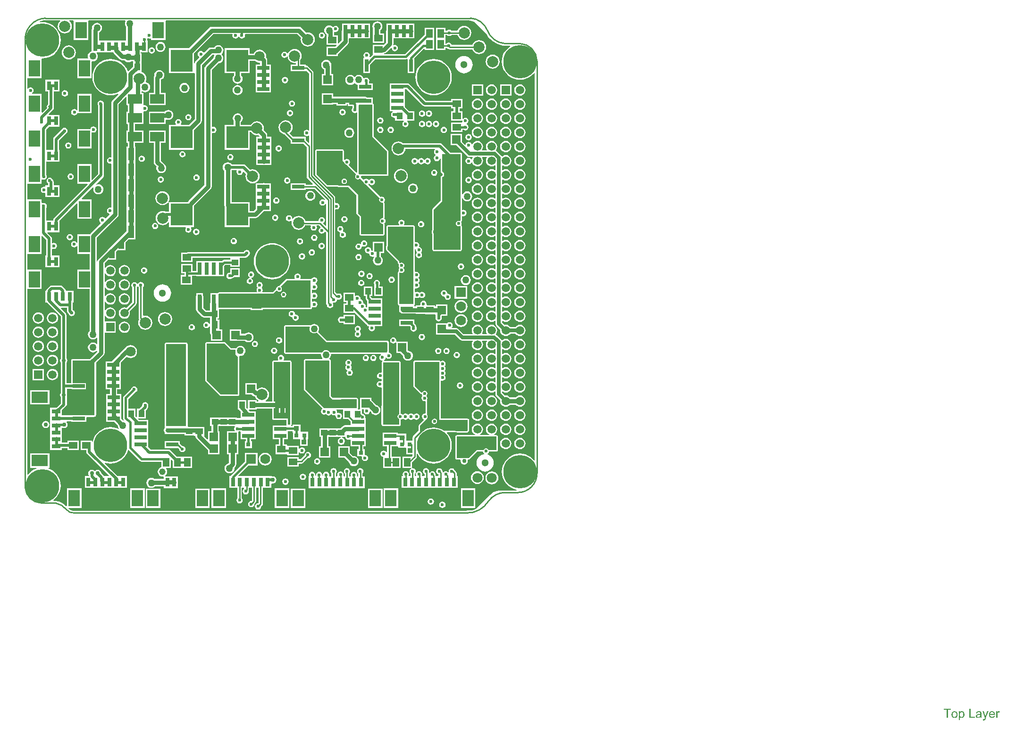
<source format=gtl>
G04*
G04 #@! TF.GenerationSoftware,Altium Limited,Altium Designer,23.0.1 (38)*
G04*
G04 Layer_Physical_Order=1*
G04 Layer_Color=255*
%FSLAX25Y25*%
%MOIN*%
G70*
G04*
G04 #@! TF.SameCoordinates,CCA4EEAC-205A-4764-8855-BE0F0513998D*
G04*
G04*
G04 #@! TF.FilePolarity,Positive*
G04*
G01*
G75*
%ADD10C,0.01000*%
%ADD12C,0.01500*%
%ADD29R,0.08661X0.02756*%
%ADD30R,0.09803X0.11811*%
%ADD31R,0.03150X0.06299*%
%ADD32R,0.08268X0.11811*%
%ADD33R,0.06299X0.03150*%
%ADD34R,0.11811X0.08268*%
%ADD35R,0.07874X0.11811*%
%ADD36R,0.08661X0.13780*%
%ADD37R,0.10236X0.23622*%
%ADD38R,0.15748X0.15748*%
%ADD39R,0.15748X0.16535*%
%ADD40R,0.08500X0.10799*%
%ADD41R,0.06299X0.08268*%
%ADD42R,0.04331X0.08661*%
%ADD43R,0.05315X0.04331*%
%ADD44R,0.04331X0.05315*%
%ADD45R,0.06000X0.04724*%
%ADD46R,0.04134X0.04724*%
%ADD47R,0.06000X0.06000*%
%ADD48R,0.04724X0.04134*%
%ADD49R,0.03543X0.03543*%
%ADD50R,0.08661X0.04331*%
%ADD51R,0.09843X0.06693*%
%ADD52R,0.06693X0.09843*%
%ADD53R,0.16535X0.15748*%
%ADD54R,0.02756X0.08661*%
%ADD55R,0.06000X0.06000*%
%ADD56R,0.04724X0.06000*%
%ADD57R,0.03150X0.03150*%
%ADD58R,0.11811X0.09803*%
%ADD59C,0.05118*%
%ADD101C,0.03000*%
%ADD102C,0.02000*%
%ADD103C,0.02756*%
%ADD104C,0.01772*%
%ADD105C,0.02500*%
%ADD106C,0.04000*%
%ADD107C,0.07874*%
%ADD108C,0.07087*%
%ADD109C,0.05906*%
%ADD110R,0.05906X0.05906*%
%ADD111C,0.23622*%
%ADD112C,0.07000*%
%ADD113R,0.07000X0.07000*%
%ADD114R,0.07000X0.07000*%
%ADD115C,0.02362*%
%ADD116C,0.04528*%
%ADD117C,0.05000*%
%ADD118C,0.03000*%
G36*
X14998Y348389D02*
Y348389D01*
X15059Y348389D01*
X24783D01*
X24944Y347915D01*
X24534Y347601D01*
X23743Y346569D01*
X23245Y345368D01*
X23075Y344079D01*
X23245Y342791D01*
X23743Y341589D01*
X24534Y340558D01*
X25565Y339767D01*
X26766Y339269D01*
X28055Y339100D01*
X29344Y339269D01*
X30545Y339767D01*
X31576Y340558D01*
X32368Y341589D01*
X32865Y342791D01*
X33035Y344079D01*
X32865Y345368D01*
X32368Y346569D01*
X31576Y347601D01*
X31166Y347915D01*
X31327Y348389D01*
X34034D01*
X34433Y348146D01*
X34433Y347889D01*
Y334335D01*
X44701D01*
Y347889D01*
X44701Y348146D01*
X45100Y348389D01*
X70748D01*
X70948Y347889D01*
X70629Y347118D01*
X70508Y346204D01*
X70629Y345290D01*
X70981Y344439D01*
X71372Y343930D01*
Y333972D01*
X52155D01*
Y339824D01*
X52576Y339999D01*
X53307Y340560D01*
X53868Y341291D01*
X54221Y342142D01*
X54341Y343056D01*
X54221Y343969D01*
X53868Y344821D01*
X53307Y345552D01*
X52576Y346113D01*
X51725Y346466D01*
X50811Y346586D01*
X49897Y346466D01*
X49046Y346113D01*
X48315Y345552D01*
X47754Y344821D01*
X47401Y343969D01*
X47281Y343056D01*
X47361Y342449D01*
X47251Y342285D01*
X47057Y341310D01*
Y333972D01*
X47032D01*
Y326324D01*
X46905Y326307D01*
X46053Y325954D01*
X45322Y325393D01*
X44761Y324662D01*
X44408Y323811D01*
X44288Y322897D01*
X44408Y321983D01*
X44535Y321676D01*
X44258Y321260D01*
X37016D01*
Y307449D01*
X46890D01*
Y318985D01*
X47390Y319423D01*
X47818Y319367D01*
X48732Y319487D01*
X49583Y319840D01*
X50314Y320401D01*
X50875Y321132D01*
X51228Y321983D01*
X51348Y322897D01*
X51228Y323811D01*
X50875Y324662D01*
X50483Y325173D01*
X50730Y325673D01*
X62164D01*
X62493Y325181D01*
X66849Y320824D01*
X67676Y320272D01*
X68652Y320078D01*
X70243D01*
X70496Y319748D01*
X71227Y319187D01*
X72078Y318834D01*
X72992Y318714D01*
X73906Y318834D01*
X74757Y319187D01*
X75118Y319463D01*
X76307D01*
Y318804D01*
X76149D01*
Y315685D01*
X72985Y312520D01*
X72395Y312638D01*
X71828Y314008D01*
X70774Y315727D01*
X69465Y317261D01*
X67931Y318570D01*
X66212Y319624D01*
X64349Y320395D01*
X62388Y320866D01*
X60378Y321024D01*
X58368Y320866D01*
X56407Y320395D01*
X54544Y319624D01*
X52824Y318570D01*
X51291Y317261D01*
X49981Y315727D01*
X48928Y314008D01*
X48156Y312145D01*
X47685Y310184D01*
X47527Y308174D01*
X47685Y306164D01*
X48156Y304203D01*
X48928Y302340D01*
X49981Y300620D01*
X51291Y299087D01*
X52824Y297777D01*
X54544Y296724D01*
X56407Y295952D01*
X58368Y295481D01*
X60378Y295323D01*
X62388Y295481D01*
X64349Y295952D01*
X65678Y296503D01*
X65961Y296079D01*
X61750Y291868D01*
X61197Y291041D01*
X61003Y290065D01*
Y251831D01*
X60503Y251420D01*
X60102Y251500D01*
X59251Y251331D01*
X58530Y250849D01*
X58048Y250127D01*
X57878Y249276D01*
X58048Y248425D01*
X58530Y247704D01*
X59251Y247222D01*
X60102Y247052D01*
X60503Y247132D01*
X61003Y246722D01*
Y216240D01*
X60503Y215830D01*
X60102Y215910D01*
X59251Y215740D01*
X58530Y215258D01*
X58048Y214537D01*
X57878Y213686D01*
X58048Y212835D01*
X58530Y212113D01*
X59251Y211631D01*
X59640Y211554D01*
X59804Y211011D01*
X57073Y208280D01*
X56429Y208343D01*
X56202Y208683D01*
X55481Y209165D01*
X54630Y209335D01*
X53779Y209165D01*
X53057Y208683D01*
X52575Y207962D01*
X52406Y207111D01*
X52575Y206260D01*
X53057Y205538D01*
X53397Y205311D01*
X53461Y204667D01*
X46287Y197494D01*
X45901Y196916D01*
X37016D01*
Y191319D01*
X36516Y191167D01*
X36281Y191518D01*
X35560Y192000D01*
X34709Y192169D01*
X33858Y192000D01*
X33136Y191518D01*
X32654Y190796D01*
X32485Y189945D01*
X32654Y189094D01*
X33136Y188373D01*
X33858Y187891D01*
X34709Y187722D01*
X35560Y187891D01*
X36281Y188373D01*
X36516Y188724D01*
X37016Y188573D01*
Y183106D01*
X45541D01*
Y172048D01*
X37016D01*
Y158237D01*
X45541D01*
Y128712D01*
X45496Y128677D01*
X44935Y127946D01*
X44582Y127095D01*
X44462Y126181D01*
X44582Y125267D01*
X44935Y124416D01*
X45496Y123685D01*
X46227Y123124D01*
X47078Y122771D01*
X47992Y122651D01*
X48906Y122771D01*
X49757Y123124D01*
X50488Y123685D01*
X50597Y123826D01*
X51097Y123656D01*
Y119533D01*
X50597Y119363D01*
X50488Y119504D01*
X49757Y120065D01*
X48906Y120418D01*
X47992Y120538D01*
X47078Y120418D01*
X46227Y120065D01*
X45496Y119504D01*
X44935Y118773D01*
X44582Y117922D01*
X44462Y117008D01*
X44582Y116094D01*
X44935Y115243D01*
X45496Y114512D01*
X46227Y113951D01*
X47078Y113598D01*
X47992Y113478D01*
X48906Y113598D01*
X49757Y113951D01*
X50306Y114372D01*
X50816Y114226D01*
X50857Y114191D01*
X50892Y114024D01*
X45667Y108800D01*
X33622D01*
X33428Y108761D01*
X33234Y108723D01*
X33233Y108722D01*
X33231Y108722D01*
X33067Y108612D01*
X32903Y108503D01*
X32902Y108502D01*
X32901Y108501D01*
X32791Y108336D01*
X32681Y108173D01*
X32680Y108171D01*
X32680Y108170D01*
X32641Y107977D01*
X32602Y107783D01*
X32558Y92065D01*
X32554Y92059D01*
X32208Y91704D01*
X32126Y91670D01*
X29229D01*
Y106254D01*
X29623Y106844D01*
X29817Y107819D01*
X29623Y108795D01*
X29229Y109385D01*
Y139858D01*
X29074Y140638D01*
X28631Y141300D01*
X25285Y144646D01*
X25492Y145146D01*
X29677D01*
Y142623D01*
X29833Y141842D01*
X30275Y141181D01*
X30877Y140578D01*
X30882Y140551D01*
X31364Y139830D01*
X32086Y139348D01*
X32937Y139178D01*
X33788Y139348D01*
X34509Y139830D01*
X34991Y140551D01*
X35161Y141402D01*
X34991Y142253D01*
X34509Y142975D01*
X33788Y143457D01*
X33761Y143462D01*
X33756Y143467D01*
Y148788D01*
X34291D01*
Y157087D01*
X28822D01*
X28679Y157804D01*
X28237Y158466D01*
X26521Y160182D01*
X25859Y160624D01*
X25079Y160779D01*
X18701D01*
X18701Y160779D01*
X17920Y160624D01*
X17259Y160182D01*
X15511Y158434D01*
X15069Y157772D01*
X14932Y157087D01*
X14378D01*
Y148788D01*
X15420D01*
X15511Y148653D01*
X25150Y139013D01*
Y109150D01*
X24913Y108795D01*
X24719Y107819D01*
X24913Y106844D01*
X25150Y106489D01*
Y89631D01*
Y84834D01*
X24913Y84479D01*
X24719Y83504D01*
X24913Y82529D01*
X25150Y82174D01*
Y77207D01*
X22266Y74323D01*
X22165D01*
X21691Y74228D01*
X17701D01*
Y69079D01*
Y64157D01*
Y59236D01*
Y54315D01*
Y49394D01*
Y44472D01*
X26000D01*
Y45638D01*
X30134D01*
Y44426D01*
X38134D01*
Y51150D01*
X30134D01*
Y49716D01*
X26000D01*
Y54315D01*
Y59946D01*
X26441Y60181D01*
X26584Y60086D01*
X27559Y59892D01*
X28534Y60086D01*
X29362Y60638D01*
X29914Y61466D01*
X30108Y62441D01*
X29914Y63416D01*
X29379Y64217D01*
X29435Y64486D01*
X29505Y64717D01*
X32724D01*
Y64379D01*
X43386D01*
Y67524D01*
X43739Y67878D01*
X48781Y67878D01*
X48782Y67878D01*
X48782Y67878D01*
X48976Y67916D01*
X49172Y67955D01*
X49172Y67955D01*
X49172Y67955D01*
X49336Y68065D01*
X49502Y68176D01*
X49503Y68177D01*
X49503Y68177D01*
X49856Y68530D01*
X49856Y68531D01*
X49857Y68531D01*
X49965Y68694D01*
X50077Y68861D01*
X50077Y68862D01*
X50077Y68862D01*
X50117Y69062D01*
X50154Y69252D01*
X50154Y69252D01*
X50154Y69252D01*
X50153Y70474D01*
Y106076D01*
X55448Y111371D01*
X56001Y112198D01*
X56195Y113173D01*
Y126851D01*
X56205Y127347D01*
X56695Y127347D01*
X64110D01*
Y135252D01*
X56205Y135252D01*
X56195Y135748D01*
Y139231D01*
X56695Y139330D01*
X56705Y139306D01*
X57338Y138480D01*
X58164Y137847D01*
X59126Y137448D01*
X60158Y137312D01*
X61189Y137448D01*
X62151Y137847D01*
X62977Y138480D01*
X63610Y139306D01*
X64008Y140267D01*
X64144Y141299D01*
X64008Y142331D01*
X63610Y143293D01*
X62977Y144118D01*
X62151Y144752D01*
X61189Y145150D01*
X60158Y145286D01*
X59126Y145150D01*
X58164Y144752D01*
X57338Y144118D01*
X56705Y143293D01*
X56695Y143268D01*
X56195Y143368D01*
Y149231D01*
X56695Y149330D01*
X56705Y149306D01*
X57338Y148480D01*
X58164Y147846D01*
X59126Y147448D01*
X60158Y147312D01*
X61189Y147448D01*
X62151Y147846D01*
X62977Y148480D01*
X63610Y149306D01*
X64008Y150267D01*
X64144Y151299D01*
X64008Y152331D01*
X63610Y153293D01*
X62977Y154118D01*
X62151Y154752D01*
X61189Y155150D01*
X60158Y155286D01*
X59126Y155150D01*
X58164Y154752D01*
X57338Y154118D01*
X56705Y153293D01*
X56695Y153268D01*
X56195Y153367D01*
Y159231D01*
X56695Y159330D01*
X56705Y159306D01*
X57338Y158480D01*
X58164Y157846D01*
X59126Y157448D01*
X60158Y157312D01*
X61189Y157448D01*
X62151Y157846D01*
X62977Y158480D01*
X63610Y159306D01*
X64008Y160267D01*
X64144Y161299D01*
X64008Y162331D01*
X63610Y163293D01*
X62977Y164118D01*
X62151Y164752D01*
X61189Y165150D01*
X60158Y165286D01*
X59126Y165150D01*
X58164Y164752D01*
X57338Y164118D01*
X56705Y163293D01*
X56695Y163268D01*
X56195Y163367D01*
Y169231D01*
X56695Y169330D01*
X56705Y169306D01*
X57338Y168480D01*
X58164Y167847D01*
X59126Y167448D01*
X60158Y167312D01*
X61189Y167448D01*
X62151Y167847D01*
X62977Y168480D01*
X63610Y169306D01*
X64008Y170267D01*
X64144Y171299D01*
X64008Y172331D01*
X63610Y173293D01*
X62977Y174118D01*
X62151Y174752D01*
X61189Y175150D01*
X60158Y175286D01*
X59126Y175150D01*
X58164Y174752D01*
X57338Y174118D01*
X56705Y173293D01*
X56695Y173268D01*
X56195Y173368D01*
Y176567D01*
X58770Y179142D01*
X64331D01*
Y184703D01*
X65345Y185717D01*
X70905D01*
Y191278D01*
X73101Y193473D01*
X77992D01*
Y204134D01*
X77992Y204134D01*
Y204447D01*
X77992D01*
X77992Y204634D01*
Y215109D01*
X77992Y215109D01*
Y215422D01*
X77992D01*
X77992Y215609D01*
Y226083D01*
X77992Y226083D01*
Y226396D01*
X77992D01*
X77992Y226583D01*
Y237057D01*
X77992Y237057D01*
Y237370D01*
X77992D01*
X77992Y237557D01*
Y248031D01*
X77992Y248031D01*
Y248344D01*
X77992D01*
X77992Y248531D01*
Y259006D01*
X77968D01*
X77615Y259360D01*
X77619Y261662D01*
X83622D01*
Y270355D01*
X77991D01*
X77638Y270709D01*
X77647Y275075D01*
X83622D01*
Y283563D01*
X84029Y283991D01*
X84521Y283894D01*
X85372Y284063D01*
X86093Y284545D01*
X86575Y285266D01*
X86745Y286118D01*
X86575Y286969D01*
X86093Y287690D01*
X85372Y288172D01*
X84521Y288341D01*
X84020Y288242D01*
X83622Y288672D01*
Y297181D01*
X82257D01*
Y297943D01*
X82758Y298190D01*
X82999Y298005D01*
X83850Y297653D01*
X84764Y297532D01*
X85677Y297653D01*
X86529Y298005D01*
X87260Y298566D01*
X87821Y299297D01*
X88174Y300149D01*
X88294Y301062D01*
X88174Y301976D01*
X87821Y302828D01*
X87260Y303559D01*
X86529Y304120D01*
X85677Y304472D01*
X85495Y304496D01*
X85195Y305040D01*
X85558Y305916D01*
X85728Y307205D01*
X85558Y308493D01*
X85061Y309695D01*
X84269Y310726D01*
X83238Y311517D01*
X82651Y311760D01*
X82283Y312080D01*
Y318419D01*
X82441D01*
Y325143D01*
X81758D01*
Y325673D01*
X86630D01*
Y333972D01*
X86630D01*
X86303Y334472D01*
X86381Y334867D01*
X86275Y335402D01*
X86725Y335702D01*
X86928Y335567D01*
X87779Y335398D01*
X88461Y335533D01*
X88961Y335232D01*
Y334335D01*
X99228D01*
Y347889D01*
X99228Y348146D01*
X99628Y348389D01*
X313445D01*
X314995Y348080D01*
X316815Y347326D01*
X318453Y346232D01*
X319149Y345536D01*
X326102Y338583D01*
X327144Y336882D01*
X328787Y334959D01*
X330710Y333317D01*
X332866Y331996D01*
X335202Y331028D01*
X337661Y330437D01*
X338144Y330399D01*
X338144Y330399D01*
X338336Y330377D01*
X338337Y330377D01*
X338629Y330377D01*
X342490D01*
X342626Y329896D01*
X342017Y329522D01*
X340483Y328213D01*
X339174Y326679D01*
X338120Y324960D01*
X337348Y323097D01*
X336878Y321136D01*
X336719Y319126D01*
X336878Y317115D01*
X337348Y315155D01*
X338120Y313292D01*
X339174Y311572D01*
X340483Y310039D01*
X342017Y308729D01*
X343736Y307676D01*
X345599Y306904D01*
X347560Y306433D01*
X349570Y306275D01*
X351580Y306433D01*
X353541Y306904D01*
X355404Y307676D01*
X357123Y308729D01*
X358657Y310039D01*
X359596Y311139D01*
X360096Y310954D01*
Y37266D01*
X359596Y37081D01*
X358693Y38139D01*
X357160Y39448D01*
X355440Y40502D01*
X353577Y41273D01*
X351617Y41744D01*
X349606Y41902D01*
X347596Y41744D01*
X345635Y41273D01*
X343772Y40502D01*
X342053Y39448D01*
X340519Y38139D01*
X339210Y36605D01*
X338156Y34886D01*
X337385Y33023D01*
X336914Y31062D01*
X336756Y29052D01*
X336914Y27042D01*
X337385Y25081D01*
X338156Y23218D01*
X339210Y21498D01*
X340519Y19965D01*
X342053Y18655D01*
X343772Y17602D01*
X345635Y16830D01*
X347051Y16490D01*
X347394Y15894D01*
X347389Y15878D01*
X346958Y15870D01*
X339105D01*
X338760Y15870D01*
X338386Y15916D01*
X338277Y15894D01*
X337782Y15850D01*
X337311Y15820D01*
X336951Y15748D01*
X336732D01*
X335756Y15748D01*
X335756Y15748D01*
X334776Y15700D01*
X332853Y15317D01*
X331042Y14567D01*
X329412Y13478D01*
X328685Y12819D01*
X319779Y3913D01*
X319779Y3913D01*
X319083Y3217D01*
X317601Y2227D01*
X315618Y1750D01*
X313348Y1572D01*
X312234Y1660D01*
X312234Y1660D01*
X312115Y1643D01*
X311542Y1529D01*
X34091D01*
X32941Y1681D01*
X32047Y2051D01*
X30849Y2852D01*
X30772Y2929D01*
X30979Y3429D01*
X39878D01*
Y17240D01*
X29610D01*
Y4961D01*
X29110Y4743D01*
X27644Y5995D01*
X25816Y7116D01*
X23835Y7936D01*
X21802Y8424D01*
X21802Y8424D01*
X21555Y8436D01*
X21325Y8436D01*
X21324Y8436D01*
X21308Y8436D01*
X20185D01*
X20000Y8936D01*
X21390Y10122D01*
X22699Y11656D01*
X23753Y13375D01*
X24525Y15238D01*
X24995Y17199D01*
X25154Y19209D01*
X24995Y21219D01*
X24525Y23180D01*
X23753Y25043D01*
X22699Y26763D01*
X21390Y28296D01*
X19856Y29606D01*
X18137Y30659D01*
X16411Y31374D01*
X16511Y31874D01*
X17339D01*
Y42142D01*
X3528D01*
Y31874D01*
X8095D01*
X8195Y31374D01*
X6469Y30659D01*
X4750Y29606D01*
X3216Y28296D01*
X2029Y26906D01*
X1529Y27091D01*
Y157840D01*
X1780Y158237D01*
X2029Y158237D01*
X11654D01*
Y172048D01*
X2029D01*
X1780Y172048D01*
X1529Y172444D01*
Y182709D01*
X1780Y183106D01*
X2029Y183106D01*
X11654D01*
Y195763D01*
X12115Y195954D01*
X14913Y193156D01*
Y181956D01*
X14378D01*
Y173657D01*
X24449D01*
Y181956D01*
X18992D01*
Y186550D01*
X19433Y186786D01*
X19488Y186749D01*
X20338Y186580D01*
X21190Y186749D01*
X21911Y187231D01*
X22393Y187953D01*
X22562Y188804D01*
X22393Y189655D01*
X21911Y190376D01*
X21190Y190858D01*
X20338Y191028D01*
X19488Y190858D01*
X19433Y190822D01*
X18992Y191058D01*
Y194001D01*
X18837Y194781D01*
X18395Y195442D01*
X15774Y198063D01*
X15965Y198525D01*
X24449D01*
Y206739D01*
X36554Y218844D01*
X37016Y218652D01*
Y207974D01*
X46890D01*
Y221785D01*
X40149D01*
X39957Y222247D01*
X48044Y230333D01*
X48467Y230050D01*
X48346Y229757D01*
X48226Y228843D01*
X48346Y227929D01*
X48699Y227078D01*
X49260Y226347D01*
X49991Y225786D01*
X50842Y225433D01*
X51756Y225313D01*
X52670Y225433D01*
X53521Y225786D01*
X54252Y226347D01*
X54813Y227078D01*
X55166Y227929D01*
X55286Y228843D01*
X55166Y229757D01*
X54813Y230608D01*
X54252Y231339D01*
X53521Y231900D01*
X52670Y232253D01*
X51756Y232373D01*
X50842Y232253D01*
X50549Y232132D01*
X50265Y232555D01*
X55206Y237495D01*
X55648Y238157D01*
X55803Y238937D01*
Y289119D01*
X55803Y289119D01*
X55648Y289899D01*
X55551Y290043D01*
X55503Y290285D01*
X55021Y291006D01*
X54300Y291488D01*
X53449Y291657D01*
X52598Y291488D01*
X51876Y291006D01*
X51394Y290285D01*
X51225Y289434D01*
X51394Y288583D01*
X51724Y288088D01*
Y239782D01*
X47351Y235409D01*
X46889Y235600D01*
Y246654D01*
X37016D01*
Y232843D01*
X44132D01*
X44324Y232381D01*
X20432Y208490D01*
X19990Y207828D01*
X19835Y207048D01*
Y206825D01*
X14897D01*
Y215805D01*
X15149Y216181D01*
X15318Y217032D01*
X15149Y217883D01*
X14667Y218605D01*
X13945Y219087D01*
X13094Y219256D01*
X12908Y219219D01*
X12858Y219229D01*
X12154Y219089D01*
X11654Y219308D01*
Y221785D01*
X2029D01*
X1780Y221785D01*
X1529Y222182D01*
Y232447D01*
X1779Y232843D01*
X2029Y232843D01*
X11653D01*
Y235708D01*
X12094Y235944D01*
X12361Y235765D01*
X13213Y235596D01*
X14063Y235765D01*
X14785Y236247D01*
X15267Y236968D01*
X15436Y237820D01*
X15267Y238670D01*
X14937Y239165D01*
Y248263D01*
X24449D01*
Y256562D01*
X23913D01*
Y263353D01*
X28682Y268122D01*
X28709Y268127D01*
X29431Y268609D01*
X29913Y269331D01*
X30082Y270182D01*
X29913Y271033D01*
X29431Y271754D01*
X28709Y272236D01*
X27858Y272406D01*
X27007Y272236D01*
X26286Y271754D01*
X25804Y271033D01*
X25798Y271006D01*
X20432Y265639D01*
X19990Y264978D01*
X19835Y264197D01*
Y256562D01*
X14937D01*
Y271030D01*
X17039Y273132D01*
X24449D01*
Y281431D01*
X16975D01*
X16784Y281893D01*
X19812Y284921D01*
X20254Y285582D01*
X20409Y286363D01*
Y298001D01*
X24449D01*
Y306300D01*
X14378D01*
Y298001D01*
X16331D01*
Y288982D01*
X15983Y288750D01*
X15541Y288088D01*
X15386Y287308D01*
X15541Y286527D01*
X15585Y286462D01*
X12154Y283030D01*
X11654Y283237D01*
Y296392D01*
X4983D01*
X4831Y296892D01*
X5385Y297262D01*
X5867Y297983D01*
X6036Y298834D01*
X5867Y299685D01*
X5385Y300407D01*
X4663Y300889D01*
X3812Y301058D01*
X2961Y300889D01*
X2240Y300407D01*
X2029Y300092D01*
X1529Y300243D01*
Y307053D01*
X1780Y307449D01*
X2029Y307449D01*
X11654D01*
Y320967D01*
X12081Y321435D01*
X12303Y321418D01*
X14313Y321576D01*
X16274Y322047D01*
X18137Y322818D01*
X19856Y323872D01*
X21390Y325182D01*
X22699Y326715D01*
X23753Y328434D01*
X24525Y330297D01*
X24995Y332258D01*
X25154Y334268D01*
X24995Y336279D01*
X24525Y338240D01*
X23753Y340103D01*
X22699Y341822D01*
X21390Y343355D01*
X19856Y344665D01*
X18137Y345718D01*
X16274Y346490D01*
X14313Y346961D01*
X12303Y347119D01*
X10491Y346976D01*
X10373Y347469D01*
X11022Y347737D01*
X13119Y348241D01*
X14998Y348389D01*
X14998Y348389D01*
D02*
G37*
G36*
X71779Y294034D02*
Y288488D01*
X72223D01*
X72576Y288134D01*
X72567Y283768D01*
X71779D01*
Y275075D01*
X72195D01*
X72549Y274721D01*
X72540Y270355D01*
X71779D01*
Y261662D01*
X72168D01*
X72521Y261308D01*
X72516Y259006D01*
X71661D01*
Y248344D01*
X71661Y248344D01*
Y248031D01*
X71661D01*
X71661Y247844D01*
Y237370D01*
X71661Y237370D01*
Y237057D01*
X71661D01*
X71661Y236870D01*
Y226396D01*
X71661Y226396D01*
Y226083D01*
X71661D01*
X71661Y225896D01*
Y215422D01*
X71661Y215422D01*
Y215109D01*
X71661D01*
X71661Y214921D01*
Y204447D01*
X71661Y204447D01*
Y204134D01*
X71661D01*
X71661Y203947D01*
Y199243D01*
X64860Y192441D01*
X64772D01*
Y192353D01*
X58285Y185867D01*
X58197D01*
Y185779D01*
X51843Y179425D01*
X51291Y178598D01*
X51139Y177834D01*
X50639Y177883D01*
Y194636D01*
X65355Y209352D01*
X65907Y210179D01*
X66101Y211154D01*
Y289009D01*
X71317Y294226D01*
X71779Y294034D01*
D02*
G37*
G36*
X49133Y70472D02*
X49135Y69251D01*
X48781Y68897D01*
X26102Y68898D01*
X26102Y72780D01*
X29567Y76245D01*
X29567Y87559D01*
X32985Y87559D01*
Y87553D01*
X43046D01*
Y91708D01*
X33931D01*
X33578Y92062D01*
X33622Y107780D01*
X49133D01*
Y70472D01*
D02*
G37*
G36*
X661863Y-140327D02*
X661998Y-140347D01*
X662161Y-140385D01*
X662334Y-140433D01*
X662507Y-140510D01*
X662680Y-140616D01*
X662690D01*
X662700Y-140625D01*
X662757Y-140673D01*
X662834Y-140741D01*
X662940Y-140837D01*
X663045Y-140952D01*
X663161Y-141106D01*
X663266Y-141269D01*
X663363Y-141471D01*
Y-141481D01*
X663372Y-141500D01*
X663382Y-141529D01*
X663401Y-141567D01*
X663420Y-141615D01*
X663439Y-141682D01*
X663478Y-141826D01*
X663516Y-142009D01*
X663555Y-142211D01*
X663584Y-142432D01*
X663593Y-142672D01*
Y-142682D01*
Y-142701D01*
Y-142739D01*
Y-142788D01*
X663584Y-142855D01*
Y-142922D01*
X663564Y-143095D01*
X663526Y-143287D01*
X663487Y-143499D01*
X663420Y-143720D01*
X663334Y-143941D01*
Y-143950D01*
X663324Y-143970D01*
X663305Y-143998D01*
X663286Y-144037D01*
X663228Y-144133D01*
X663151Y-144258D01*
X663045Y-144392D01*
X662921Y-144536D01*
X662776Y-144671D01*
X662603Y-144796D01*
X662594D01*
X662584Y-144806D01*
X662555Y-144825D01*
X662517Y-144844D01*
X662421Y-144892D01*
X662296Y-144940D01*
X662142Y-144998D01*
X661979Y-145046D01*
X661787Y-145084D01*
X661594Y-145094D01*
X661527D01*
X661460Y-145084D01*
X661364Y-145075D01*
X661258Y-145055D01*
X661143Y-145027D01*
X661018Y-144988D01*
X660902Y-144940D01*
X660893Y-144931D01*
X660854Y-144911D01*
X660797Y-144873D01*
X660729Y-144825D01*
X660643Y-144767D01*
X660566Y-144700D01*
X660480Y-144613D01*
X660403Y-144527D01*
Y-146737D01*
X659624D01*
Y-140414D01*
X660335D01*
Y-141010D01*
X660345Y-140990D01*
X660374Y-140952D01*
X660431Y-140894D01*
X660499Y-140817D01*
X660576Y-140731D01*
X660672Y-140645D01*
X660778Y-140558D01*
X660893Y-140491D01*
X660912Y-140481D01*
X660950Y-140462D01*
X661018Y-140433D01*
X661104Y-140395D01*
X661220Y-140366D01*
X661344Y-140337D01*
X661489Y-140318D01*
X661652Y-140308D01*
X661748D01*
X661863Y-140327D01*
D02*
G37*
G36*
X687916Y-140318D02*
X688022Y-140337D01*
X688137Y-140375D01*
X688272Y-140414D01*
X688416Y-140481D01*
X688570Y-140568D01*
X688291Y-141279D01*
X688281Y-141269D01*
X688243Y-141250D01*
X688185Y-141221D01*
X688118Y-141192D01*
X688031Y-141163D01*
X687935Y-141135D01*
X687830Y-141115D01*
X687724Y-141106D01*
X687685D01*
X687637Y-141115D01*
X687570Y-141125D01*
X687503Y-141144D01*
X687426Y-141173D01*
X687349Y-141211D01*
X687272Y-141260D01*
X687263Y-141269D01*
X687243Y-141288D01*
X687205Y-141327D01*
X687167Y-141375D01*
X687118Y-141432D01*
X687070Y-141509D01*
X687032Y-141596D01*
X686994Y-141692D01*
X686984Y-141711D01*
X686974Y-141759D01*
X686955Y-141846D01*
X686936Y-141961D01*
X686907Y-142096D01*
X686888Y-142249D01*
X686878Y-142413D01*
X686869Y-142595D01*
Y-144988D01*
X686090D01*
Y-140414D01*
X686792D01*
Y-141096D01*
X686801Y-141086D01*
X686840Y-141029D01*
X686888Y-140942D01*
X686945Y-140846D01*
X687022Y-140741D01*
X687109Y-140635D01*
X687186Y-140539D01*
X687272Y-140471D01*
X687282Y-140462D01*
X687311Y-140443D01*
X687359Y-140424D01*
X687426Y-140385D01*
X687493Y-140356D01*
X687580Y-140337D01*
X687676Y-140318D01*
X687772Y-140308D01*
X687839D01*
X687916Y-140318D01*
D02*
G37*
G36*
X678796Y-145065D02*
Y-145075D01*
X678787Y-145094D01*
X678767Y-145132D01*
X678748Y-145190D01*
X678729Y-145248D01*
X678700Y-145315D01*
X678643Y-145478D01*
X678566Y-145651D01*
X678498Y-145815D01*
X678431Y-145978D01*
X678393Y-146045D01*
X678364Y-146103D01*
X678354Y-146122D01*
X678325Y-146161D01*
X678287Y-146228D01*
X678229Y-146314D01*
X678152Y-146401D01*
X678076Y-146497D01*
X677979Y-146583D01*
X677883Y-146660D01*
X677874Y-146670D01*
X677835Y-146689D01*
X677777Y-146718D01*
X677701Y-146747D01*
X677614Y-146785D01*
X677499Y-146814D01*
X677384Y-146833D01*
X677249Y-146843D01*
X677211D01*
X677163Y-146833D01*
X677105D01*
X677028Y-146824D01*
X676941Y-146804D01*
X676749Y-146747D01*
X676663Y-146026D01*
X676672D01*
X676701Y-146036D01*
X676749Y-146045D01*
X676817Y-146064D01*
X676951Y-146093D01*
X677105Y-146103D01*
X677153D01*
X677191Y-146093D01*
X677259D01*
X677393Y-146064D01*
X677460Y-146045D01*
X677518Y-146017D01*
X677528D01*
X677547Y-145997D01*
X677576Y-145978D01*
X677605Y-145949D01*
X677691Y-145872D01*
X677777Y-145767D01*
Y-145757D01*
X677787Y-145738D01*
X677806Y-145709D01*
X677835Y-145651D01*
X677864Y-145574D01*
X677903Y-145478D01*
X677950Y-145344D01*
X678008Y-145190D01*
X678018Y-145180D01*
X678027Y-145142D01*
X678056Y-145084D01*
X678085Y-144998D01*
X676346Y-140414D01*
X677172D01*
X678124Y-143047D01*
Y-143057D01*
X678133Y-143066D01*
X678143Y-143095D01*
X678152Y-143133D01*
X678191Y-143239D01*
X678239Y-143374D01*
X678287Y-143527D01*
X678344Y-143710D01*
X678402Y-143902D01*
X678460Y-144104D01*
Y-144095D01*
X678470Y-144085D01*
Y-144056D01*
X678489Y-144018D01*
X678508Y-143912D01*
X678546Y-143787D01*
X678594Y-143633D01*
X678652Y-143460D01*
X678710Y-143278D01*
X678777Y-143085D01*
X679757Y-140414D01*
X680526D01*
X678796Y-145065D01*
D02*
G37*
G36*
X674010Y-140318D02*
X674145Y-140327D01*
X674299Y-140347D01*
X674462Y-140366D01*
X674616Y-140404D01*
X674760Y-140452D01*
X674779Y-140462D01*
X674818Y-140471D01*
X674885Y-140510D01*
X674962Y-140548D01*
X675048Y-140596D01*
X675144Y-140654D01*
X675221Y-140721D01*
X675298Y-140798D01*
X675308Y-140808D01*
X675327Y-140837D01*
X675356Y-140875D01*
X675394Y-140942D01*
X675433Y-141019D01*
X675471Y-141106D01*
X675510Y-141211D01*
X675538Y-141327D01*
Y-141336D01*
X675548Y-141365D01*
X675558Y-141413D01*
X675567Y-141490D01*
Y-141586D01*
X675577Y-141711D01*
X675587Y-141855D01*
Y-142038D01*
Y-143076D01*
Y-143085D01*
Y-143124D01*
Y-143182D01*
Y-143249D01*
Y-143335D01*
Y-143431D01*
X675596Y-143652D01*
Y-143893D01*
X675606Y-144114D01*
X675615Y-144219D01*
Y-144306D01*
X675625Y-144383D01*
X675634Y-144450D01*
Y-144460D01*
X675644Y-144498D01*
X675654Y-144556D01*
X675673Y-144623D01*
X675702Y-144700D01*
X675740Y-144796D01*
X675827Y-144988D01*
X675020D01*
X675010Y-144979D01*
X675000Y-144950D01*
X674981Y-144892D01*
X674952Y-144825D01*
X674923Y-144738D01*
X674904Y-144642D01*
X674885Y-144536D01*
X674866Y-144412D01*
X674847Y-144431D01*
X674789Y-144469D01*
X674712Y-144536D01*
X674597Y-144613D01*
X674472Y-144710D01*
X674328Y-144796D01*
X674183Y-144873D01*
X674030Y-144940D01*
X674010Y-144950D01*
X673962Y-144959D01*
X673885Y-144988D01*
X673780Y-145017D01*
X673645Y-145046D01*
X673501Y-145065D01*
X673347Y-145084D01*
X673174Y-145094D01*
X673107D01*
X673049Y-145084D01*
X672992D01*
X672915Y-145075D01*
X672752Y-145046D01*
X672559Y-145007D01*
X672377Y-144940D01*
X672185Y-144854D01*
X672021Y-144729D01*
X672002Y-144710D01*
X671954Y-144661D01*
X671896Y-144585D01*
X671819Y-144469D01*
X671742Y-144335D01*
X671685Y-144181D01*
X671637Y-143989D01*
X671618Y-143787D01*
Y-143768D01*
Y-143729D01*
X671627Y-143662D01*
X671637Y-143585D01*
X671656Y-143489D01*
X671675Y-143383D01*
X671714Y-143278D01*
X671762Y-143172D01*
X671771Y-143162D01*
X671791Y-143124D01*
X671819Y-143076D01*
X671867Y-143008D01*
X671925Y-142941D01*
X672002Y-142864D01*
X672079Y-142797D01*
X672165Y-142730D01*
X672175Y-142720D01*
X672213Y-142701D01*
X672261Y-142672D01*
X672329Y-142634D01*
X672415Y-142586D01*
X672502Y-142547D01*
X672607Y-142509D01*
X672723Y-142470D01*
X672732D01*
X672771Y-142461D01*
X672819Y-142451D01*
X672896Y-142432D01*
X672992Y-142413D01*
X673117Y-142394D01*
X673251Y-142374D01*
X673415Y-142355D01*
X673424D01*
X673453Y-142345D01*
X673501D01*
X673568Y-142336D01*
X673645Y-142326D01*
X673732Y-142317D01*
X673943Y-142278D01*
X674164Y-142240D01*
X674395Y-142201D01*
X674616Y-142144D01*
X674712Y-142115D01*
X674798Y-142086D01*
Y-142076D01*
Y-142057D01*
X674808Y-141999D01*
Y-141932D01*
Y-141903D01*
Y-141884D01*
Y-141875D01*
Y-141865D01*
Y-141807D01*
X674798Y-141721D01*
X674779Y-141625D01*
X674750Y-141519D01*
X674712Y-141404D01*
X674664Y-141308D01*
X674587Y-141221D01*
X674577Y-141211D01*
X674529Y-141183D01*
X674462Y-141135D01*
X674366Y-141086D01*
X674241Y-141039D01*
X674087Y-140990D01*
X673905Y-140962D01*
X673703Y-140952D01*
X673616D01*
X673520Y-140962D01*
X673395Y-140971D01*
X673261Y-141000D01*
X673136Y-141029D01*
X673001Y-141077D01*
X672896Y-141144D01*
X672886Y-141154D01*
X672857Y-141183D01*
X672809Y-141231D01*
X672752Y-141298D01*
X672684Y-141394D01*
X672627Y-141509D01*
X672559Y-141654D01*
X672511Y-141817D01*
X671752Y-141711D01*
Y-141702D01*
X671762Y-141692D01*
X671771Y-141634D01*
X671800Y-141548D01*
X671829Y-141432D01*
X671877Y-141308D01*
X671935Y-141183D01*
X672002Y-141048D01*
X672088Y-140933D01*
X672098Y-140923D01*
X672136Y-140885D01*
X672185Y-140827D01*
X672261Y-140760D01*
X672358Y-140692D01*
X672482Y-140616D01*
X672617Y-140539D01*
X672771Y-140471D01*
X672780D01*
X672790Y-140462D01*
X672819Y-140452D01*
X672848Y-140443D01*
X672944Y-140424D01*
X673069Y-140385D01*
X673222Y-140356D01*
X673395Y-140337D01*
X673597Y-140318D01*
X673809Y-140308D01*
X673905D01*
X674010Y-140318D01*
D02*
G37*
G36*
X667879Y-144248D02*
X670983D01*
Y-144988D01*
X667043D01*
Y-138674D01*
X667879D01*
Y-144248D01*
D02*
G37*
G36*
X653964Y-139414D02*
X651888D01*
Y-144988D01*
X651052D01*
Y-139414D01*
X648976D01*
Y-138674D01*
X653964D01*
Y-139414D01*
D02*
G37*
G36*
X683217Y-140318D02*
X683294Y-140327D01*
X683390Y-140337D01*
X683486Y-140356D01*
X683601Y-140385D01*
X683832Y-140462D01*
X683957Y-140510D01*
X684082Y-140577D01*
X684207Y-140645D01*
X684332Y-140731D01*
X684447Y-140827D01*
X684562Y-140942D01*
X684572Y-140952D01*
X684591Y-140971D01*
X684620Y-141010D01*
X684658Y-141058D01*
X684697Y-141125D01*
X684745Y-141202D01*
X684802Y-141288D01*
X684860Y-141394D01*
X684908Y-141519D01*
X684966Y-141644D01*
X685014Y-141788D01*
X685062Y-141951D01*
X685091Y-142115D01*
X685120Y-142297D01*
X685139Y-142490D01*
X685148Y-142701D01*
Y-142711D01*
Y-142749D01*
Y-142816D01*
X685139Y-142903D01*
X681737D01*
Y-142912D01*
Y-142932D01*
X681746Y-142980D01*
Y-143028D01*
X681756Y-143095D01*
X681766Y-143162D01*
X681804Y-143335D01*
X681862Y-143518D01*
X681929Y-143710D01*
X682035Y-143902D01*
X682160Y-144066D01*
X682179Y-144085D01*
X682227Y-144123D01*
X682313Y-144191D01*
X682419Y-144258D01*
X682563Y-144335D01*
X682727Y-144402D01*
X682909Y-144440D01*
X683111Y-144460D01*
X683188D01*
X683265Y-144450D01*
X683361Y-144431D01*
X683476Y-144402D01*
X683601Y-144364D01*
X683726Y-144316D01*
X683842Y-144239D01*
X683851Y-144229D01*
X683889Y-144191D01*
X683947Y-144142D01*
X684014Y-144056D01*
X684091Y-143960D01*
X684168Y-143835D01*
X684245Y-143681D01*
X684322Y-143508D01*
X685120Y-143614D01*
Y-143624D01*
X685110Y-143643D01*
X685100Y-143681D01*
X685081Y-143729D01*
X685062Y-143787D01*
X685033Y-143854D01*
X684956Y-144018D01*
X684860Y-144191D01*
X684745Y-144373D01*
X684591Y-144556D01*
X684418Y-144710D01*
X684408D01*
X684399Y-144729D01*
X684370Y-144748D01*
X684322Y-144767D01*
X684274Y-144796D01*
X684216Y-144834D01*
X684149Y-144863D01*
X684062Y-144902D01*
X683880Y-144969D01*
X683649Y-145036D01*
X683399Y-145075D01*
X683111Y-145094D01*
X683015D01*
X682948Y-145084D01*
X682861Y-145075D01*
X682765Y-145065D01*
X682659Y-145046D01*
X682535Y-145017D01*
X682285Y-144940D01*
X682150Y-144892D01*
X682025Y-144834D01*
X681891Y-144767D01*
X681766Y-144681D01*
X681641Y-144585D01*
X681526Y-144479D01*
X681516Y-144469D01*
X681497Y-144450D01*
X681468Y-144412D01*
X681439Y-144364D01*
X681391Y-144306D01*
X681343Y-144229D01*
X681285Y-144133D01*
X681237Y-144027D01*
X681180Y-143912D01*
X681122Y-143787D01*
X681074Y-143643D01*
X681035Y-143489D01*
X680997Y-143326D01*
X680968Y-143143D01*
X680949Y-142951D01*
X680939Y-142749D01*
Y-142739D01*
Y-142701D01*
Y-142634D01*
X680949Y-142557D01*
X680959Y-142461D01*
X680968Y-142345D01*
X680987Y-142220D01*
X681016Y-142086D01*
X681083Y-141798D01*
X681131Y-141654D01*
X681189Y-141500D01*
X681256Y-141356D01*
X681333Y-141211D01*
X681420Y-141077D01*
X681526Y-140952D01*
X681535Y-140942D01*
X681554Y-140923D01*
X681583Y-140894D01*
X681631Y-140846D01*
X681689Y-140798D01*
X681766Y-140750D01*
X681843Y-140692D01*
X681939Y-140625D01*
X682044Y-140568D01*
X682160Y-140510D01*
X682285Y-140462D01*
X682429Y-140404D01*
X682573Y-140366D01*
X682727Y-140337D01*
X682890Y-140318D01*
X683063Y-140308D01*
X683149D01*
X683217Y-140318D01*
D02*
G37*
G36*
X656732D02*
X656818Y-140327D01*
X656905Y-140337D01*
X657010Y-140356D01*
X657126Y-140385D01*
X657366Y-140462D01*
X657491Y-140510D01*
X657625Y-140568D01*
X657750Y-140645D01*
X657875Y-140731D01*
X658000Y-140827D01*
X658115Y-140933D01*
X658125Y-140942D01*
X658144Y-140962D01*
X658173Y-141000D01*
X658212Y-141048D01*
X658260Y-141106D01*
X658308Y-141183D01*
X658365Y-141279D01*
X658423Y-141375D01*
X658471Y-141490D01*
X658529Y-141625D01*
X658577Y-141759D01*
X658625Y-141913D01*
X658663Y-142076D01*
X658692Y-142259D01*
X658711Y-142442D01*
X658721Y-142643D01*
Y-142653D01*
Y-142682D01*
Y-142730D01*
Y-142788D01*
X658711Y-142864D01*
Y-142951D01*
X658702Y-143047D01*
X658692Y-143153D01*
X658654Y-143374D01*
X658606Y-143604D01*
X658538Y-143835D01*
X658452Y-144037D01*
Y-144046D01*
X658442Y-144056D01*
X658404Y-144123D01*
X658336Y-144210D01*
X658250Y-144325D01*
X658144Y-144450D01*
X658010Y-144575D01*
X657856Y-144700D01*
X657673Y-144815D01*
X657664D01*
X657654Y-144825D01*
X657625Y-144844D01*
X657587Y-144854D01*
X657481Y-144902D01*
X657347Y-144950D01*
X657183Y-145007D01*
X657001Y-145046D01*
X656799Y-145084D01*
X656578Y-145094D01*
X656482D01*
X656415Y-145084D01*
X656338Y-145075D01*
X656242Y-145065D01*
X656136Y-145046D01*
X656020Y-145017D01*
X655780Y-144940D01*
X655646Y-144892D01*
X655521Y-144834D01*
X655386Y-144767D01*
X655261Y-144681D01*
X655136Y-144585D01*
X655021Y-144479D01*
X655012Y-144469D01*
X654992Y-144450D01*
X654963Y-144412D01*
X654935Y-144364D01*
X654886Y-144296D01*
X654839Y-144219D01*
X654781Y-144133D01*
X654733Y-144027D01*
X654675Y-143902D01*
X654618Y-143777D01*
X654569Y-143624D01*
X654531Y-143470D01*
X654493Y-143297D01*
X654464Y-143114D01*
X654445Y-142912D01*
X654435Y-142701D01*
Y-142682D01*
Y-142643D01*
X654445Y-142576D01*
Y-142490D01*
X654454Y-142384D01*
X654473Y-142269D01*
X654493Y-142134D01*
X654521Y-141990D01*
X654560Y-141836D01*
X654608Y-141682D01*
X654666Y-141529D01*
X654733Y-141375D01*
X654810Y-141221D01*
X654906Y-141077D01*
X655012Y-140942D01*
X655136Y-140817D01*
X655146Y-140808D01*
X655165Y-140798D01*
X655194Y-140769D01*
X655242Y-140741D01*
X655300Y-140702D01*
X655367Y-140654D01*
X655444Y-140606D01*
X655540Y-140558D01*
X655636Y-140520D01*
X655742Y-140471D01*
X655992Y-140385D01*
X656270Y-140327D01*
X656424Y-140318D01*
X656578Y-140308D01*
X656664D01*
X656732Y-140318D01*
D02*
G37*
%LPC*%
G36*
X310181Y344492D02*
X308892Y344322D01*
X307691Y343825D01*
X306660Y343034D01*
X305869Y342002D01*
X305471Y341042D01*
X301231D01*
X301202Y341085D01*
X300481Y341567D01*
X299630Y341736D01*
X298779Y341567D01*
X298057Y341085D01*
X298028Y341042D01*
X296874D01*
Y343158D01*
X290149D01*
Y335158D01*
Y327442D01*
X296874D01*
Y328810D01*
X297596D01*
X297624Y328767D01*
X298346Y328285D01*
X299197Y328115D01*
X299319Y328140D01*
X299556Y327981D01*
X300142Y327865D01*
X315983D01*
X316380Y326905D01*
X317172Y325873D01*
X318203Y325082D01*
X319404Y324584D01*
X320693Y324415D01*
X321982Y324584D01*
X323183Y325082D01*
X324214Y325873D01*
X325005Y326905D01*
X325503Y328105D01*
X325672Y329394D01*
X325503Y330683D01*
X325005Y331884D01*
X324214Y332915D01*
X323183Y333707D01*
X321982Y334204D01*
X320693Y334374D01*
X319404Y334204D01*
X318203Y333707D01*
X317172Y332915D01*
X316380Y331884D01*
X315983Y330924D01*
X301304D01*
X301251Y331190D01*
X300769Y331912D01*
X300048Y332394D01*
X299197Y332563D01*
X298346Y332394D01*
X297624Y331912D01*
X297596Y331869D01*
X296874D01*
Y335158D01*
Y337983D01*
X298028D01*
X298057Y337940D01*
X298779Y337458D01*
X299630Y337289D01*
X300481Y337458D01*
X301202Y337940D01*
X301231Y337983D01*
X305471D01*
X305869Y337023D01*
X306660Y335991D01*
X307691Y335200D01*
X308892Y334702D01*
X310181Y334533D01*
X311470Y334702D01*
X312671Y335200D01*
X313702Y335991D01*
X314493Y337023D01*
X314991Y338224D01*
X315161Y339512D01*
X314991Y340801D01*
X314493Y342002D01*
X313702Y343034D01*
X312671Y343825D01*
X311470Y344322D01*
X310181Y344492D01*
D02*
G37*
G36*
X228567Y346219D02*
Y346219D01*
X223811D01*
Y341453D01*
X223672Y340753D01*
Y334324D01*
X221454Y332106D01*
X220992Y332297D01*
Y337859D01*
X218226D01*
Y339874D01*
X218319Y339980D01*
X218698Y340226D01*
X218767Y340212D01*
X219409Y340084D01*
X220261Y340253D01*
X220982Y340735D01*
X221464Y341457D01*
X221633Y342308D01*
X221464Y343159D01*
X220982Y343880D01*
X220261Y344362D01*
X219409Y344532D01*
X218558Y344362D01*
X217837Y343880D01*
X217825Y343862D01*
X217211Y343843D01*
X216644Y344278D01*
X215792Y344630D01*
X214879Y344751D01*
X213965Y344630D01*
X213114Y344278D01*
X212383Y343717D01*
X211822Y342986D01*
X211469Y342134D01*
X211349Y341220D01*
X211469Y340307D01*
X211822Y339455D01*
X212383Y338724D01*
X212877Y338345D01*
X212992Y337859D01*
X212992D01*
X212992Y337859D01*
Y331135D01*
X219829D01*
X220021Y330673D01*
X219207Y329859D01*
X212992D01*
Y323134D01*
X220992D01*
Y324529D01*
X221275Y324718D01*
X228023Y331465D01*
X228575Y332292D01*
X228769Y333268D01*
Y335075D01*
X228811Y335558D01*
X233567D01*
Y335558D01*
X233811D01*
Y335558D01*
X238567D01*
Y335558D01*
X238811D01*
Y335558D01*
X243567D01*
Y339893D01*
X243738Y340753D01*
X243567Y341612D01*
Y346219D01*
X239052D01*
X238811Y346219D01*
Y346219D01*
X238567D01*
X238567Y346219D01*
X238325Y346219D01*
X233811D01*
Y346219D01*
X233567D01*
Y346219D01*
X228811D01*
Y346219D01*
X228567D01*
D02*
G37*
G36*
X209709Y339846D02*
X208858Y339677D01*
X208136Y339195D01*
X207654Y338474D01*
X207485Y337623D01*
X207654Y336772D01*
X208136Y336050D01*
X208858Y335568D01*
X209709Y335399D01*
X210560Y335568D01*
X211281Y336050D01*
X211763Y336772D01*
X211932Y337623D01*
X211763Y338474D01*
X211281Y339195D01*
X210560Y339677D01*
X209709Y339846D01*
D02*
G37*
G36*
X248937Y347664D02*
X248023Y347544D01*
X247172Y347191D01*
X246441Y346630D01*
X245880Y345899D01*
X245527Y345047D01*
X245407Y344134D01*
X245527Y343220D01*
X245719Y342758D01*
Y338221D01*
X245772Y337956D01*
Y332255D01*
X253771D01*
Y338979D01*
X251115D01*
X250817Y339277D01*
Y341165D01*
X251433Y341638D01*
X251994Y342369D01*
X252347Y343220D01*
X252467Y344134D01*
X252347Y345047D01*
X251994Y345899D01*
X251433Y346630D01*
X250702Y347191D01*
X249851Y347544D01*
X248937Y347664D01*
D02*
G37*
G36*
X193409Y343754D02*
X131913D01*
X130938Y343560D01*
X130111Y343008D01*
X115805Y328701D01*
X101661D01*
Y310953D01*
X119376D01*
X119409Y310953D01*
X119876Y310873D01*
Y278560D01*
X115805Y274489D01*
X110343D01*
X110075Y274989D01*
X110346Y275394D01*
X110515Y276245D01*
X110346Y277096D01*
X109864Y277817D01*
X109142Y278299D01*
X108291Y278468D01*
X107440Y278299D01*
X106719Y277817D01*
X106237Y277096D01*
X106067Y276245D01*
X106237Y275394D01*
X106507Y274989D01*
X106240Y274489D01*
X101661D01*
Y256741D01*
X119409D01*
Y270884D01*
X124227Y275702D01*
X124780Y276529D01*
X124974Y277505D01*
Y316724D01*
X132300Y324050D01*
X133532D01*
X133754Y323602D01*
X133541Y323325D01*
X133188Y322473D01*
X133080Y321646D01*
X127552Y316118D01*
X126999Y315291D01*
X126805Y314316D01*
Y231907D01*
X115583Y220685D01*
X115031Y219858D01*
X115020Y219804D01*
X102111D01*
X101794Y219804D01*
X101778Y219814D01*
X101475Y220186D01*
X101475Y220186D01*
Y220186D01*
X101621Y220627D01*
X101881Y221255D01*
X102050Y222544D01*
X101881Y223833D01*
X101383Y225034D01*
X100592Y226065D01*
X99561Y226856D01*
X98360Y227354D01*
X97071Y227523D01*
X95782Y227354D01*
X94581Y226856D01*
X93550Y226065D01*
X92758Y225034D01*
X92261Y223833D01*
X92091Y222544D01*
X92261Y221255D01*
X92758Y220054D01*
X93550Y219023D01*
X94581Y218231D01*
X95782Y217734D01*
X97071Y217564D01*
X98360Y217734D01*
X99561Y218231D01*
X100592Y219023D01*
X100869Y219385D01*
X101178Y219759D01*
X101178D01*
Y219759D01*
X101661Y219595D01*
X101661Y219374D01*
Y219374D01*
X101661Y219352D01*
Y212969D01*
X99709D01*
X99377Y212903D01*
X98517Y213259D01*
X97228Y213429D01*
X95939Y213259D01*
X94739Y212762D01*
X93707Y211970D01*
X92916Y210939D01*
X92418Y209738D01*
X92249Y208449D01*
X92418Y207161D01*
X92916Y205960D01*
X93707Y204928D01*
X94739Y204137D01*
X95939Y203640D01*
X97228Y203470D01*
X98517Y203640D01*
X99718Y204137D01*
X100749Y204928D01*
X101161Y205465D01*
X101661Y205295D01*
Y202056D01*
X113327D01*
X113594Y201556D01*
X113323Y201151D01*
X113154Y200300D01*
X113323Y199449D01*
X113805Y198727D01*
X114527Y198245D01*
X115378Y198076D01*
X116229Y198245D01*
X116950Y198727D01*
X117432Y199449D01*
X117602Y200300D01*
X117432Y201151D01*
X117162Y201556D01*
X117429Y202056D01*
X119409D01*
Y217301D01*
X131157Y229049D01*
X131709Y229875D01*
X131903Y230851D01*
Y268481D01*
X132403Y268796D01*
X133055Y268667D01*
X133906Y268836D01*
X134627Y269318D01*
X135110Y270039D01*
X135279Y270890D01*
X135110Y271741D01*
X134627Y272463D01*
X133906Y272945D01*
X133055Y273114D01*
X132403Y272985D01*
X131903Y273300D01*
Y313260D01*
X136684Y318041D01*
X137512Y318150D01*
X138363Y318502D01*
X139095Y319063D01*
X139656Y319795D01*
X140008Y320646D01*
X140129Y321560D01*
X140008Y322473D01*
X139656Y323325D01*
X139095Y324056D01*
X138974Y324149D01*
Y324648D01*
X139133Y324771D01*
X139694Y325502D01*
X140047Y326353D01*
X140167Y327267D01*
X140047Y328181D01*
X139694Y329032D01*
X139133Y329763D01*
X138402Y330324D01*
X137551Y330677D01*
X136637Y330797D01*
X135723Y330677D01*
X134872Y330324D01*
X134141Y329763D01*
X133669Y329148D01*
X131244D01*
X130269Y328954D01*
X129442Y328401D01*
X126669Y325629D01*
X126029Y325696D01*
X125769Y326085D01*
X125048Y326567D01*
X124197Y326736D01*
X123346Y326567D01*
X122624Y326085D01*
X122142Y325363D01*
X121973Y324512D01*
X122142Y323661D01*
X122624Y322940D01*
X123013Y322680D01*
X123080Y322040D01*
X120623Y319583D01*
X120070Y318756D01*
X119909Y317947D01*
X119409Y317996D01*
Y325097D01*
X132969Y338656D01*
X146171D01*
X146560Y338156D01*
X146461Y337662D01*
X146630Y336811D01*
X147113Y336089D01*
X147834Y335608D01*
X148685Y335438D01*
X149536Y335608D01*
X150258Y336089D01*
X150608Y336614D01*
X151171D01*
X151522Y336089D01*
X152243Y335608D01*
X153094Y335438D01*
X153945Y335608D01*
X154667Y336089D01*
X155149Y336811D01*
X155318Y337662D01*
X155220Y338156D01*
X155609Y338656D01*
X192353D01*
X194968Y336042D01*
X194808Y334827D01*
X194977Y333539D01*
X195475Y332338D01*
X196266Y331306D01*
X197298Y330515D01*
X198498Y330017D01*
X199787Y329848D01*
X201076Y330017D01*
X202277Y330515D01*
X203308Y331306D01*
X204100Y332338D01*
X204597Y333539D01*
X204767Y334827D01*
X204597Y336116D01*
X204100Y337317D01*
X203308Y338349D01*
X202277Y339140D01*
X201076Y339637D01*
X199787Y339807D01*
X198573Y339647D01*
X195212Y343008D01*
X194385Y343560D01*
X193409Y343754D01*
D02*
G37*
G36*
X259945Y346219D02*
Y346219D01*
X255189D01*
Y341453D01*
X255049Y340753D01*
Y332670D01*
X253358Y330979D01*
X245772D01*
Y324254D01*
X245484Y323874D01*
X243769Y322159D01*
X243656Y322176D01*
X243417Y322716D01*
X243586Y323568D01*
X243417Y324419D01*
X242935Y325140D01*
X242213Y325622D01*
X241362Y325791D01*
X240511Y325622D01*
X239790Y325140D01*
X239308Y324419D01*
X239138Y323568D01*
X239308Y322716D01*
X239593Y322290D01*
X239325Y321790D01*
X238811D01*
Y311128D01*
X243567D01*
Y316910D01*
X247495Y320838D01*
X268976D01*
X269659Y320974D01*
X269748Y321034D01*
X270189Y320798D01*
Y311128D01*
X274945D01*
Y321639D01*
X281649Y328344D01*
X282150Y328137D01*
Y327442D01*
X288874D01*
Y335158D01*
Y343158D01*
X282150D01*
Y338319D01*
X268237Y324407D01*
X253771D01*
Y324993D01*
X254441Y325126D01*
X255268Y325678D01*
X258549Y328960D01*
X258994Y328698D01*
X259150Y327913D01*
X259632Y327192D01*
X260354Y326710D01*
X261205Y326540D01*
X262056Y326710D01*
X262777Y327192D01*
X263259Y327913D01*
X263428Y328764D01*
X263259Y329615D01*
X262777Y330337D01*
X262056Y330819D01*
X261205Y330988D01*
X260505Y330849D01*
X260156Y331108D01*
X260071Y331232D01*
X260147Y331614D01*
Y335075D01*
X260189Y335558D01*
X264945D01*
Y335558D01*
X265189D01*
Y335558D01*
X269945D01*
Y335558D01*
X270189D01*
Y335558D01*
X274945D01*
Y339893D01*
X275116Y340753D01*
X274945Y341612D01*
Y346219D01*
X270430D01*
X270189Y346219D01*
Y346219D01*
X269945D01*
X269945Y346219D01*
X269703Y346219D01*
X265189D01*
Y346219D01*
X264945D01*
Y346219D01*
X260189D01*
Y346219D01*
X259945D01*
D02*
G37*
G36*
X95709Y333034D02*
X94795Y332914D01*
X93944Y332561D01*
X93212Y332000D01*
X92651Y331269D01*
X92299Y330417D01*
X92178Y329504D01*
X92299Y328590D01*
X92651Y327739D01*
X93212Y327008D01*
X93944Y326447D01*
X94795Y326094D01*
X95709Y325974D01*
X96622Y326094D01*
X97474Y326447D01*
X98205Y327008D01*
X98766Y327739D01*
X99119Y328590D01*
X99239Y329504D01*
X99119Y330417D01*
X98766Y331269D01*
X98205Y332000D01*
X97474Y332561D01*
X96622Y332914D01*
X95709Y333034D01*
D02*
G37*
G36*
X89527Y329310D02*
X88676Y329140D01*
X87955Y328658D01*
X87473Y327937D01*
X87304Y327086D01*
X87473Y326235D01*
X87955Y325514D01*
X88676Y325031D01*
X89527Y324862D01*
X90378Y325031D01*
X91100Y325514D01*
X91582Y326235D01*
X91751Y327086D01*
X91582Y327937D01*
X91100Y328658D01*
X90378Y329140D01*
X89527Y329310D01*
D02*
G37*
G36*
X190457Y328153D02*
X189168Y327984D01*
X187967Y327486D01*
X186935Y326695D01*
X186144Y325664D01*
X185808Y324853D01*
X185512Y324829D01*
X185272Y324864D01*
X184824Y325534D01*
X184103Y326016D01*
X183252Y326185D01*
X182401Y326016D01*
X181679Y325534D01*
X181197Y324812D01*
X181028Y323961D01*
X181197Y323110D01*
X181679Y322389D01*
X182401Y321907D01*
X183252Y321737D01*
X184103Y321907D01*
X184824Y322389D01*
X185035Y322703D01*
X185555Y322582D01*
X185647Y321885D01*
X186144Y320684D01*
X186935Y319653D01*
X187967Y318861D01*
X189168Y318364D01*
X190457Y318194D01*
X190953Y318260D01*
X191329Y317930D01*
Y317127D01*
X187528D01*
Y312371D01*
X198189D01*
Y312611D01*
X198689Y312818D01*
X200683Y310824D01*
Y270812D01*
X200183Y270545D01*
X199890Y270740D01*
X199039Y270910D01*
X198188Y270740D01*
X197467Y270258D01*
X196985Y269537D01*
X196816Y268686D01*
X196985Y267835D01*
X197467Y267113D01*
X198188Y266631D01*
X199039Y266462D01*
X199890Y266631D01*
X200183Y266827D01*
X200683Y266559D01*
Y262017D01*
X200221Y261825D01*
X198346Y263700D01*
Y265930D01*
X189336D01*
X187016Y268250D01*
X187049Y268748D01*
X187560Y269141D01*
X188352Y270172D01*
X188849Y271373D01*
X189019Y272662D01*
X188849Y273951D01*
X188352Y275152D01*
X187560Y276183D01*
X186529Y276975D01*
X185328Y277472D01*
X184039Y277642D01*
X182750Y277472D01*
X181550Y276975D01*
X180518Y276183D01*
X179727Y275152D01*
X179229Y273951D01*
X179060Y272662D01*
X179229Y271373D01*
X179727Y270172D01*
X180518Y269141D01*
X181550Y268350D01*
X182750Y267852D01*
X183139Y267801D01*
X187685Y263255D01*
Y261174D01*
X196546D01*
X198983Y258738D01*
Y237565D01*
X199099Y236979D01*
X199431Y236483D01*
X203238Y232676D01*
X203046Y232214D01*
X198146D01*
Y233063D01*
X187484D01*
Y228307D01*
X198146D01*
Y229155D01*
X204354D01*
X211827Y221683D01*
X211831Y221627D01*
X211578Y221423D01*
X211350Y221348D01*
X211021Y221567D01*
X210170Y221736D01*
X209319Y221567D01*
X208598Y221085D01*
X208116Y220363D01*
X207947Y219512D01*
X208116Y218661D01*
X208598Y217940D01*
X209319Y217458D01*
X210170Y217289D01*
X211021Y217458D01*
X211743Y217940D01*
X212144Y218540D01*
X212644Y218401D01*
Y203204D01*
X212182Y203012D01*
X210700Y204494D01*
X210769Y205133D01*
X211163Y205396D01*
X211645Y206118D01*
X211814Y206968D01*
X211645Y207820D01*
X211163Y208541D01*
X210441Y209023D01*
X209591Y209192D01*
X208739Y209023D01*
X208018Y208541D01*
X207536Y207820D01*
X207367Y206968D01*
X207424Y206680D01*
X207107Y206293D01*
X198048D01*
X198038Y206368D01*
X197541Y207569D01*
X196749Y208600D01*
X195718Y209391D01*
X194517Y209889D01*
X193228Y210058D01*
X191939Y209889D01*
X190738Y209391D01*
X189707Y208600D01*
X189113Y207826D01*
X188646Y208038D01*
X188704Y208331D01*
X188535Y209182D01*
X188053Y209904D01*
X187331Y210386D01*
X186480Y210555D01*
X185629Y210386D01*
X184908Y209904D01*
X184426Y209182D01*
X184256Y208331D01*
X184426Y207480D01*
X184908Y206759D01*
X185629Y206277D01*
X186480Y206107D01*
X187331Y206277D01*
X188034Y206746D01*
X188072Y206739D01*
X188457Y206461D01*
X188418Y206368D01*
X188249Y205079D01*
X188418Y203790D01*
X188916Y202589D01*
X189707Y201558D01*
X190738Y200766D01*
X191939Y200269D01*
X193228Y200099D01*
X194517Y200269D01*
X195718Y200766D01*
X196749Y201558D01*
X197541Y202589D01*
X197808Y203234D01*
X201729D01*
X201964Y202793D01*
X201867Y202647D01*
X201697Y201796D01*
X201867Y200945D01*
X202349Y200223D01*
X203070Y199741D01*
X203921Y199572D01*
X204772Y199741D01*
X205494Y200223D01*
X205976Y200945D01*
X206145Y201796D01*
X205976Y202647D01*
X205878Y202793D01*
X206114Y203234D01*
X207634D01*
X208717Y202152D01*
X208582Y201580D01*
X208018Y201203D01*
X207536Y200482D01*
X207367Y199630D01*
X207536Y198779D01*
X208018Y198058D01*
X208739Y197576D01*
X209591Y197407D01*
X210441Y197576D01*
X211163Y198058D01*
X211540Y198622D01*
X212111Y198757D01*
X212644Y198224D01*
Y148276D01*
X212761Y147690D01*
X213092Y147194D01*
X213282Y147004D01*
X213272Y146953D01*
X213441Y146102D01*
X213924Y145381D01*
X214645Y144899D01*
X215496Y144729D01*
X216347Y144899D01*
X217069Y145381D01*
X217550Y146102D01*
X217720Y146953D01*
X217550Y147804D01*
X217256Y148245D01*
X217557Y148695D01*
X218094Y148588D01*
X218945Y148757D01*
X219667Y149239D01*
X220149Y149961D01*
X220292Y150678D01*
X220758Y150967D01*
X220802Y150938D01*
X221654Y150768D01*
X222505Y150938D01*
X223226Y151420D01*
X223708Y152141D01*
X223877Y152992D01*
X223708Y153843D01*
X223226Y154565D01*
X222505Y155047D01*
X221654Y155216D01*
X220802Y155047D01*
X220486Y154835D01*
X219103Y156218D01*
Y214331D01*
X219603Y214741D01*
X220023Y214658D01*
X220875Y214827D01*
X221596Y215309D01*
X222078Y216031D01*
X222247Y216882D01*
X222078Y217733D01*
X221596Y218454D01*
X220875Y218936D01*
X220023Y219106D01*
X219603Y219022D01*
X219103Y219432D01*
Y222907D01*
X218987Y223493D01*
X218655Y223989D01*
X203742Y238902D01*
Y311458D01*
X203625Y312043D01*
X203294Y312539D01*
X200003Y315830D01*
X199506Y316162D01*
X198921Y316278D01*
X198189D01*
Y317127D01*
X194388D01*
Y320187D01*
X194769Y320684D01*
X195266Y321885D01*
X195436Y323174D01*
X195266Y324463D01*
X194769Y325664D01*
X193978Y326695D01*
X192946Y327486D01*
X191745Y327984D01*
X190457Y328153D01*
D02*
G37*
G36*
X30906Y330570D02*
X29617Y330400D01*
X28416Y329903D01*
X27384Y329112D01*
X26593Y328080D01*
X26096Y326879D01*
X25926Y325590D01*
X26096Y324302D01*
X26593Y323101D01*
X27384Y322069D01*
X28416Y321278D01*
X29617Y320781D01*
X30906Y320611D01*
X32194Y320781D01*
X33395Y321278D01*
X34427Y322069D01*
X35218Y323101D01*
X35715Y324302D01*
X35885Y325590D01*
X35715Y326879D01*
X35218Y328080D01*
X34427Y329112D01*
X33395Y329903D01*
X32194Y330400D01*
X30906Y330570D01*
D02*
G37*
G36*
X330315Y324105D02*
X329026Y323936D01*
X327825Y323438D01*
X326794Y322647D01*
X326003Y321616D01*
X325505Y320415D01*
X325335Y319126D01*
X325505Y317837D01*
X326003Y316636D01*
X326794Y315605D01*
X327825Y314813D01*
X329026Y314316D01*
X330315Y314146D01*
X331604Y314316D01*
X332805Y314813D01*
X333836Y315605D01*
X334627Y316636D01*
X335125Y317837D01*
X335295Y319126D01*
X335125Y320415D01*
X334627Y321616D01*
X333836Y322647D01*
X332805Y323438D01*
X331604Y323936D01*
X330315Y324105D01*
D02*
G37*
G36*
X310079Y323156D02*
X308879Y323037D01*
X307726Y322688D01*
X306663Y322119D01*
X305732Y321355D01*
X304967Y320423D01*
X304399Y319360D01*
X304049Y318207D01*
X303931Y317008D01*
X304049Y315809D01*
X304399Y314655D01*
X304967Y313592D01*
X305732Y312661D01*
X306663Y311896D01*
X307726Y311328D01*
X308879Y310978D01*
X310079Y310860D01*
X311278Y310978D01*
X312431Y311328D01*
X313494Y311896D01*
X314426Y312661D01*
X315190Y313592D01*
X315758Y314655D01*
X316108Y315809D01*
X316227Y317008D01*
X316108Y318207D01*
X315758Y319360D01*
X315190Y320423D01*
X314426Y321355D01*
X313494Y322119D01*
X312431Y322688D01*
X311278Y323037D01*
X310079Y323156D01*
D02*
G37*
G36*
X235693Y309774D02*
X234779Y309653D01*
X233928Y309301D01*
X233197Y308740D01*
X232990Y308470D01*
X232490D01*
X232283Y308740D01*
X231551Y309301D01*
X230700Y309653D01*
X229786Y309774D01*
X228873Y309653D01*
X228021Y309301D01*
X227290Y308740D01*
X226729Y308009D01*
X226376Y307157D01*
X226256Y306243D01*
X226376Y305330D01*
X226729Y304478D01*
X227290Y303747D01*
X228021Y303186D01*
X228873Y302834D01*
X229786Y302713D01*
X230700Y302834D01*
X231551Y303186D01*
X232283Y303747D01*
X232490Y304017D01*
X232990D01*
X233197Y303747D01*
X233928Y303186D01*
X234779Y302834D01*
X235047Y302798D01*
Y299103D01*
X245709D01*
Y303859D01*
X242828D01*
Y304370D01*
X243098Y304774D01*
X243267Y305625D01*
X243098Y306476D01*
X242616Y307198D01*
X241894Y307680D01*
X241043Y307849D01*
X240192Y307680D01*
X239573Y307266D01*
X239556Y307262D01*
X239158Y307331D01*
X239003Y307398D01*
X238750Y308009D01*
X238189Y308740D01*
X237458Y309301D01*
X236607Y309653D01*
X235693Y309774D01*
D02*
G37*
G36*
X183646Y308311D02*
X182795Y308142D01*
X182073Y307660D01*
X181591Y306938D01*
X181422Y306087D01*
X181591Y305236D01*
X182073Y304515D01*
X182795Y304033D01*
X183646Y303863D01*
X184497Y304033D01*
X185218Y304515D01*
X185700Y305236D01*
X185869Y306087D01*
X185700Y306938D01*
X185218Y307660D01*
X184497Y308142D01*
X183646Y308311D01*
D02*
G37*
G36*
X212740Y320405D02*
X211826Y320285D01*
X210975Y319932D01*
X210244Y319371D01*
X209683Y318640D01*
X209330Y317788D01*
X209210Y316875D01*
X209330Y315961D01*
X209683Y315109D01*
X210244Y314378D01*
X210975Y313817D01*
X211254Y313702D01*
Y310262D01*
X209803D01*
Y302262D01*
X217803D01*
Y310262D01*
X216352D01*
Y315812D01*
X216219Y316482D01*
X216270Y316875D01*
X216150Y317788D01*
X215797Y318640D01*
X215236Y319371D01*
X214505Y319932D01*
X213654Y320285D01*
X212740Y320405D01*
D02*
G37*
G36*
X158779Y328701D02*
X141031D01*
Y310953D01*
X147553D01*
Y309499D01*
X147045Y308837D01*
X146692Y307985D01*
X146572Y307071D01*
X146692Y306158D01*
X147045Y305306D01*
X147606Y304575D01*
X148337Y304014D01*
X149189Y303662D01*
X150102Y303541D01*
X151016Y303662D01*
X151867Y304014D01*
X152599Y304575D01*
X153159Y305306D01*
X153512Y306158D01*
X153632Y307071D01*
X153512Y307985D01*
X153159Y308837D01*
X152651Y309499D01*
Y310953D01*
X158779D01*
Y319680D01*
X162566D01*
X163441Y319008D01*
X164546Y318551D01*
X165732Y318394D01*
X166037Y318127D01*
Y317127D01*
X163098D01*
Y312371D01*
X163098D01*
Y312127D01*
X163098D01*
Y307371D01*
X163098D01*
Y307127D01*
X163098D01*
Y302371D01*
X163098D01*
Y302127D01*
X163098D01*
Y297371D01*
X173760D01*
Y302127D01*
X173760D01*
Y302371D01*
X173760D01*
Y307127D01*
X173760D01*
Y307371D01*
X173760D01*
Y312127D01*
X173760D01*
Y312371D01*
X173760D01*
Y317127D01*
X171135D01*
Y320123D01*
X170941Y321098D01*
X170389Y321925D01*
X170201Y322113D01*
X170315Y322977D01*
X170159Y324163D01*
X169701Y325268D01*
X168973Y326217D01*
X168024Y326945D01*
X166918Y327403D01*
X165732Y327559D01*
X164546Y327403D01*
X163441Y326945D01*
X162492Y326217D01*
X161764Y325268D01*
X161560Y324778D01*
X158779D01*
Y328701D01*
D02*
G37*
G36*
X112622Y304066D02*
X111708Y303946D01*
X110857Y303593D01*
X110126Y303032D01*
X109565Y302301D01*
X109212Y301450D01*
X109092Y300536D01*
X109212Y299622D01*
X109565Y298771D01*
X110126Y298040D01*
X110857Y297479D01*
X111708Y297126D01*
X112622Y297006D01*
X113536Y297126D01*
X114387Y297479D01*
X115118Y298040D01*
X115679Y298771D01*
X116032Y299622D01*
X116152Y300536D01*
X116032Y301450D01*
X115679Y302301D01*
X115118Y303032D01*
X114387Y303593D01*
X113536Y303946D01*
X112622Y304066D01*
D02*
G37*
G36*
X150118Y302585D02*
X149204Y302465D01*
X148353Y302112D01*
X147622Y301551D01*
X147061Y300820D01*
X146708Y299969D01*
X146588Y299055D01*
X146708Y298141D01*
X147061Y297290D01*
X147622Y296559D01*
X148353Y295998D01*
X149204Y295645D01*
X150118Y295525D01*
X151032Y295645D01*
X151883Y295998D01*
X152614Y296559D01*
X153175Y297290D01*
X153528Y298141D01*
X153648Y299055D01*
X153528Y299969D01*
X153175Y300820D01*
X152614Y301551D01*
X151883Y302112D01*
X151032Y302465D01*
X150118Y302585D01*
D02*
G37*
G36*
X288591Y320987D02*
X286580Y320829D01*
X284619Y320358D01*
X282756Y319586D01*
X281037Y318532D01*
X279504Y317223D01*
X278194Y315689D01*
X277140Y313970D01*
X276369Y312107D01*
X275898Y310146D01*
X275740Y308136D01*
X275898Y306126D01*
X276369Y304165D01*
X277140Y302302D01*
X278194Y300583D01*
X279504Y299049D01*
X281037Y297740D01*
X282756Y296686D01*
X284619Y295914D01*
X286580Y295444D01*
X288591Y295285D01*
X290601Y295444D01*
X292562Y295914D01*
X294425Y296686D01*
X296144Y297740D01*
X297677Y299049D01*
X298987Y300583D01*
X300041Y302302D01*
X300812Y304165D01*
X301283Y306126D01*
X301441Y308136D01*
X301283Y310146D01*
X300812Y312107D01*
X300041Y313970D01*
X298987Y315689D01*
X297677Y317223D01*
X296144Y318532D01*
X294425Y319586D01*
X292562Y320358D01*
X290601Y320829D01*
X288591Y320987D01*
D02*
G37*
G36*
X343524Y302993D02*
X335618D01*
Y295087D01*
X343524D01*
Y302993D01*
D02*
G37*
G36*
X323543D02*
X315638D01*
Y295087D01*
X323543D01*
Y302993D01*
D02*
G37*
G36*
X349590Y303027D02*
X348558Y302891D01*
X347597Y302493D01*
X346771Y301859D01*
X346138Y301033D01*
X345739Y300072D01*
X345603Y299040D01*
X345739Y298008D01*
X346138Y297047D01*
X346771Y296221D01*
X347597Y295587D01*
X348558Y295189D01*
X349590Y295053D01*
X350622Y295189D01*
X351584Y295587D01*
X352410Y296221D01*
X353043Y297047D01*
X353441Y298008D01*
X353577Y299040D01*
X353441Y300072D01*
X353043Y301033D01*
X352410Y301859D01*
X351584Y302493D01*
X350622Y302891D01*
X349590Y303027D01*
D02*
G37*
G36*
X329590D02*
X328558Y302891D01*
X327597Y302493D01*
X326771Y301859D01*
X326138Y301033D01*
X325739Y300072D01*
X325604Y299040D01*
X325739Y298008D01*
X326138Y297047D01*
X326771Y296221D01*
X327597Y295587D01*
X328558Y295189D01*
X329590Y295053D01*
X330622Y295189D01*
X331584Y295587D01*
X332410Y296221D01*
X333043Y297047D01*
X333441Y298008D01*
X333577Y299040D01*
X333441Y300072D01*
X333043Y301033D01*
X332410Y301859D01*
X331584Y302493D01*
X330622Y302891D01*
X329590Y303027D01*
D02*
G37*
G36*
X28133Y298940D02*
X27282Y298770D01*
X26561Y298288D01*
X26079Y297567D01*
X25909Y296716D01*
X26079Y295865D01*
X26561Y295143D01*
X27282Y294661D01*
X28133Y294492D01*
X28984Y294661D01*
X29706Y295143D01*
X30188Y295865D01*
X30357Y296716D01*
X30188Y297567D01*
X29706Y298288D01*
X28984Y298770D01*
X28133Y298940D01*
D02*
G37*
G36*
X94835Y313176D02*
X93921Y313056D01*
X93070Y312703D01*
X92339Y312142D01*
X91778Y311411D01*
X91425Y310559D01*
X91305Y309646D01*
X91377Y309100D01*
X91094Y308677D01*
X90900Y307701D01*
Y297181D01*
X87528D01*
Y288488D01*
X99370D01*
Y297181D01*
X95998D01*
Y306339D01*
X96600Y306588D01*
X97331Y307149D01*
X97892Y307881D01*
X98245Y308732D01*
X98365Y309646D01*
X98245Y310559D01*
X97892Y311411D01*
X97331Y312142D01*
X96600Y312703D01*
X95749Y313056D01*
X94835Y313176D01*
D02*
G37*
G36*
X188567Y291697D02*
X187716Y291528D01*
X186994Y291045D01*
X186512Y290324D01*
X186343Y289473D01*
X186512Y288622D01*
X186994Y287901D01*
X187716Y287419D01*
X188567Y287249D01*
X189418Y287419D01*
X190139Y287901D01*
X190621Y288622D01*
X190791Y289473D01*
X190621Y290324D01*
X190139Y291045D01*
X189418Y291528D01*
X188567Y291697D01*
D02*
G37*
G36*
X349590Y293027D02*
X348558Y292891D01*
X347597Y292493D01*
X346771Y291859D01*
X346138Y291033D01*
X345739Y290072D01*
X345603Y289040D01*
X345739Y288008D01*
X346138Y287047D01*
X346771Y286221D01*
X347597Y285587D01*
X348558Y285189D01*
X349590Y285053D01*
X350622Y285189D01*
X351584Y285587D01*
X352410Y286221D01*
X353043Y287047D01*
X353441Y288008D01*
X353577Y289040D01*
X353441Y290072D01*
X353043Y291033D01*
X352410Y291859D01*
X351584Y292493D01*
X350622Y292891D01*
X349590Y293027D01*
D02*
G37*
G36*
X339590D02*
X338559Y292891D01*
X337597Y292493D01*
X336771Y291859D01*
X336138Y291033D01*
X335739Y290072D01*
X335603Y289040D01*
X335739Y288008D01*
X336138Y287047D01*
X336771Y286221D01*
X337597Y285587D01*
X338559Y285189D01*
X339590Y285053D01*
X340622Y285189D01*
X341584Y285587D01*
X342409Y286221D01*
X343043Y287047D01*
X343441Y288008D01*
X343577Y289040D01*
X343441Y290072D01*
X343043Y291033D01*
X342409Y291859D01*
X341584Y292493D01*
X340622Y292891D01*
X339590Y293027D01*
D02*
G37*
G36*
X329590D02*
X328558Y292891D01*
X327597Y292493D01*
X326771Y291859D01*
X326138Y291033D01*
X325739Y290072D01*
X325604Y289040D01*
X325739Y288008D01*
X326138Y287047D01*
X326771Y286221D01*
X327597Y285587D01*
X328558Y285189D01*
X329590Y285053D01*
X330622Y285189D01*
X331584Y285587D01*
X332410Y286221D01*
X333043Y287047D01*
X333441Y288008D01*
X333577Y289040D01*
X333441Y290072D01*
X333043Y291033D01*
X332410Y291859D01*
X331584Y292493D01*
X330622Y292891D01*
X329590Y293027D01*
D02*
G37*
G36*
X319590D02*
X318559Y292891D01*
X317597Y292493D01*
X316771Y291859D01*
X316138Y291033D01*
X315739Y290072D01*
X315603Y289040D01*
X315739Y288008D01*
X316138Y287047D01*
X316771Y286221D01*
X317597Y285587D01*
X318559Y285189D01*
X319590Y285053D01*
X320622Y285189D01*
X321584Y285587D01*
X322410Y286221D01*
X323043Y287047D01*
X323441Y288008D01*
X323577Y289040D01*
X323441Y290072D01*
X323043Y291033D01*
X322410Y291859D01*
X321584Y292493D01*
X320622Y292891D01*
X319590Y293027D01*
D02*
G37*
G36*
X46890Y296392D02*
X37016D01*
Y284921D01*
X36516Y284769D01*
X36399Y284943D01*
X35678Y285425D01*
X34827Y285595D01*
X33976Y285425D01*
X33254Y284943D01*
X32772Y284222D01*
X32603Y283371D01*
X32772Y282520D01*
X33254Y281798D01*
X33976Y281316D01*
X34827Y281147D01*
X35678Y281316D01*
X36399Y281798D01*
X36681Y282220D01*
X37016Y282581D01*
X46890D01*
Y296392D01*
D02*
G37*
G36*
X285369Y284625D02*
X284518Y284456D01*
X283797Y283974D01*
X283315Y283253D01*
X283219Y282770D01*
X283167Y282512D01*
X282658D01*
X282606Y282770D01*
X282510Y283253D01*
X282028Y283974D01*
X281307Y284456D01*
X280455Y284625D01*
X279605Y284456D01*
X278883Y283974D01*
X278401Y283253D01*
X278232Y282402D01*
X278401Y281551D01*
X278883Y280829D01*
X279605Y280347D01*
X280455Y280178D01*
X281307Y280347D01*
X282028Y280829D01*
X282510Y281551D01*
X282606Y282033D01*
X282658Y282291D01*
X283167D01*
X283219Y282033D01*
X283315Y281551D01*
X283797Y280829D01*
X284518Y280347D01*
X285369Y280178D01*
X286220Y280347D01*
X286942Y280829D01*
X287424Y281551D01*
X287593Y282402D01*
X287424Y283253D01*
X286942Y283974D01*
X286220Y284456D01*
X285369Y284625D01*
D02*
G37*
G36*
X224291Y285595D02*
X223440Y285425D01*
X222719Y284943D01*
X222237Y284222D01*
X222067Y283371D01*
X222237Y282520D01*
X222719Y281798D01*
X223440Y281316D01*
X224291Y281147D01*
X225142Y281316D01*
X225864Y281798D01*
X226346Y282520D01*
X226515Y283371D01*
X226346Y284222D01*
X225864Y284943D01*
X225142Y285425D01*
X224291Y285595D01*
D02*
G37*
G36*
X187150Y285004D02*
X186299Y284835D01*
X185577Y284353D01*
X185095Y283631D01*
X184926Y282780D01*
X185095Y281929D01*
X185577Y281208D01*
X186299Y280726D01*
X187150Y280556D01*
X188001Y280726D01*
X188722Y281208D01*
X189204Y281929D01*
X189373Y282780D01*
X189204Y283631D01*
X188722Y284353D01*
X188001Y284835D01*
X187150Y285004D01*
D02*
G37*
G36*
X101165Y284972D02*
X100252Y284852D01*
X99400Y284499D01*
X98669Y283938D01*
X98539Y283768D01*
X87528D01*
Y275075D01*
X99370D01*
Y277856D01*
X99870Y278190D01*
X100252Y278032D01*
X101165Y277911D01*
X102079Y278032D01*
X102930Y278384D01*
X103662Y278945D01*
X104223Y279677D01*
X104575Y280528D01*
X104695Y281442D01*
X104575Y282355D01*
X104223Y283207D01*
X103662Y283938D01*
X102930Y284499D01*
X102079Y284852D01*
X101165Y284972D01*
D02*
G37*
G36*
X115417Y282051D02*
X114566Y281882D01*
X113845Y281400D01*
X113363Y280678D01*
X113193Y279827D01*
X113363Y278976D01*
X113845Y278255D01*
X114566Y277773D01*
X115417Y277604D01*
X116268Y277773D01*
X116990Y278255D01*
X117472Y278976D01*
X117641Y279827D01*
X117472Y280678D01*
X116990Y281400D01*
X116268Y281882D01*
X115417Y282051D01*
D02*
G37*
G36*
X251024Y279688D02*
X250173Y279519D01*
X249451Y279037D01*
X248969Y278315D01*
X248800Y277464D01*
X248969Y276613D01*
X249451Y275892D01*
X250173Y275410D01*
X251024Y275240D01*
X251875Y275410D01*
X252596Y275892D01*
X253078Y276613D01*
X253247Y277464D01*
X253078Y278315D01*
X252596Y279037D01*
X251875Y279519D01*
X251024Y279688D01*
D02*
G37*
G36*
X285369Y277263D02*
X284518Y277094D01*
X283797Y276612D01*
X283315Y275890D01*
X283219Y275408D01*
X283167Y275149D01*
X282658D01*
X282606Y275408D01*
X282510Y275890D01*
X282028Y276612D01*
X281307Y277094D01*
X280455Y277263D01*
X279605Y277094D01*
X278883Y276612D01*
X278401Y275890D01*
X278232Y275039D01*
X278401Y274188D01*
X278883Y273467D01*
X279605Y272985D01*
X280455Y272815D01*
X281307Y272985D01*
X282028Y273467D01*
X282510Y274188D01*
X282606Y274671D01*
X282658Y274929D01*
X283167D01*
X283219Y274671D01*
X283315Y274188D01*
X283797Y273467D01*
X284518Y272985D01*
X285369Y272815D01*
X286220Y272985D01*
X286942Y273467D01*
X287424Y274188D01*
X287593Y275039D01*
X287424Y275890D01*
X286942Y276612D01*
X286220Y277094D01*
X285369Y277263D01*
D02*
G37*
G36*
X349590Y283027D02*
X348558Y282891D01*
X347597Y282493D01*
X346771Y281859D01*
X346138Y281033D01*
X345739Y280072D01*
X345603Y279040D01*
X345739Y278008D01*
X346138Y277047D01*
X346771Y276221D01*
X347597Y275587D01*
X348558Y275189D01*
X349590Y275053D01*
X350622Y275189D01*
X351584Y275587D01*
X352410Y276221D01*
X353043Y277047D01*
X353441Y278008D01*
X353577Y279040D01*
X353441Y280072D01*
X353043Y281033D01*
X352410Y281859D01*
X351584Y282493D01*
X350622Y282891D01*
X349590Y283027D01*
D02*
G37*
G36*
X339590D02*
X338559Y282891D01*
X337597Y282493D01*
X336771Y281859D01*
X336138Y281033D01*
X335739Y280072D01*
X335603Y279040D01*
X335739Y278008D01*
X336138Y277047D01*
X336771Y276221D01*
X337597Y275587D01*
X338559Y275189D01*
X339590Y275053D01*
X340622Y275189D01*
X341584Y275587D01*
X342409Y276221D01*
X343043Y277047D01*
X343441Y278008D01*
X343577Y279040D01*
X343441Y280072D01*
X343043Y281033D01*
X342409Y281859D01*
X341584Y282493D01*
X340622Y282891D01*
X339590Y283027D01*
D02*
G37*
G36*
X329590D02*
X328558Y282891D01*
X327597Y282493D01*
X326771Y281859D01*
X326138Y281033D01*
X325739Y280072D01*
X325604Y279040D01*
X325739Y278008D01*
X326138Y277047D01*
X326771Y276221D01*
X327597Y275587D01*
X328558Y275189D01*
X329590Y275053D01*
X330622Y275189D01*
X331584Y275587D01*
X332410Y276221D01*
X333043Y277047D01*
X333441Y278008D01*
X333577Y279040D01*
X333441Y280072D01*
X333043Y281033D01*
X332410Y281859D01*
X331584Y282493D01*
X330622Y282891D01*
X329590Y283027D01*
D02*
G37*
G36*
X319590D02*
X318559Y282891D01*
X317597Y282493D01*
X316771Y281859D01*
X316138Y281033D01*
X315739Y280072D01*
X315603Y279040D01*
X315739Y278008D01*
X316138Y277047D01*
X316771Y276221D01*
X317597Y275587D01*
X318559Y275189D01*
X319590Y275053D01*
X320622Y275189D01*
X321584Y275587D01*
X322410Y276221D01*
X323043Y277047D01*
X323441Y278008D01*
X323577Y279040D01*
X323441Y280072D01*
X323043Y281033D01*
X322410Y281859D01*
X321584Y282493D01*
X320622Y282891D01*
X319590Y283027D01*
D02*
G37*
G36*
X290303Y277263D02*
X289453Y277094D01*
X288731Y276612D01*
X288249Y275890D01*
X288080Y275039D01*
X288249Y274188D01*
X288731Y273467D01*
X289453Y272985D01*
X290303Y272815D01*
X291155Y272985D01*
X291876Y273467D01*
X292358Y274188D01*
X292527Y275039D01*
X292358Y275890D01*
X291876Y276612D01*
X291155Y277094D01*
X290303Y277263D01*
D02*
G37*
G36*
X268346Y303859D02*
X257685D01*
Y299359D01*
X257685Y299103D01*
X257685Y298603D01*
Y294359D01*
X257685Y294103D01*
X257685Y293603D01*
Y289359D01*
X257685Y289103D01*
X257685Y288603D01*
Y284103D01*
X259536D01*
X259688Y283603D01*
X259160Y283250D01*
X258678Y282529D01*
X258508Y281678D01*
X258678Y280827D01*
X259160Y280105D01*
X259881Y279623D01*
X260732Y279454D01*
X261078Y279523D01*
X261465Y279205D01*
Y277371D01*
X267152D01*
X267154Y277371D01*
X267154D01*
X267403Y277371D01*
X267551Y276884D01*
X267530Y276854D01*
X267168Y276612D01*
X266686Y275890D01*
X266516Y275039D01*
X266686Y274188D01*
X267168Y273467D01*
X267889Y272985D01*
X268740Y272815D01*
X269591Y272985D01*
X270313Y273467D01*
X270795Y274188D01*
X270964Y275039D01*
X270795Y275890D01*
X270313Y276612D01*
X269925Y276871D01*
X270077Y277371D01*
X274882D01*
Y284095D01*
X271337D01*
X268346Y287085D01*
Y288603D01*
X268346Y288859D01*
X268346Y289359D01*
Y293603D01*
X268346Y293859D01*
X268346Y294359D01*
Y298603D01*
X268346Y298859D01*
X268346Y299324D01*
X268700Y299678D01*
X269415D01*
X281023Y288071D01*
X281023Y288071D01*
X281684Y287629D01*
X282465Y287473D01*
X300945D01*
Y286032D01*
X302803D01*
Y284182D01*
X300945D01*
Y277457D01*
X308666D01*
X308841Y277244D01*
X308954Y276678D01*
X308604Y276193D01*
X308582Y276182D01*
X300945D01*
Y269457D01*
X308945D01*
Y270961D01*
X309810D01*
X310214Y270691D01*
X311065Y270521D01*
X311916Y270691D01*
X312638Y271173D01*
X313120Y271894D01*
X313289Y272745D01*
X313120Y273596D01*
X312638Y274318D01*
X312040Y274717D01*
X312010Y274833D01*
Y275157D01*
X312040Y275272D01*
X312638Y275672D01*
X313120Y276393D01*
X313289Y277244D01*
X313120Y278095D01*
X312638Y278817D01*
X311916Y279299D01*
X311065Y279468D01*
X310214Y279299D01*
X309493Y278817D01*
X309445Y278745D01*
X308945Y278897D01*
Y284182D01*
X306882D01*
Y286032D01*
X308945D01*
Y292757D01*
X300945D01*
Y291552D01*
X283309D01*
X271702Y303159D01*
X271040Y303601D01*
X270260Y303756D01*
X268346D01*
Y303859D01*
D02*
G37*
G36*
X48291Y273350D02*
X47440Y273181D01*
X46719Y272699D01*
X46237Y271978D01*
X46146Y271523D01*
X37016D01*
Y257712D01*
X46890D01*
Y268910D01*
X47331Y269145D01*
X47440Y269072D01*
X48291Y268903D01*
X49142Y269072D01*
X49864Y269554D01*
X50346Y270276D01*
X50515Y271127D01*
X50346Y271978D01*
X49864Y272699D01*
X49142Y273181D01*
X48291Y273350D01*
D02*
G37*
G36*
X258354Y273113D02*
X257503Y272944D01*
X256781Y272462D01*
X256299Y271740D01*
X256130Y270889D01*
X256299Y270038D01*
X256781Y269317D01*
X257503Y268835D01*
X258354Y268666D01*
X259205Y268835D01*
X259926Y269317D01*
X260408Y270038D01*
X260578Y270889D01*
X260408Y271740D01*
X259926Y272462D01*
X259205Y272944D01*
X258354Y273113D01*
D02*
G37*
G36*
X251024D02*
X250173Y272944D01*
X249451Y272462D01*
X248969Y271740D01*
X248800Y270889D01*
X248969Y270038D01*
X249451Y269317D01*
X250173Y268835D01*
X251024Y268666D01*
X251875Y268835D01*
X252596Y269317D01*
X253078Y270038D01*
X253247Y270889D01*
X253078Y271740D01*
X252596Y272462D01*
X251875Y272944D01*
X251024Y273113D01*
D02*
G37*
G36*
X295827Y273090D02*
X294976Y272921D01*
X294254Y272439D01*
X293772Y271717D01*
X293603Y270866D01*
X293772Y270015D01*
X294254Y269294D01*
X294976Y268812D01*
X295827Y268642D01*
X296678Y268812D01*
X297399Y269294D01*
X297881Y270015D01*
X298051Y270866D01*
X297881Y271717D01*
X297399Y272439D01*
X296678Y272921D01*
X295827Y273090D01*
D02*
G37*
G36*
X229064Y272389D02*
X228150Y272268D01*
X227299Y271916D01*
X226568Y271355D01*
X226007Y270623D01*
X225654Y269772D01*
X225534Y268858D01*
X225654Y267945D01*
X226007Y267093D01*
X226568Y266362D01*
X227299Y265801D01*
X228150Y265448D01*
X229064Y265328D01*
X229978Y265448D01*
X230829Y265801D01*
X231560Y266362D01*
X232121Y267093D01*
X232474Y267945D01*
X232594Y268858D01*
X232474Y269772D01*
X232121Y270623D01*
X231560Y271355D01*
X230829Y271916D01*
X229978Y272268D01*
X229064Y272389D01*
D02*
G37*
G36*
X349590Y273027D02*
X348558Y272891D01*
X347597Y272493D01*
X346771Y271859D01*
X346138Y271033D01*
X345739Y270072D01*
X345603Y269040D01*
X345739Y268008D01*
X346138Y267047D01*
X346771Y266221D01*
X347597Y265587D01*
X348558Y265189D01*
X349590Y265053D01*
X350622Y265189D01*
X351584Y265587D01*
X352410Y266221D01*
X353043Y267047D01*
X353441Y268008D01*
X353577Y269040D01*
X353441Y270072D01*
X353043Y271033D01*
X352410Y271859D01*
X351584Y272493D01*
X350622Y272891D01*
X349590Y273027D01*
D02*
G37*
G36*
X339590D02*
X338559Y272891D01*
X337597Y272493D01*
X336771Y271859D01*
X336138Y271033D01*
X335739Y270072D01*
X335603Y269040D01*
X335739Y268008D01*
X336138Y267047D01*
X336771Y266221D01*
X337597Y265587D01*
X338559Y265189D01*
X339590Y265053D01*
X340622Y265189D01*
X341584Y265587D01*
X342409Y266221D01*
X343043Y267047D01*
X343441Y268008D01*
X343577Y269040D01*
X343441Y270072D01*
X343043Y271033D01*
X342409Y271859D01*
X341584Y272493D01*
X340622Y272891D01*
X339590Y273027D01*
D02*
G37*
G36*
X329590D02*
X328558Y272891D01*
X327597Y272493D01*
X326771Y271859D01*
X326138Y271033D01*
X325739Y270072D01*
X325604Y269040D01*
X325739Y268008D01*
X326138Y267047D01*
X326771Y266221D01*
X327597Y265587D01*
X328558Y265189D01*
X329590Y265053D01*
X330622Y265189D01*
X331584Y265587D01*
X332410Y266221D01*
X333043Y267047D01*
X333441Y268008D01*
X333577Y269040D01*
X333441Y270072D01*
X333043Y271033D01*
X332410Y271859D01*
X331584Y272493D01*
X330622Y272891D01*
X329590Y273027D01*
D02*
G37*
G36*
X319590D02*
X318559Y272891D01*
X317597Y272493D01*
X316771Y271859D01*
X316138Y271033D01*
X315739Y270072D01*
X315603Y269040D01*
X315739Y268008D01*
X316138Y267047D01*
X316771Y266221D01*
X317597Y265587D01*
X318559Y265189D01*
X319590Y265053D01*
X320622Y265189D01*
X321584Y265587D01*
X322410Y266221D01*
X323043Y267047D01*
X323441Y268008D01*
X323577Y269040D01*
X323441Y270072D01*
X323043Y271033D01*
X322410Y271859D01*
X321584Y272493D01*
X320622Y272891D01*
X319590Y273027D01*
D02*
G37*
G36*
X313359Y267930D02*
X312508Y267760D01*
X311787Y267278D01*
X311305Y266557D01*
X311135Y265706D01*
X311305Y264855D01*
X311787Y264133D01*
X312508Y263651D01*
X313359Y263482D01*
X314210Y263651D01*
X314932Y264133D01*
X315414Y264855D01*
X315583Y265706D01*
X315414Y266557D01*
X314932Y267278D01*
X314210Y267760D01*
X313359Y267930D01*
D02*
G37*
G36*
X30575Y262051D02*
X29724Y261882D01*
X29002Y261400D01*
X28520Y260678D01*
X28351Y259827D01*
X28520Y258976D01*
X29002Y258255D01*
X29724Y257773D01*
X30575Y257604D01*
X31426Y257773D01*
X32147Y258255D01*
X32629Y258976D01*
X32799Y259827D01*
X32629Y260678D01*
X32147Y261400D01*
X31426Y261882D01*
X30575Y262051D01*
D02*
G37*
G36*
X179166Y259995D02*
X178315Y259826D01*
X177594Y259344D01*
X177112Y258622D01*
X176943Y257771D01*
X177112Y256920D01*
X177594Y256199D01*
X178315Y255716D01*
X179166Y255547D01*
X180017Y255716D01*
X180739Y256199D01*
X181221Y256920D01*
X181390Y257771D01*
X181221Y258622D01*
X180739Y259344D01*
X180017Y259826D01*
X179166Y259995D01*
D02*
G37*
G36*
X349590Y263027D02*
X348558Y262891D01*
X347597Y262493D01*
X346771Y261859D01*
X346138Y261033D01*
X345739Y260072D01*
X345603Y259040D01*
X345739Y258008D01*
X346138Y257047D01*
X346771Y256221D01*
X347597Y255587D01*
X348558Y255189D01*
X349590Y255053D01*
X350622Y255189D01*
X351584Y255587D01*
X352410Y256221D01*
X353043Y257047D01*
X353441Y258008D01*
X353577Y259040D01*
X353441Y260072D01*
X353043Y261033D01*
X352410Y261859D01*
X351584Y262493D01*
X350622Y262891D01*
X349590Y263027D01*
D02*
G37*
G36*
X339571D02*
X338539Y262891D01*
X337577Y262493D01*
X336752Y261859D01*
X336118Y261033D01*
X335720Y260072D01*
X335584Y259040D01*
X335720Y258008D01*
X336118Y257047D01*
X336752Y256221D01*
X337577Y255587D01*
X338539Y255189D01*
X339571Y255053D01*
X340603Y255189D01*
X341564Y255587D01*
X342390Y256221D01*
X343023Y257047D01*
X343422Y258008D01*
X343558Y259040D01*
X343422Y260072D01*
X343023Y261033D01*
X342390Y261859D01*
X341564Y262493D01*
X340603Y262891D01*
X339571Y263027D01*
D02*
G37*
G36*
X111214Y255861D02*
X110363Y255692D01*
X109641Y255210D01*
X109159Y254488D01*
X108990Y253637D01*
X109159Y252786D01*
X109641Y252065D01*
X110363Y251583D01*
X111214Y251413D01*
X112065Y251583D01*
X112786Y252065D01*
X113268Y252786D01*
X113437Y253637D01*
X113268Y254488D01*
X112786Y255210D01*
X112065Y255692D01*
X111214Y255861D01*
D02*
G37*
G36*
X284409Y250964D02*
X283558Y250795D01*
X282837Y250313D01*
X282395Y249651D01*
X282126Y249619D01*
X281857Y249651D01*
X281415Y250313D01*
X280694Y250795D01*
X279842Y250964D01*
X278992Y250795D01*
X278270Y250313D01*
X277828Y249651D01*
X277559Y249619D01*
X277290Y249651D01*
X276848Y250313D01*
X276127Y250795D01*
X275276Y250964D01*
X274425Y250795D01*
X273703Y250313D01*
X273221Y249591D01*
X273052Y248740D01*
X273221Y247889D01*
X273703Y247168D01*
X274425Y246686D01*
X275276Y246516D01*
X276127Y246686D01*
X276848Y247168D01*
X277290Y247829D01*
X277559Y247862D01*
X277828Y247829D01*
X278270Y247168D01*
X278992Y246686D01*
X279842Y246516D01*
X280694Y246686D01*
X281415Y247168D01*
X281857Y247829D01*
X282126Y247862D01*
X282395Y247829D01*
X282837Y247168D01*
X283558Y246686D01*
X284409Y246516D01*
X285261Y246686D01*
X285982Y247168D01*
X286464Y247889D01*
X286633Y248740D01*
X286464Y249591D01*
X285982Y250313D01*
X285261Y250795D01*
X284409Y250964D01*
D02*
G37*
G36*
X145072Y253814D02*
X144221Y253644D01*
X143500Y253163D01*
X143017Y252441D01*
X142848Y251590D01*
X143017Y250739D01*
X143500Y250017D01*
X144221Y249535D01*
X145072Y249366D01*
X145923Y249535D01*
X146644Y250017D01*
X147126Y250739D01*
X147296Y251590D01*
X147126Y252441D01*
X146644Y253163D01*
X145923Y253644D01*
X145072Y253814D01*
D02*
G37*
G36*
X82434Y252711D02*
X81583Y252542D01*
X80862Y252060D01*
X80380Y251339D01*
X80210Y250488D01*
X80380Y249637D01*
X80862Y248915D01*
X81583Y248433D01*
X82434Y248264D01*
X83285Y248433D01*
X84007Y248915D01*
X84489Y249637D01*
X84658Y250488D01*
X84489Y251339D01*
X84007Y252060D01*
X83285Y252542D01*
X82434Y252711D01*
D02*
G37*
G36*
X150299Y282570D02*
X149385Y282450D01*
X148534Y282097D01*
X147803Y281536D01*
X147242Y280805D01*
X146889Y279954D01*
X146769Y279040D01*
X146889Y278126D01*
X147242Y277275D01*
X147356Y277126D01*
Y274489D01*
X141031D01*
Y256741D01*
X158779D01*
Y269444D01*
X159536D01*
X160282Y268472D01*
X161313Y267680D01*
X162514Y267183D01*
X163803Y267013D01*
X165018Y267173D01*
X165761Y266430D01*
X165554Y265930D01*
X163256D01*
Y261174D01*
X163256D01*
Y260930D01*
X163256D01*
Y256174D01*
X163256D01*
Y255930D01*
X163256D01*
Y251174D01*
X163256D01*
Y250930D01*
X163256D01*
Y246174D01*
X167727D01*
X168587Y246003D01*
X169446Y246174D01*
X173917D01*
Y250930D01*
X173917D01*
Y251174D01*
X173917D01*
Y255930D01*
X173917D01*
Y256174D01*
X173917D01*
Y260930D01*
X173917D01*
Y261174D01*
X173917D01*
Y265930D01*
X171135D01*
Y267209D01*
X170941Y268185D01*
X170389Y269012D01*
X168623Y270778D01*
X168783Y271993D01*
X168613Y273282D01*
X168115Y274482D01*
X167324Y275514D01*
X166293Y276305D01*
X165092Y276803D01*
X163803Y276972D01*
X162514Y276803D01*
X161313Y276305D01*
X160282Y275514D01*
X159536Y274542D01*
X156283D01*
X156017Y274489D01*
X152454D01*
Y276282D01*
X152795Y276544D01*
X153356Y277275D01*
X153709Y278126D01*
X153829Y279040D01*
X153709Y279954D01*
X153356Y280805D01*
X152795Y281536D01*
X152064Y282097D01*
X151213Y282450D01*
X150299Y282570D01*
D02*
G37*
G36*
X349590Y253027D02*
X348558Y252891D01*
X347597Y252493D01*
X346771Y251859D01*
X346138Y251033D01*
X345739Y250072D01*
X345603Y249040D01*
X345739Y248008D01*
X346138Y247047D01*
X346771Y246221D01*
X347597Y245587D01*
X348558Y245189D01*
X349590Y245053D01*
X350622Y245189D01*
X351584Y245587D01*
X352410Y246221D01*
X353043Y247047D01*
X353441Y248008D01*
X353577Y249040D01*
X353441Y250072D01*
X353043Y251033D01*
X352410Y251859D01*
X351584Y252493D01*
X350622Y252891D01*
X349590Y253027D01*
D02*
G37*
G36*
X308503Y267940D02*
X300503D01*
Y259940D01*
X304611D01*
X312230Y252321D01*
X312975Y251823D01*
X313853Y251649D01*
X316044D01*
X316266Y251200D01*
X316138Y251033D01*
X315752Y250103D01*
X315634Y250056D01*
X315225Y249992D01*
X314932Y250431D01*
X314210Y250913D01*
X313359Y251082D01*
X312508Y250913D01*
X311787Y250431D01*
X311305Y249709D01*
X311135Y248858D01*
X311305Y248007D01*
X311787Y247286D01*
X312508Y246804D01*
X313359Y246634D01*
X314210Y246804D01*
X314932Y247286D01*
X315281Y247808D01*
X315838Y247771D01*
X316138Y247047D01*
X316771Y246221D01*
X317597Y245587D01*
X318559Y245189D01*
X319590Y245053D01*
X320622Y245189D01*
X321584Y245587D01*
X322410Y246221D01*
X323043Y247047D01*
X323441Y248008D01*
X323577Y249040D01*
X323441Y250072D01*
X323043Y251033D01*
X322915Y251200D01*
X323136Y251649D01*
X326045D01*
X326266Y251200D01*
X326138Y251033D01*
X325739Y250072D01*
X325604Y249040D01*
X325739Y248008D01*
X326138Y247047D01*
X326771Y246221D01*
X327597Y245587D01*
X328558Y245189D01*
X329590Y245053D01*
X330622Y245189D01*
X331584Y245587D01*
X331926Y245849D01*
X332374Y245628D01*
Y242452D01*
X331926Y242231D01*
X331584Y242493D01*
X330622Y242891D01*
X329590Y243027D01*
X328558Y242891D01*
X327597Y242493D01*
X326771Y241859D01*
X326138Y241033D01*
X325739Y240072D01*
X325604Y239040D01*
X325739Y238008D01*
X326138Y237047D01*
X326771Y236221D01*
X327597Y235587D01*
X328558Y235189D01*
X329590Y235053D01*
X330622Y235189D01*
X331584Y235587D01*
X331926Y235849D01*
X332374Y235628D01*
Y232452D01*
X331926Y232230D01*
X331584Y232493D01*
X330622Y232891D01*
X329590Y233027D01*
X328558Y232891D01*
X327597Y232493D01*
X326771Y231859D01*
X326138Y231033D01*
X325739Y230072D01*
X325604Y229040D01*
X325739Y228008D01*
X326138Y227047D01*
X326771Y226221D01*
X327597Y225587D01*
X328558Y225189D01*
X329590Y225053D01*
X330622Y225189D01*
X331584Y225587D01*
X331926Y225850D01*
X332374Y225628D01*
Y222452D01*
X331926Y222231D01*
X331584Y222493D01*
X330622Y222891D01*
X329590Y223027D01*
X328558Y222891D01*
X327597Y222493D01*
X326771Y221859D01*
X326138Y221033D01*
X325739Y220072D01*
X325604Y219040D01*
X325739Y218008D01*
X326138Y217047D01*
X326771Y216221D01*
X327597Y215587D01*
X328558Y215189D01*
X329590Y215053D01*
X330622Y215189D01*
X331584Y215587D01*
X331926Y215849D01*
X332374Y215628D01*
Y212452D01*
X331926Y212230D01*
X331584Y212493D01*
X330622Y212891D01*
X329590Y213027D01*
X328558Y212891D01*
X327597Y212493D01*
X326771Y211859D01*
X326138Y211033D01*
X325739Y210072D01*
X325604Y209040D01*
X325739Y208008D01*
X326138Y207047D01*
X326771Y206221D01*
X327597Y205587D01*
X328558Y205189D01*
X329590Y205053D01*
X330622Y205189D01*
X331584Y205587D01*
X331926Y205850D01*
X332374Y205628D01*
Y202452D01*
X331926Y202231D01*
X331584Y202493D01*
X330622Y202891D01*
X329590Y203027D01*
X328558Y202891D01*
X327597Y202493D01*
X326771Y201859D01*
X326138Y201033D01*
X325739Y200072D01*
X325604Y199040D01*
X325739Y198008D01*
X326138Y197047D01*
X326771Y196221D01*
X327597Y195587D01*
X328558Y195189D01*
X329590Y195053D01*
X330622Y195189D01*
X331584Y195587D01*
X331926Y195850D01*
X332374Y195628D01*
Y192452D01*
X331926Y192230D01*
X331584Y192493D01*
X330622Y192891D01*
X329590Y193027D01*
X328558Y192891D01*
X327597Y192493D01*
X326771Y191859D01*
X326138Y191033D01*
X325739Y190072D01*
X325604Y189040D01*
X325739Y188008D01*
X326138Y187047D01*
X326771Y186221D01*
X327597Y185587D01*
X328558Y185189D01*
X329590Y185053D01*
X330622Y185189D01*
X331584Y185587D01*
X331926Y185849D01*
X332374Y185628D01*
Y182452D01*
X331926Y182230D01*
X331584Y182493D01*
X330622Y182891D01*
X329590Y183027D01*
X328558Y182891D01*
X327597Y182493D01*
X326771Y181859D01*
X326138Y181033D01*
X325739Y180072D01*
X325604Y179040D01*
X325739Y178008D01*
X326138Y177047D01*
X326771Y176221D01*
X327597Y175587D01*
X328558Y175189D01*
X329590Y175053D01*
X330622Y175189D01*
X331584Y175587D01*
X331926Y175849D01*
X332374Y175628D01*
Y172452D01*
X331926Y172231D01*
X331584Y172493D01*
X330622Y172891D01*
X329590Y173027D01*
X328558Y172891D01*
X327597Y172493D01*
X326771Y171859D01*
X326138Y171033D01*
X325739Y170072D01*
X325604Y169040D01*
X325739Y168008D01*
X326138Y167047D01*
X326771Y166221D01*
X327597Y165587D01*
X328558Y165189D01*
X329590Y165053D01*
X330622Y165189D01*
X331584Y165587D01*
X331926Y165849D01*
X332374Y165628D01*
Y162452D01*
X331926Y162231D01*
X331584Y162493D01*
X330622Y162891D01*
X329590Y163027D01*
X328558Y162891D01*
X327597Y162493D01*
X326771Y161859D01*
X326138Y161033D01*
X325739Y160072D01*
X325604Y159040D01*
X325739Y158008D01*
X326138Y157047D01*
X326771Y156221D01*
X327597Y155587D01*
X328558Y155189D01*
X329590Y155053D01*
X330622Y155189D01*
X331584Y155587D01*
X331926Y155850D01*
X332374Y155628D01*
Y152452D01*
X331926Y152231D01*
X331584Y152493D01*
X330622Y152891D01*
X329590Y153027D01*
X328558Y152891D01*
X327597Y152493D01*
X326771Y151859D01*
X326138Y151033D01*
X325739Y150072D01*
X325604Y149040D01*
X325739Y148008D01*
X326138Y147047D01*
X326771Y146221D01*
X327597Y145587D01*
X328558Y145189D01*
X329590Y145053D01*
X330622Y145189D01*
X331584Y145587D01*
X331926Y145850D01*
X332374Y145628D01*
Y142452D01*
X331926Y142230D01*
X331584Y142493D01*
X330622Y142891D01*
X329590Y143027D01*
X328558Y142891D01*
X327597Y142493D01*
X326771Y141859D01*
X326138Y141033D01*
X325739Y140072D01*
X325604Y139040D01*
X325739Y138008D01*
X326138Y137047D01*
X326771Y136221D01*
X327597Y135587D01*
X328558Y135189D01*
X329590Y135053D01*
X330622Y135189D01*
X331584Y135587D01*
X331926Y135849D01*
X332374Y135628D01*
Y133766D01*
X332549Y132888D01*
X333046Y132143D01*
X335667Y129522D01*
X335603Y129040D01*
X335739Y128008D01*
X336138Y127047D01*
X336771Y126221D01*
X337597Y125587D01*
X338559Y125189D01*
X339590Y125053D01*
X340622Y125189D01*
X341584Y125587D01*
X342409Y126221D01*
X342812Y126746D01*
X346368D01*
X346771Y126221D01*
X347597Y125587D01*
X348558Y125189D01*
X349590Y125053D01*
X350622Y125189D01*
X351584Y125587D01*
X352410Y126221D01*
X353043Y127047D01*
X353441Y128008D01*
X353577Y129040D01*
X353441Y130072D01*
X353043Y131033D01*
X352410Y131859D01*
X351584Y132493D01*
X350622Y132891D01*
X349590Y133027D01*
X348558Y132891D01*
X347597Y132493D01*
X346771Y131859D01*
X346368Y131334D01*
X342812D01*
X342409Y131859D01*
X341584Y132493D01*
X340622Y132891D01*
X339590Y133027D01*
X338760Y132918D01*
X336962Y134716D01*
Y135509D01*
X337411Y135730D01*
X337597Y135587D01*
X338559Y135189D01*
X339590Y135053D01*
X340622Y135189D01*
X341584Y135587D01*
X342409Y136221D01*
X343043Y137047D01*
X343441Y138008D01*
X343577Y139040D01*
X343441Y140072D01*
X343043Y141033D01*
X342409Y141859D01*
X341584Y142493D01*
X340622Y142891D01*
X339590Y143027D01*
X338559Y142891D01*
X337597Y142493D01*
X337411Y142350D01*
X336962Y142571D01*
Y145509D01*
X337411Y145730D01*
X337597Y145587D01*
X338559Y145189D01*
X339590Y145053D01*
X340622Y145189D01*
X341584Y145587D01*
X342409Y146221D01*
X343043Y147047D01*
X343441Y148008D01*
X343577Y149040D01*
X343441Y150072D01*
X343043Y151033D01*
X342409Y151859D01*
X341584Y152493D01*
X340622Y152891D01*
X339590Y153027D01*
X338559Y152891D01*
X337597Y152493D01*
X337411Y152350D01*
X336962Y152571D01*
Y155509D01*
X337411Y155730D01*
X337597Y155587D01*
X338559Y155189D01*
X339590Y155053D01*
X340622Y155189D01*
X341584Y155587D01*
X342409Y156221D01*
X343043Y157047D01*
X343441Y158008D01*
X343577Y159040D01*
X343441Y160072D01*
X343043Y161033D01*
X342409Y161859D01*
X341584Y162493D01*
X340622Y162891D01*
X339590Y163027D01*
X338559Y162891D01*
X337597Y162493D01*
X337411Y162350D01*
X336962Y162571D01*
Y165509D01*
X337411Y165730D01*
X337597Y165587D01*
X338559Y165189D01*
X339590Y165053D01*
X340622Y165189D01*
X341584Y165587D01*
X342409Y166221D01*
X343043Y167047D01*
X343441Y168008D01*
X343577Y169040D01*
X343441Y170072D01*
X343043Y171033D01*
X342409Y171859D01*
X341584Y172493D01*
X340622Y172891D01*
X339590Y173027D01*
X338559Y172891D01*
X337597Y172493D01*
X337411Y172350D01*
X336962Y172571D01*
Y175509D01*
X337411Y175730D01*
X337597Y175587D01*
X338559Y175189D01*
X339590Y175053D01*
X340622Y175189D01*
X341584Y175587D01*
X342409Y176221D01*
X343043Y177047D01*
X343441Y178008D01*
X343577Y179040D01*
X343441Y180072D01*
X343043Y181033D01*
X342409Y181859D01*
X341584Y182493D01*
X340622Y182891D01*
X339590Y183027D01*
X338559Y182891D01*
X337597Y182493D01*
X337411Y182350D01*
X336962Y182571D01*
Y185509D01*
X337411Y185730D01*
X337597Y185587D01*
X338559Y185189D01*
X339590Y185053D01*
X340622Y185189D01*
X341584Y185587D01*
X342409Y186221D01*
X343043Y187047D01*
X343441Y188008D01*
X343577Y189040D01*
X343441Y190072D01*
X343043Y191033D01*
X342409Y191859D01*
X341584Y192493D01*
X340622Y192891D01*
X339590Y193027D01*
X338559Y192891D01*
X337597Y192493D01*
X337411Y192350D01*
X336962Y192571D01*
Y195509D01*
X337411Y195730D01*
X337597Y195587D01*
X338559Y195189D01*
X339590Y195053D01*
X340622Y195189D01*
X341584Y195587D01*
X342409Y196221D01*
X343043Y197047D01*
X343441Y198008D01*
X343577Y199040D01*
X343441Y200072D01*
X343043Y201033D01*
X342409Y201859D01*
X341584Y202493D01*
X340622Y202891D01*
X339590Y203027D01*
X338559Y202891D01*
X337597Y202493D01*
X337411Y202350D01*
X336962Y202571D01*
Y205509D01*
X337411Y205730D01*
X337597Y205587D01*
X338559Y205189D01*
X339590Y205053D01*
X340622Y205189D01*
X341584Y205587D01*
X342409Y206221D01*
X343043Y207047D01*
X343441Y208008D01*
X343577Y209040D01*
X343441Y210072D01*
X343043Y211033D01*
X342409Y211859D01*
X341584Y212493D01*
X340622Y212891D01*
X339590Y213027D01*
X338559Y212891D01*
X337597Y212493D01*
X337411Y212350D01*
X336962Y212571D01*
Y215411D01*
X337411Y215632D01*
X337597Y215489D01*
X338559Y215091D01*
X339590Y214955D01*
X340622Y215091D01*
X341584Y215489D01*
X342409Y216123D01*
X343043Y216948D01*
X343441Y217910D01*
X343577Y218942D01*
X343441Y219973D01*
X343043Y220935D01*
X342409Y221761D01*
X341584Y222394D01*
X340622Y222793D01*
X339590Y222929D01*
X338559Y222793D01*
X337597Y222394D01*
X337411Y222251D01*
X336962Y222472D01*
Y225509D01*
X337411Y225730D01*
X337597Y225587D01*
X338559Y225189D01*
X339590Y225053D01*
X340622Y225189D01*
X341584Y225587D01*
X342409Y226221D01*
X343043Y227047D01*
X343441Y228008D01*
X343577Y229040D01*
X343441Y230072D01*
X343043Y231033D01*
X342409Y231859D01*
X341584Y232493D01*
X340622Y232891D01*
X339590Y233027D01*
X338559Y232891D01*
X337597Y232493D01*
X337411Y232350D01*
X336962Y232571D01*
Y235509D01*
X337411Y235730D01*
X337597Y235587D01*
X338559Y235189D01*
X339590Y235053D01*
X340622Y235189D01*
X341584Y235587D01*
X342409Y236221D01*
X343043Y237047D01*
X343441Y238008D01*
X343577Y239040D01*
X343441Y240072D01*
X343043Y241033D01*
X342409Y241859D01*
X341584Y242493D01*
X340622Y242891D01*
X339590Y243027D01*
X338559Y242891D01*
X337597Y242493D01*
X337411Y242350D01*
X336962Y242571D01*
Y245494D01*
X337411Y245715D01*
X337577Y245587D01*
X338539Y245189D01*
X339571Y245053D01*
X340603Y245189D01*
X341564Y245587D01*
X342390Y246221D01*
X343023Y247047D01*
X343422Y248008D01*
X343558Y249040D01*
X343422Y250072D01*
X343023Y251033D01*
X342390Y251859D01*
X341564Y252493D01*
X340603Y252891D01*
X339571Y253027D01*
X338539Y252891D01*
X337577Y252493D01*
X337207Y252208D01*
X336537Y252324D01*
X336290Y252693D01*
X333418Y255565D01*
X332835Y255954D01*
X332677Y256458D01*
X332678Y256571D01*
X333043Y257047D01*
X333441Y258008D01*
X333577Y259040D01*
X333441Y260072D01*
X333043Y261033D01*
X332410Y261859D01*
X331584Y262493D01*
X330622Y262891D01*
X329590Y263027D01*
X328558Y262891D01*
X327597Y262493D01*
X326771Y261859D01*
X326138Y261033D01*
X325739Y260072D01*
X325604Y259040D01*
X325739Y258008D01*
X326138Y257047D01*
X326415Y256685D01*
X326194Y256237D01*
X322987D01*
X322766Y256685D01*
X323043Y257047D01*
X323441Y258008D01*
X323577Y259040D01*
X323441Y260072D01*
X323043Y261033D01*
X322410Y261859D01*
X321584Y262493D01*
X320622Y262891D01*
X319590Y263027D01*
X318559Y262891D01*
X317597Y262493D01*
X316771Y261859D01*
X316138Y261033D01*
X315985Y260664D01*
X315465Y260715D01*
X315414Y260971D01*
X314932Y261692D01*
X314210Y262174D01*
X313359Y262344D01*
X312508Y262174D01*
X311787Y261692D01*
X311305Y260971D01*
X311217Y260530D01*
X310674Y260365D01*
X308503Y262537D01*
Y267940D01*
D02*
G37*
G36*
X217803Y296762D02*
X209803D01*
Y288762D01*
X217803D01*
Y289168D01*
X219949D01*
Y287961D01*
X227264D01*
Y289168D01*
X227842D01*
Y287567D01*
X231188D01*
Y286295D01*
X230918Y285890D01*
X230749Y285039D01*
X230918Y284188D01*
X231400Y283467D01*
X232121Y282985D01*
X232972Y282816D01*
X233823Y282985D01*
X234075Y283153D01*
X234516Y282917D01*
Y240767D01*
X234016Y240559D01*
X228699Y245876D01*
X228748Y246374D01*
X228935Y246498D01*
X229417Y247220D01*
X229586Y248071D01*
X229417Y248922D01*
X228935Y249643D01*
X228213Y250125D01*
X227362Y250295D01*
X226511Y250125D01*
X225790Y249643D01*
X225677Y249475D01*
X225177Y249626D01*
X225177Y256087D01*
X225099Y256477D01*
X224878Y256808D01*
X224548Y257029D01*
X224157Y257107D01*
X206008D01*
X205618Y257029D01*
X205287Y256808D01*
X205066Y256477D01*
X204988Y256087D01*
X204988Y239347D01*
X205066Y238956D01*
X205287Y238626D01*
X205287Y238626D01*
X213043Y230869D01*
X213206Y230761D01*
X213367Y230651D01*
X213371Y230650D01*
X213374Y230648D01*
X213566Y230610D01*
X213757Y230571D01*
X228455Y230468D01*
X234138Y224785D01*
X234138Y211732D01*
X234215Y211342D01*
X234436Y211011D01*
X236175Y209273D01*
X236175Y197190D01*
X236252Y196799D01*
X236473Y196469D01*
X236804Y196248D01*
X237194Y196170D01*
X252835Y196170D01*
X253225Y196248D01*
X253556Y196469D01*
X253777Y196799D01*
X253854Y197190D01*
X253854Y204184D01*
X253844Y204233D01*
X253849Y204283D01*
X253806Y204427D01*
X253777Y204574D01*
X254013Y204845D01*
X254496Y205566D01*
X254665Y206417D01*
X254496Y207268D01*
X254013Y207990D01*
X253777Y208261D01*
X253806Y208408D01*
X253849Y208551D01*
X253844Y208601D01*
X253854Y208651D01*
X253854Y219062D01*
X253844Y219112D01*
X253849Y219162D01*
X253806Y219305D01*
X253777Y219452D01*
X253734Y219542D01*
X253734Y219543D01*
X253629Y219763D01*
X254112Y220484D01*
X254281Y221335D01*
X254112Y222186D01*
X253629Y222908D01*
X252908Y223390D01*
X252057Y223559D01*
X251206Y223390D01*
X251194Y223381D01*
X242516Y232059D01*
X242557Y232468D01*
X242722Y232716D01*
X243222D01*
X243388Y232468D01*
X244110Y231985D01*
X244961Y231816D01*
X245812Y231985D01*
X246533Y232468D01*
X247015Y233189D01*
X247184Y234040D01*
X247015Y234891D01*
X246533Y235613D01*
X245812Y236094D01*
X244961Y236264D01*
X244110Y236094D01*
X243388Y235613D01*
X243222Y235365D01*
X242722D01*
X242557Y235613D01*
X241835Y236094D01*
X240984Y236264D01*
X240133Y236094D01*
X239412Y235613D01*
X239003Y235572D01*
X237392Y237183D01*
X237350Y237211D01*
X237318Y237250D01*
X237206Y237310D01*
X237303Y237795D01*
X237280Y237910D01*
X237597Y238296D01*
X255575D01*
X255965Y238374D01*
X256055Y238434D01*
X256614D01*
Y239013D01*
X256635Y239043D01*
X256712Y239434D01*
Y254827D01*
Y255379D01*
X256675Y255568D01*
X256639Y255758D01*
X256636Y255763D01*
X256635Y255769D01*
X256614Y255800D01*
Y256182D01*
X256333D01*
X246319Y266424D01*
Y271914D01*
Y288725D01*
X246281Y288917D01*
X246243Y289111D01*
X246241Y289113D01*
X246241Y289115D01*
X246132Y289278D01*
X246023Y289443D01*
X246021Y289444D01*
X246020Y289446D01*
X245857Y289555D01*
X245709Y289655D01*
Y293859D01*
X241672D01*
X241353Y294072D01*
X240378Y294266D01*
X227264D01*
Y294292D01*
X219949D01*
Y294266D01*
X217803D01*
Y296762D01*
D02*
G37*
G36*
X99370Y270355D02*
X87528D01*
Y261662D01*
X90900D01*
Y248016D01*
X91094Y247041D01*
X91646Y246214D01*
X92874Y244987D01*
X92795Y244796D01*
X92674Y243882D01*
X92795Y242969D01*
X93147Y242117D01*
X93708Y241386D01*
X94440Y240825D01*
X95291Y240473D01*
X96205Y240352D01*
X97118Y240473D01*
X97970Y240825D01*
X98701Y241386D01*
X99262Y242117D01*
X99615Y242969D01*
X99735Y243882D01*
X99615Y244796D01*
X99262Y245648D01*
X98701Y246379D01*
X98456Y246566D01*
X98361Y246708D01*
X95998Y249072D01*
Y261662D01*
X99370D01*
Y270355D01*
D02*
G37*
G36*
X289079Y242799D02*
X288228Y242630D01*
X287506Y242148D01*
X287024Y241426D01*
X286855Y240575D01*
X287024Y239724D01*
X287506Y239003D01*
X288228Y238521D01*
X289079Y238352D01*
X289930Y238521D01*
X290651Y239003D01*
X291133Y239724D01*
X291302Y240575D01*
X291133Y241426D01*
X290651Y242148D01*
X289930Y242630D01*
X289079Y242799D01*
D02*
G37*
G36*
X32228Y240083D02*
X31377Y239913D01*
X30656Y239431D01*
X30174Y238710D01*
X30004Y237859D01*
X30174Y237008D01*
X30656Y236286D01*
X31377Y235804D01*
X32228Y235635D01*
X33079Y235804D01*
X33801Y236286D01*
X34283Y237008D01*
X34452Y237859D01*
X34283Y238710D01*
X33801Y239431D01*
X33079Y239913D01*
X32228Y240083D01*
D02*
G37*
G36*
X349590Y243027D02*
X348558Y242891D01*
X347597Y242493D01*
X346771Y241859D01*
X346138Y241033D01*
X345739Y240072D01*
X345603Y239040D01*
X345739Y238008D01*
X346138Y237047D01*
X346771Y236221D01*
X347597Y235587D01*
X348558Y235189D01*
X349590Y235053D01*
X350622Y235189D01*
X351584Y235587D01*
X352410Y236221D01*
X353043Y237047D01*
X353441Y238008D01*
X353577Y239040D01*
X353441Y240072D01*
X353043Y241033D01*
X352410Y241859D01*
X351584Y242493D01*
X350622Y242891D01*
X349590Y243027D01*
D02*
G37*
G36*
X319590D02*
X318559Y242891D01*
X317597Y242493D01*
X316771Y241859D01*
X316138Y241033D01*
X315739Y240072D01*
X315603Y239040D01*
X315739Y238008D01*
X316138Y237047D01*
X316771Y236221D01*
X317597Y235587D01*
X318559Y235189D01*
X319590Y235053D01*
X320622Y235189D01*
X321584Y235587D01*
X322410Y236221D01*
X323043Y237047D01*
X323441Y238008D01*
X323577Y239040D01*
X323441Y240072D01*
X323043Y241033D01*
X322410Y241859D01*
X321584Y242493D01*
X320622Y242891D01*
X319590Y243027D01*
D02*
G37*
G36*
X121126Y239413D02*
X120275Y239244D01*
X119553Y238762D01*
X119071Y238041D01*
X118902Y237190D01*
X119071Y236339D01*
X119553Y235617D01*
X120275Y235135D01*
X121126Y234966D01*
X121977Y235135D01*
X122698Y235617D01*
X123180Y236339D01*
X123350Y237190D01*
X123180Y238041D01*
X122698Y238762D01*
X121977Y239244D01*
X121126Y239413D01*
D02*
G37*
G36*
X95892Y237996D02*
X95041Y237827D01*
X94319Y237345D01*
X93837Y236623D01*
X93668Y235772D01*
X93837Y234921D01*
X94319Y234200D01*
X95041Y233718D01*
X95892Y233548D01*
X96743Y233718D01*
X97464Y234200D01*
X97947Y234921D01*
X98116Y235772D01*
X97947Y236623D01*
X97464Y237345D01*
X96743Y237827D01*
X95892Y237996D01*
D02*
G37*
G36*
X265496Y243232D02*
X264207Y243062D01*
X263006Y242565D01*
X261975Y241774D01*
X261184Y240742D01*
X260686Y239541D01*
X260516Y238253D01*
X260686Y236964D01*
X261184Y235763D01*
X261975Y234731D01*
X263006Y233940D01*
X264207Y233443D01*
X265496Y233273D01*
X266785Y233443D01*
X267986Y233940D01*
X269017Y234731D01*
X269808Y235763D01*
X270306Y236964D01*
X270476Y238253D01*
X270306Y239541D01*
X269808Y240742D01*
X269017Y241774D01*
X267986Y242565D01*
X266785Y243062D01*
X265496Y243232D01*
D02*
G37*
G36*
X313359Y237580D02*
X312508Y237410D01*
X311787Y236928D01*
X311305Y236207D01*
X311135Y235356D01*
X311305Y234505D01*
X311787Y233783D01*
X312508Y233301D01*
X313359Y233132D01*
X314210Y233301D01*
X314932Y233783D01*
X315414Y234505D01*
X315583Y235356D01*
X315414Y236207D01*
X314932Y236928D01*
X314210Y237410D01*
X313359Y237580D01*
D02*
G37*
G36*
X143173Y247964D02*
X142260Y247844D01*
X141408Y247491D01*
X140677Y246930D01*
X140116Y246199D01*
X139763Y245347D01*
X139643Y244434D01*
X139763Y243520D01*
X140116Y242669D01*
X140677Y241937D01*
X140742Y241887D01*
Y217544D01*
X140936Y216568D01*
X141031Y216426D01*
Y202056D01*
X158779D01*
Y208381D01*
X162504D01*
X163480Y208575D01*
X164307Y209127D01*
X168487Y213307D01*
X173716D01*
Y218063D01*
X173717D01*
Y218307D01*
X173716D01*
Y223063D01*
X173717D01*
Y223307D01*
X173716D01*
Y228063D01*
X173717D01*
Y228307D01*
X173716D01*
Y233063D01*
X169446D01*
X168587Y233234D01*
X167727Y233063D01*
X163055D01*
Y228307D01*
X163055D01*
Y228063D01*
X163055D01*
Y223307D01*
X163055D01*
Y223063D01*
X163055D01*
Y218307D01*
X163055Y218307D01*
Y218063D01*
X163055D01*
X163055Y217807D01*
Y215085D01*
X161449Y213479D01*
X158779D01*
Y219804D01*
X145840D01*
Y242160D01*
X146020Y242394D01*
X146241D01*
X146623Y242471D01*
X149352D01*
X149577Y241970D01*
X149423Y241196D01*
X149592Y240345D01*
X150074Y239624D01*
X150796Y239142D01*
X151647Y238972D01*
X152498Y239142D01*
X153219Y239624D01*
X153701Y240345D01*
X153871Y241196D01*
X153858Y241260D01*
X154319Y241507D01*
X156070Y239756D01*
X155883Y239305D01*
X155713Y238016D01*
X155883Y236727D01*
X156380Y235526D01*
X157172Y234495D01*
X158203Y233704D01*
X159404Y233206D01*
X160693Y233037D01*
X161982Y233206D01*
X163183Y233704D01*
X164214Y234495D01*
X165005Y235526D01*
X165503Y236727D01*
X165672Y238016D01*
X165503Y239305D01*
X165005Y240506D01*
X164214Y241537D01*
X163183Y242329D01*
X161982Y242826D01*
X160693Y242996D01*
X159404Y242826D01*
X158953Y242640D01*
X155641Y245952D01*
X154980Y246394D01*
X154200Y246549D01*
X146317D01*
X146317Y246549D01*
X146317Y246549D01*
X145962D01*
X145669Y246930D01*
X144938Y247491D01*
X144087Y247844D01*
X143173Y247964D01*
D02*
G37*
G36*
X185220Y237248D02*
X184369Y237079D01*
X183648Y236597D01*
X183166Y235875D01*
X182997Y235024D01*
X183166Y234173D01*
X183648Y233452D01*
X184369Y232970D01*
X185220Y232800D01*
X186071Y232970D01*
X186793Y233452D01*
X187275Y234173D01*
X187444Y235024D01*
X187275Y235875D01*
X186793Y236597D01*
X186071Y237079D01*
X185220Y237248D01*
D02*
G37*
G36*
X17386Y237209D02*
X16535Y237039D01*
X15813Y236557D01*
X15331Y235836D01*
X15162Y234985D01*
X15331Y234134D01*
X15813Y233412D01*
X16193Y233159D01*
Y231694D01*
X14378D01*
Y230955D01*
X13878Y230572D01*
X13370Y230673D01*
X12519Y230504D01*
X11797Y230022D01*
X11315Y229300D01*
X11146Y228449D01*
X11315Y227598D01*
X11797Y226877D01*
X12519Y226395D01*
X13370Y226226D01*
X13878Y226327D01*
X14378Y225944D01*
Y223394D01*
X24449D01*
Y231694D01*
X20271D01*
Y234139D01*
X20116Y234919D01*
X19674Y235580D01*
X19463Y235721D01*
X19440Y235836D01*
X18958Y236557D01*
X18237Y237039D01*
X17386Y237209D01*
D02*
G37*
G36*
X274055Y232979D02*
X273141Y232859D01*
X272290Y232506D01*
X271559Y231945D01*
X270998Y231214D01*
X270645Y230363D01*
X270525Y229449D01*
X270645Y228535D01*
X270998Y227684D01*
X271559Y226953D01*
X272290Y226392D01*
X273141Y226039D01*
X274055Y225919D01*
X274969Y226039D01*
X275820Y226392D01*
X276551Y226953D01*
X277112Y227684D01*
X277465Y228535D01*
X277585Y229449D01*
X277465Y230363D01*
X277112Y231214D01*
X276551Y231945D01*
X275820Y232506D01*
X274969Y232859D01*
X274055Y232979D01*
D02*
G37*
G36*
X349590Y233027D02*
X348558Y232891D01*
X347597Y232493D01*
X346771Y231859D01*
X346138Y231033D01*
X345739Y230072D01*
X345603Y229040D01*
X345739Y228008D01*
X346138Y227047D01*
X346771Y226221D01*
X347597Y225587D01*
X348558Y225189D01*
X349590Y225053D01*
X350622Y225189D01*
X351584Y225587D01*
X352410Y226221D01*
X353043Y227047D01*
X353441Y228008D01*
X353577Y229040D01*
X353441Y230072D01*
X353043Y231033D01*
X352410Y231859D01*
X351584Y232493D01*
X350622Y232891D01*
X349590Y233027D01*
D02*
G37*
G36*
X319590D02*
X318559Y232891D01*
X317597Y232493D01*
X316771Y231859D01*
X316138Y231033D01*
X315739Y230072D01*
X315603Y229040D01*
X315739Y228008D01*
X316138Y227047D01*
X316771Y226221D01*
X317597Y225587D01*
X318559Y225189D01*
X319590Y225053D01*
X320622Y225189D01*
X321584Y225587D01*
X322410Y226221D01*
X323043Y227047D01*
X323441Y228008D01*
X323577Y229040D01*
X323441Y230072D01*
X323043Y231033D01*
X322410Y231859D01*
X321584Y232493D01*
X320622Y232891D01*
X319590Y233027D01*
D02*
G37*
G36*
X201535Y227821D02*
X200622Y227701D01*
X199770Y227349D01*
X199039Y226788D01*
X198478Y226056D01*
X198126Y225205D01*
X198005Y224291D01*
X198126Y223378D01*
X198478Y222526D01*
X199039Y221795D01*
X199770Y221234D01*
X200622Y220881D01*
X201535Y220761D01*
X202449Y220881D01*
X203300Y221234D01*
X204032Y221795D01*
X204593Y222526D01*
X204945Y223378D01*
X205066Y224291D01*
X204945Y225205D01*
X204593Y226056D01*
X204032Y226788D01*
X203300Y227349D01*
X202449Y227701D01*
X201535Y227821D01*
D02*
G37*
G36*
X263803Y262720D02*
X262514Y262551D01*
X261313Y262053D01*
X260282Y261262D01*
X259491Y260231D01*
X258993Y259030D01*
X258823Y257741D01*
X258993Y256452D01*
X259491Y255251D01*
X260282Y254220D01*
X261313Y253428D01*
X262514Y252931D01*
X263803Y252761D01*
X265092Y252931D01*
X266293Y253428D01*
X267324Y254220D01*
X268115Y255251D01*
X268613Y256452D01*
X268744Y257449D01*
X289364D01*
X289516Y256949D01*
X289512Y256946D01*
X289030Y256225D01*
X288861Y255374D01*
X289030Y254523D01*
X289512Y253801D01*
X290025Y253459D01*
X290046Y253274D01*
X289988Y252897D01*
X289360Y252478D01*
X288878Y251757D01*
X288709Y250905D01*
X288878Y250055D01*
X289360Y249333D01*
X290082Y248851D01*
X290933Y248682D01*
X291784Y248851D01*
X292505Y249333D01*
X292987Y250055D01*
X293032Y250276D01*
X293531Y250227D01*
Y241422D01*
X293551Y241324D01*
X293551Y241223D01*
X293589Y241130D01*
X293609Y241032D01*
X293665Y240948D01*
X293703Y240856D01*
X293774Y240785D01*
X293830Y240701D01*
X293914Y240645D01*
X293985Y240574D01*
X294077Y240536D01*
X294161Y240480D01*
X294174Y240477D01*
X294601Y240192D01*
X294858Y239808D01*
X294948Y239355D01*
X294858Y238902D01*
X294601Y238517D01*
X294174Y238232D01*
X294161Y238230D01*
X294077Y238174D01*
X293985Y238136D01*
X293914Y238065D01*
X293830Y238009D01*
X293774Y237925D01*
X293703Y237854D01*
X293665Y237761D01*
X293609Y237678D01*
X293589Y237579D01*
X293551Y237487D01*
X293551Y237386D01*
X293531Y237288D01*
Y220722D01*
X288043Y215233D01*
X287822Y214903D01*
X287744Y214512D01*
Y213174D01*
Y200025D01*
X287418Y199537D01*
X287248Y198686D01*
X287418Y197835D01*
X287744Y197346D01*
Y186363D01*
X287744Y186362D01*
X287744Y186360D01*
X287783Y186167D01*
X287822Y185973D01*
X287823Y185972D01*
X287823Y185970D01*
X287933Y185807D01*
X288043Y185642D01*
X288044Y185641D01*
X288045Y185640D01*
X288400Y185287D01*
X288401Y185287D01*
X288402Y185285D01*
X288568Y185176D01*
X288731Y185067D01*
X288733Y185067D01*
X288734Y185066D01*
X288928Y185029D01*
X289122Y184991D01*
X289123Y184992D01*
X289125Y184991D01*
X307487Y185110D01*
X307679Y185150D01*
X307871Y185188D01*
X307873Y185190D01*
X307877Y185190D01*
X308038Y185300D01*
X308201Y185409D01*
X308203Y185412D01*
X308206Y185414D01*
X308314Y185577D01*
X308422Y185740D01*
X308423Y185743D01*
X308425Y185746D01*
X308462Y185938D01*
X308500Y186130D01*
Y202690D01*
X308471Y202837D01*
X308456Y202986D01*
X308432Y203031D01*
X308422Y203080D01*
X308339Y203205D01*
X308268Y203337D01*
X308229Y203369D01*
X308201Y203411D01*
X308077Y203494D01*
X308071Y203499D01*
X308259Y203780D01*
X308429Y204630D01*
X308259Y205482D01*
X308071Y205762D01*
X308077Y205767D01*
X308201Y205850D01*
X308229Y205892D01*
X308268Y205924D01*
X308339Y206056D01*
X308422Y206181D01*
X308432Y206230D01*
X308456Y206275D01*
X308471Y206424D01*
X308500Y206571D01*
Y209676D01*
X309000Y209964D01*
X309709Y209823D01*
X310560Y209993D01*
X311281Y210475D01*
X311764Y211196D01*
X311933Y212047D01*
X311764Y212898D01*
X311281Y213620D01*
X310560Y214102D01*
X309709Y214271D01*
X309000Y214130D01*
X308500Y214418D01*
Y222621D01*
X309000Y222721D01*
X309250Y222117D01*
X309811Y221386D01*
X310542Y220825D01*
X311393Y220473D01*
X312307Y220352D01*
X313221Y220473D01*
X314072Y220825D01*
X314803Y221386D01*
X315364Y222117D01*
X315717Y222969D01*
X315837Y223883D01*
X315717Y224796D01*
X315364Y225648D01*
X314803Y226379D01*
X314072Y226940D01*
X313221Y227292D01*
X312307Y227413D01*
X311393Y227292D01*
X310542Y226940D01*
X309811Y226379D01*
X309250Y225648D01*
X309000Y225044D01*
X308500Y225144D01*
Y246440D01*
X308503D01*
Y254440D01*
X308116D01*
X307871Y254603D01*
X307480Y254681D01*
X300713D01*
X294464Y260930D01*
X293802Y261372D01*
X293022Y261527D01*
X266978D01*
X266293Y262053D01*
X265092Y262551D01*
X263803Y262720D01*
D02*
G37*
G36*
X177504Y223154D02*
X176653Y222984D01*
X175931Y222502D01*
X175449Y221781D01*
X175280Y220930D01*
X175449Y220079D01*
X175931Y219357D01*
X176653Y218875D01*
X177504Y218706D01*
X178355Y218875D01*
X179076Y219357D01*
X179558Y220079D01*
X179728Y220930D01*
X179558Y221781D01*
X179076Y222502D01*
X178355Y222984D01*
X177504Y223154D01*
D02*
G37*
G36*
X349590Y223027D02*
X348558Y222891D01*
X347597Y222493D01*
X346771Y221859D01*
X346138Y221033D01*
X345739Y220072D01*
X345603Y219040D01*
X345739Y218008D01*
X346138Y217047D01*
X346771Y216221D01*
X347597Y215587D01*
X348558Y215189D01*
X349590Y215053D01*
X350622Y215189D01*
X351584Y215587D01*
X352410Y216221D01*
X353043Y217047D01*
X353441Y218008D01*
X353577Y219040D01*
X353441Y220072D01*
X353043Y221033D01*
X352410Y221859D01*
X351584Y222493D01*
X350622Y222891D01*
X349590Y223027D01*
D02*
G37*
G36*
X319590Y222929D02*
X318559Y222793D01*
X317597Y222394D01*
X316771Y221761D01*
X316138Y220935D01*
X315739Y219973D01*
X315603Y218942D01*
X315739Y217910D01*
X316138Y216948D01*
X316771Y216123D01*
X317597Y215489D01*
X318559Y215091D01*
X319590Y214955D01*
X320622Y215091D01*
X321584Y215489D01*
X322410Y216123D01*
X323043Y216948D01*
X323441Y217910D01*
X323577Y218942D01*
X323441Y219973D01*
X323043Y220935D01*
X322410Y221761D01*
X321584Y222394D01*
X320622Y222793D01*
X319590Y222929D01*
D02*
G37*
G36*
X176756Y210988D02*
X175905Y210819D01*
X175183Y210337D01*
X174701Y209615D01*
X174532Y208764D01*
X174701Y207913D01*
X175183Y207192D01*
X175905Y206710D01*
X176756Y206540D01*
X177607Y206710D01*
X178328Y207192D01*
X178810Y207913D01*
X178980Y208764D01*
X178810Y209615D01*
X178328Y210337D01*
X177607Y210819D01*
X176756Y210988D01*
D02*
G37*
G36*
X225614Y209846D02*
X224763Y209677D01*
X224042Y209195D01*
X223559Y208474D01*
X223390Y207623D01*
X223559Y206772D01*
X224042Y206050D01*
X224763Y205568D01*
X225614Y205399D01*
X226465Y205568D01*
X227187Y206050D01*
X227669Y206772D01*
X227838Y207623D01*
X227669Y208474D01*
X227187Y209195D01*
X226465Y209677D01*
X225614Y209846D01*
D02*
G37*
G36*
X349590Y213027D02*
X348558Y212891D01*
X347597Y212493D01*
X346771Y211859D01*
X346138Y211033D01*
X345739Y210072D01*
X345603Y209040D01*
X345739Y208008D01*
X346138Y207047D01*
X346771Y206221D01*
X347597Y205587D01*
X348558Y205189D01*
X349590Y205053D01*
X350622Y205189D01*
X351584Y205587D01*
X352410Y206221D01*
X353043Y207047D01*
X353441Y208008D01*
X353577Y209040D01*
X353441Y210072D01*
X353043Y211033D01*
X352410Y211859D01*
X351584Y212493D01*
X350622Y212891D01*
X349590Y213027D01*
D02*
G37*
G36*
X319590D02*
X318559Y212891D01*
X317597Y212493D01*
X316771Y211859D01*
X316138Y211033D01*
X315739Y210072D01*
X315603Y209040D01*
X315739Y208008D01*
X316138Y207047D01*
X316771Y206221D01*
X317597Y205587D01*
X318559Y205189D01*
X319590Y205053D01*
X320622Y205189D01*
X321584Y205587D01*
X322410Y206221D01*
X323043Y207047D01*
X323441Y208008D01*
X323577Y209040D01*
X323441Y210072D01*
X323043Y211033D01*
X322410Y211859D01*
X321584Y212493D01*
X320622Y212891D01*
X319590Y213027D01*
D02*
G37*
G36*
X265918Y207366D02*
X265067Y207197D01*
X264346Y206715D01*
X263864Y205993D01*
X263695Y205142D01*
X263864Y204291D01*
X264148Y203867D01*
X263880Y203367D01*
X256428D01*
X256283Y203367D01*
X256283Y203367D01*
X255953Y203308D01*
Y203301D01*
X255893Y203289D01*
X255815Y203256D01*
X255484Y203035D01*
X255263Y202705D01*
X255185Y202314D01*
Y188920D01*
X255184Y188918D01*
X255106Y188528D01*
Y186363D01*
X255184Y185973D01*
X255405Y185642D01*
X263413Y177633D01*
Y176840D01*
X263443Y176693D01*
X263457Y176544D01*
X263481Y176500D01*
X263491Y176450D01*
X263574Y176326D01*
X263645Y176193D01*
X263684Y176161D01*
X263712Y176119D01*
X263837Y176036D01*
X263952Y175941D01*
X263983Y175924D01*
X263989Y175903D01*
X263820Y175052D01*
X263989Y174202D01*
X264310Y173720D01*
X264430Y173353D01*
X264310Y172986D01*
X263989Y172505D01*
X263820Y171653D01*
X263989Y170802D01*
X263983Y170782D01*
X263952Y170765D01*
X263837Y170670D01*
X263712Y170587D01*
X263684Y170545D01*
X263645Y170513D01*
X263574Y170380D01*
X263491Y170256D01*
X263481Y170206D01*
X263457Y170162D01*
X263443Y170013D01*
X263413Y169866D01*
Y147701D01*
X263491Y147311D01*
X263712Y146980D01*
X264043Y146759D01*
X264420Y146684D01*
Y144184D01*
X264286Y143507D01*
X264420Y142829D01*
Y142056D01*
X264797D01*
X265032Y141704D01*
X265859Y141152D01*
X266835Y140957D01*
X275835D01*
Y140678D01*
X282484D01*
Y140417D01*
X289680D01*
X290014Y140177D01*
X290126Y140053D01*
Y138618D01*
X290111Y138595D01*
X289942Y137744D01*
X290111Y136893D01*
X290593Y136172D01*
X291314Y135690D01*
X292165Y135520D01*
X293016Y135690D01*
X293738Y136172D01*
X294220Y136893D01*
X294389Y137744D01*
X294220Y138595D01*
X294204Y138618D01*
Y139252D01*
X294459Y139506D01*
X298315D01*
Y147506D01*
X290315D01*
Y146055D01*
X289799D01*
Y146748D01*
X283838D01*
X283504Y147248D01*
X283625Y147859D01*
X283456Y148710D01*
X282974Y149431D01*
X282253Y149913D01*
X281401Y150083D01*
X280551Y149913D01*
X279829Y149431D01*
X279347Y148710D01*
X279178Y147859D01*
X279287Y147312D01*
X278923Y146812D01*
X275835D01*
Y146055D01*
X275082D01*
Y146812D01*
X275082Y146812D01*
X275250Y147242D01*
X275296Y147311D01*
X275374Y147701D01*
Y152001D01*
X275874Y152268D01*
X276180Y152063D01*
X277031Y151894D01*
X277882Y152063D01*
X278604Y152545D01*
X278883D01*
X279605Y152063D01*
X280455Y151894D01*
X281307Y152063D01*
X282028Y152545D01*
X282510Y153267D01*
X282679Y154118D01*
X282510Y154969D01*
X282028Y155690D01*
X281307Y156172D01*
X280455Y156342D01*
X279605Y156172D01*
X278883Y155690D01*
X278604D01*
X277882Y156172D01*
X277031Y156342D01*
X276180Y156172D01*
X275874Y155967D01*
X275374Y156235D01*
Y158530D01*
X275874Y158866D01*
X276480Y158745D01*
X277331Y158915D01*
X278053Y159397D01*
X278535Y160118D01*
X278704Y160969D01*
X278535Y161820D01*
X278053Y162542D01*
X278040Y162550D01*
Y163050D01*
X278053Y163058D01*
X278535Y163779D01*
X278704Y164630D01*
X278535Y165481D01*
X278122Y166099D01*
X278098Y166567D01*
X278137Y166748D01*
X278574Y167402D01*
X278743Y168253D01*
X278574Y169104D01*
X278092Y169825D01*
X277371Y170307D01*
X276520Y170476D01*
X275874Y170348D01*
X275374Y170666D01*
Y186530D01*
X275763Y186849D01*
X276085Y186402D01*
X276002Y185984D01*
X276171Y185133D01*
X276577Y184525D01*
X276622Y184188D01*
X276576Y183862D01*
X276168Y183251D01*
X275999Y182400D01*
X276168Y181549D01*
X276650Y180828D01*
X277372Y180346D01*
X278223Y180176D01*
X279074Y180346D01*
X279795Y180828D01*
X280277Y181549D01*
X280447Y182400D01*
X280277Y183251D01*
X279871Y183859D01*
X279826Y184196D01*
X279872Y184523D01*
X280280Y185133D01*
X280449Y185984D01*
X280280Y186835D01*
X279798Y187557D01*
X279077Y188039D01*
X278551Y188143D01*
X278432Y188430D01*
X278602Y189281D01*
X278432Y190132D01*
X277950Y190853D01*
X277229Y191335D01*
X276378Y191505D01*
X275874Y191404D01*
X275374Y191789D01*
Y202268D01*
X275296Y202659D01*
X275264Y202737D01*
X275043Y203068D01*
X274712Y203289D01*
X274322Y203367D01*
X267956D01*
X267689Y203867D01*
X267973Y204291D01*
X268142Y205142D01*
X267973Y205993D01*
X267491Y206715D01*
X266770Y207197D01*
X265918Y207366D01*
D02*
G37*
G36*
X279764Y206397D02*
X278913Y206228D01*
X278191Y205746D01*
X277709Y205024D01*
X277540Y204173D01*
X277709Y203322D01*
X278191Y202601D01*
X278913Y202119D01*
X279764Y201949D01*
X280615Y202119D01*
X281336Y202601D01*
X281818Y203322D01*
X281988Y204173D01*
X281818Y205024D01*
X281336Y205746D01*
X280615Y206228D01*
X279764Y206397D01*
D02*
G37*
G36*
X91873Y205121D02*
X91022Y204952D01*
X90301Y204470D01*
X89819Y203748D01*
X89649Y202897D01*
X89819Y202046D01*
X90301Y201325D01*
X91022Y200843D01*
X91873Y200673D01*
X92724Y200843D01*
X93446Y201325D01*
X93928Y202046D01*
X94097Y202897D01*
X93928Y203748D01*
X93446Y204470D01*
X92724Y204952D01*
X91873Y205121D01*
D02*
G37*
G36*
X120929Y200949D02*
X120078Y200780D01*
X119357Y200297D01*
X118875Y199576D01*
X118705Y198725D01*
X118875Y197874D01*
X119357Y197152D01*
X120078Y196670D01*
X120929Y196501D01*
X121780Y196670D01*
X122502Y197152D01*
X122984Y197874D01*
X123153Y198725D01*
X122984Y199576D01*
X122502Y200297D01*
X121780Y200780D01*
X120929Y200949D01*
D02*
G37*
G36*
X349590Y203027D02*
X348558Y202891D01*
X347597Y202493D01*
X346771Y201859D01*
X346138Y201033D01*
X345739Y200072D01*
X345603Y199040D01*
X345739Y198008D01*
X346138Y197047D01*
X346771Y196221D01*
X347597Y195587D01*
X348558Y195189D01*
X349590Y195053D01*
X350622Y195189D01*
X351584Y195587D01*
X352410Y196221D01*
X353043Y197047D01*
X353441Y198008D01*
X353577Y199040D01*
X353441Y200072D01*
X353043Y201033D01*
X352410Y201859D01*
X351584Y202493D01*
X350622Y202891D01*
X349590Y203027D01*
D02*
G37*
G36*
X319590D02*
X318559Y202891D01*
X317597Y202493D01*
X316771Y201859D01*
X316138Y201033D01*
X315739Y200072D01*
X315603Y199040D01*
X315739Y198008D01*
X316138Y197047D01*
X316771Y196221D01*
X317597Y195587D01*
X318559Y195189D01*
X319590Y195053D01*
X320622Y195189D01*
X321584Y195587D01*
X322410Y196221D01*
X323043Y197047D01*
X323441Y198008D01*
X323577Y199040D01*
X323441Y200072D01*
X323043Y201033D01*
X322410Y201859D01*
X321584Y202493D01*
X320622Y202891D01*
X319590Y203027D01*
D02*
G37*
G36*
X222740Y202878D02*
X221889Y202709D01*
X221168Y202227D01*
X220686Y201505D01*
X220516Y200654D01*
X220686Y199803D01*
X221168Y199082D01*
X221889Y198600D01*
X222399Y198498D01*
X222629Y197943D01*
X222378Y197568D01*
X222209Y196717D01*
X222378Y195866D01*
X222861Y195145D01*
X223582Y194663D01*
X224433Y194493D01*
X225284Y194663D01*
X226006Y195145D01*
X226488Y195866D01*
X226657Y196717D01*
X226488Y197568D01*
X226006Y198290D01*
X225284Y198772D01*
X224775Y198873D01*
X224544Y199429D01*
X224795Y199803D01*
X224964Y200654D01*
X224795Y201505D01*
X224313Y202227D01*
X223591Y202709D01*
X222740Y202878D01*
D02*
G37*
G36*
X31598Y197169D02*
X30747Y197000D01*
X30026Y196518D01*
X29544Y195797D01*
X29375Y194946D01*
X29544Y194095D01*
X30026Y193373D01*
X30747Y192891D01*
X31598Y192722D01*
X32449Y192891D01*
X33171Y193373D01*
X33653Y194095D01*
X33822Y194946D01*
X33653Y195797D01*
X33171Y196518D01*
X32449Y197000D01*
X31598Y197169D01*
D02*
G37*
G36*
X204354Y196815D02*
X203503Y196646D01*
X202782Y196164D01*
X202300Y195442D01*
X202130Y194591D01*
X202300Y193740D01*
X202782Y193019D01*
X203503Y192537D01*
X204354Y192367D01*
X205205Y192537D01*
X205927Y193019D01*
X206409Y193740D01*
X206578Y194591D01*
X206409Y195442D01*
X205927Y196164D01*
X205205Y196646D01*
X204354Y196815D01*
D02*
G37*
G36*
X239488Y192775D02*
X238637Y192606D01*
X237916Y192124D01*
X237434Y191402D01*
X237264Y190551D01*
X237290Y190422D01*
X236840Y190122D01*
X236481Y190362D01*
X235630Y190531D01*
X234779Y190362D01*
X234057Y189880D01*
X233575Y189158D01*
X233406Y188307D01*
X233575Y187456D01*
X234057Y186735D01*
X234779Y186252D01*
X235630Y186083D01*
X236481Y186252D01*
X237202Y186735D01*
X237684Y187456D01*
X237854Y188307D01*
X237828Y188436D01*
X238278Y188736D01*
X238637Y188497D01*
X239488Y188327D01*
X240339Y188497D01*
X241061Y188979D01*
X241543Y189700D01*
X241712Y190551D01*
X241543Y191402D01*
X241061Y192124D01*
X240339Y192606D01*
X239488Y192775D01*
D02*
G37*
G36*
X147465Y194492D02*
X146614Y194323D01*
X145892Y193841D01*
X145410Y193119D01*
X145241Y192268D01*
X145410Y191417D01*
X145892Y190696D01*
X146614Y190214D01*
X147465Y190044D01*
X148316Y190214D01*
X149037Y190696D01*
X149519Y191417D01*
X149688Y192268D01*
X149519Y193119D01*
X149037Y193841D01*
X148316Y194323D01*
X147465Y194492D01*
D02*
G37*
G36*
X194236Y194217D02*
X193385Y194047D01*
X192664Y193565D01*
X192182Y192844D01*
X192012Y191993D01*
X192182Y191142D01*
X192664Y190420D01*
X193385Y189938D01*
X194236Y189769D01*
X195087Y189938D01*
X195809Y190420D01*
X196291Y191142D01*
X196460Y191993D01*
X196291Y192844D01*
X195809Y193565D01*
X195087Y194047D01*
X194236Y194217D01*
D02*
G37*
G36*
X209512Y190988D02*
X208661Y190819D01*
X207939Y190337D01*
X207457Y189615D01*
X207288Y188764D01*
X207457Y187913D01*
X207939Y187192D01*
X208661Y186710D01*
X209512Y186541D01*
X210363Y186710D01*
X211084Y187192D01*
X211566Y187913D01*
X211736Y188764D01*
X211566Y189615D01*
X211084Y190337D01*
X210363Y190819D01*
X209512Y190988D01*
D02*
G37*
G36*
X253646Y191841D02*
X245646D01*
Y185761D01*
X245354Y185522D01*
X245028Y185457D01*
X244576Y185748D01*
X244559Y185835D01*
X244407Y186599D01*
X243925Y187320D01*
X243203Y187803D01*
X242352Y187972D01*
X241501Y187803D01*
X240780Y187320D01*
X240298Y186599D01*
X240128Y185748D01*
X240298Y184897D01*
X240780Y184176D01*
X241501Y183694D01*
X242352Y183524D01*
X242679Y183589D01*
X243130Y183298D01*
X243148Y183212D01*
X243300Y182447D01*
X243782Y181726D01*
X244503Y181244D01*
X245354Y181074D01*
X246205Y181244D01*
X246333Y181328D01*
X246679Y180959D01*
X246210Y180348D01*
X245858Y179496D01*
X245737Y178583D01*
X245858Y177669D01*
X246210Y176818D01*
X246771Y176086D01*
X247502Y175525D01*
X248354Y175173D01*
X249268Y175052D01*
X250181Y175173D01*
X251033Y175525D01*
X251764Y176086D01*
X252325Y176818D01*
X252677Y177669D01*
X252798Y178583D01*
X252677Y179496D01*
X252325Y180348D01*
X251764Y181079D01*
X251307Y181430D01*
Y183841D01*
X253646D01*
Y191841D01*
D02*
G37*
G36*
X349590Y193027D02*
X348558Y192891D01*
X347597Y192493D01*
X346771Y191859D01*
X346138Y191033D01*
X345739Y190072D01*
X345603Y189040D01*
X345739Y188008D01*
X346138Y187047D01*
X346771Y186221D01*
X347597Y185587D01*
X348558Y185189D01*
X349590Y185053D01*
X350622Y185189D01*
X351584Y185587D01*
X352410Y186221D01*
X353043Y187047D01*
X353441Y188008D01*
X353577Y189040D01*
X353441Y190072D01*
X353043Y191033D01*
X352410Y191859D01*
X351584Y192493D01*
X350622Y192891D01*
X349590Y193027D01*
D02*
G37*
G36*
X319590D02*
X318559Y192891D01*
X317597Y192493D01*
X316771Y191859D01*
X316138Y191033D01*
X315739Y190072D01*
X315603Y189040D01*
X315739Y188008D01*
X316138Y187047D01*
X316771Y186221D01*
X317597Y185587D01*
X318559Y185189D01*
X319590Y185053D01*
X320622Y185189D01*
X321584Y185587D01*
X322410Y186221D01*
X323043Y187047D01*
X323441Y188008D01*
X323577Y189040D01*
X323441Y190072D01*
X323043Y191033D01*
X322410Y191859D01*
X321584Y192493D01*
X320622Y192891D01*
X319590Y193027D01*
D02*
G37*
G36*
X202583Y186421D02*
X201732Y186252D01*
X201010Y185770D01*
X200528Y185048D01*
X200359Y184197D01*
X200528Y183346D01*
X201010Y182625D01*
X201732Y182143D01*
X202583Y181974D01*
X203434Y182143D01*
X204155Y182625D01*
X204637Y183346D01*
X204806Y184197D01*
X204637Y185048D01*
X204155Y185770D01*
X203434Y186252D01*
X202583Y186421D01*
D02*
G37*
G36*
X195693Y183626D02*
X194842Y183457D01*
X194120Y182975D01*
X193638Y182253D01*
X193469Y181402D01*
X193638Y180551D01*
X194120Y179830D01*
X194842Y179348D01*
X195693Y179178D01*
X196544Y179348D01*
X197265Y179830D01*
X197747Y180551D01*
X197917Y181402D01*
X197747Y182253D01*
X197265Y182975D01*
X196544Y183457D01*
X195693Y183626D01*
D02*
G37*
G36*
X235574Y183074D02*
X234723Y182905D01*
X234001Y182422D01*
X233519Y181701D01*
X233350Y180850D01*
X233519Y179999D01*
X234001Y179278D01*
X234723Y178795D01*
X235574Y178626D01*
X236425Y178795D01*
X237146Y179278D01*
X237628Y179999D01*
X237798Y180850D01*
X237628Y181701D01*
X237146Y182422D01*
X236425Y182905D01*
X235574Y183074D01*
D02*
G37*
G36*
X156677Y185909D02*
X155826Y185740D01*
X155105Y185258D01*
X154622Y184537D01*
X154617Y184510D01*
X154455Y184347D01*
X115086D01*
X114306Y184192D01*
X114256Y184158D01*
X110275D01*
Y177434D01*
X118275D01*
Y180269D01*
X144890D01*
Y178993D01*
X140712D01*
X140030Y178858D01*
X139451Y178471D01*
X139451Y178471D01*
X139091Y178111D01*
X136169D01*
X135913Y178111D01*
X135413Y178111D01*
X131169D01*
X130913Y178111D01*
X130413Y178111D01*
X126169D01*
X125913Y178111D01*
X125413Y178111D01*
X120913D01*
Y171163D01*
X118275D01*
Y176158D01*
X110275D01*
Y169434D01*
X112491D01*
Y168253D01*
X110039D01*
Y161528D01*
X118039D01*
Y167594D01*
X120913D01*
Y167449D01*
X125413D01*
X125669Y167449D01*
X126169Y167449D01*
X130413D01*
X130669Y167449D01*
X131169Y167449D01*
X135413D01*
X135669Y167449D01*
X136169Y167449D01*
X140669D01*
Y174643D01*
X141452Y175425D01*
X144890D01*
Y174142D01*
X151614D01*
Y180269D01*
X155299D01*
X156079Y180424D01*
X156741Y180866D01*
X157501Y181626D01*
X157528Y181631D01*
X158250Y182113D01*
X158732Y182835D01*
X158901Y183686D01*
X158732Y184537D01*
X158250Y185258D01*
X157528Y185740D01*
X156677Y185909D01*
D02*
G37*
G36*
X349590Y183027D02*
X348558Y182891D01*
X347597Y182493D01*
X346771Y181859D01*
X346138Y181033D01*
X345739Y180072D01*
X345603Y179040D01*
X345739Y178008D01*
X346138Y177047D01*
X346771Y176221D01*
X347597Y175587D01*
X348558Y175189D01*
X349590Y175053D01*
X350622Y175189D01*
X351584Y175587D01*
X352410Y176221D01*
X353043Y177047D01*
X353441Y178008D01*
X353577Y179040D01*
X353441Y180072D01*
X353043Y181033D01*
X352410Y181859D01*
X351584Y182493D01*
X350622Y182891D01*
X349590Y183027D01*
D02*
G37*
G36*
X319590D02*
X318559Y182891D01*
X317597Y182493D01*
X316771Y181859D01*
X316138Y181033D01*
X315739Y180072D01*
X315603Y179040D01*
X315739Y178008D01*
X316138Y177047D01*
X316771Y176221D01*
X317597Y175587D01*
X318559Y175189D01*
X319590Y175053D01*
X320622Y175189D01*
X321584Y175587D01*
X322410Y176221D01*
X323043Y177047D01*
X323441Y178008D01*
X323577Y179040D01*
X323441Y180072D01*
X323043Y181033D01*
X322410Y181859D01*
X321584Y182493D01*
X320622Y182891D01*
X319590Y183027D01*
D02*
G37*
G36*
X307942Y176436D02*
X307091Y176267D01*
X306369Y175785D01*
X305887Y175064D01*
X305718Y174213D01*
X305887Y173362D01*
X306369Y172640D01*
X307091Y172158D01*
X307942Y171989D01*
X308793Y172158D01*
X309514Y172640D01*
X309997Y173362D01*
X310166Y174213D01*
X309997Y175064D01*
X309514Y175785D01*
X308793Y176267D01*
X307942Y176436D01*
D02*
G37*
G36*
X151614Y172993D02*
X144890D01*
Y170006D01*
X144879Y169998D01*
X144231Y169869D01*
X144176Y169879D01*
X143494Y169744D01*
X142915Y169357D01*
X142528Y168778D01*
X142461Y168440D01*
X142456Y168433D01*
X142287Y167582D01*
X142456Y166731D01*
X142938Y166010D01*
X143660Y165528D01*
X144511Y165358D01*
X145362Y165528D01*
X145798Y165819D01*
X145908Y165797D01*
X146591Y165933D01*
X147169Y166320D01*
X147708Y166859D01*
X151614D01*
Y172993D01*
D02*
G37*
G36*
X84118Y173665D02*
X83267Y173496D01*
X82546Y173014D01*
X82064Y172293D01*
X81894Y171442D01*
X82064Y170590D01*
X82546Y169869D01*
X83267Y169387D01*
X84118Y169218D01*
X84969Y169387D01*
X85690Y169869D01*
X86173Y170590D01*
X86342Y171442D01*
X86173Y172293D01*
X85690Y173014D01*
X84969Y173496D01*
X84118Y173665D01*
D02*
G37*
G36*
X70157Y175286D02*
X69126Y175150D01*
X68164Y174752D01*
X67338Y174118D01*
X66705Y173293D01*
X66307Y172331D01*
X66171Y171299D01*
X66307Y170267D01*
X66705Y169306D01*
X67338Y168480D01*
X68164Y167847D01*
X69126Y167448D01*
X70157Y167312D01*
X71189Y167448D01*
X72151Y167847D01*
X72977Y168480D01*
X73610Y169306D01*
X74009Y170267D01*
X74144Y171299D01*
X74009Y172331D01*
X73610Y173293D01*
X72977Y174118D01*
X72151Y174752D01*
X71189Y175150D01*
X70157Y175286D01*
D02*
G37*
G36*
X237697Y171264D02*
X236846Y171095D01*
X236124Y170613D01*
X235642Y169891D01*
X235473Y169040D01*
X235642Y168189D01*
X236124Y167467D01*
X236846Y166985D01*
X237697Y166816D01*
X238548Y166985D01*
X239269Y167467D01*
X239751Y168189D01*
X239921Y169040D01*
X239751Y169891D01*
X239269Y170613D01*
X238548Y171095D01*
X237697Y171264D01*
D02*
G37*
G36*
X192531Y169373D02*
X191680Y169204D01*
X190959Y168722D01*
X190477Y168000D01*
X190307Y167149D01*
X190477Y166298D01*
X190681Y165993D01*
X190414Y165493D01*
X184972D01*
X184779Y165454D01*
X184584Y165416D01*
X184583Y165415D01*
X184582Y165415D01*
X184419Y165306D01*
X184253Y165196D01*
X179977Y160937D01*
X179948Y160894D01*
X179909Y160862D01*
X179838Y160731D01*
X179755Y160607D01*
X179745Y160556D01*
X179721Y160511D01*
X179659Y160465D01*
X179528Y160492D01*
X178676Y160322D01*
X177955Y159840D01*
X177473Y159119D01*
X177304Y158268D01*
X177188Y158050D01*
X177063Y157967D01*
X176930Y157896D01*
X176898Y157857D01*
X176857Y157830D01*
X174945Y155926D01*
X167863D01*
X167627Y156367D01*
X167803Y156629D01*
X167972Y157480D01*
X167803Y158331D01*
X167321Y159053D01*
X167403Y159599D01*
X167787Y160173D01*
X167956Y161024D01*
X167787Y161875D01*
X167305Y162596D01*
X166583Y163078D01*
X165732Y163248D01*
X164881Y163078D01*
X164160Y162596D01*
X163678Y161875D01*
X163508Y161024D01*
X163678Y160173D01*
X164160Y159451D01*
X164077Y158905D01*
X163693Y158331D01*
X163524Y157480D01*
X163693Y156629D01*
X163869Y156367D01*
X163633Y155926D01*
X136953Y155926D01*
X136563Y155848D01*
X136232Y155627D01*
X136142Y155538D01*
X135669Y155473D01*
X135669Y155473D01*
X130913D01*
Y148679D01*
X130742Y147819D01*
Y143164D01*
X127733D01*
X125840Y145056D01*
Y153016D01*
X125669Y153876D01*
Y155473D01*
X123755D01*
X123291Y155565D01*
X122827Y155473D01*
X120913D01*
Y153876D01*
X120742Y153016D01*
Y144001D01*
X120936Y143025D01*
X121489Y142198D01*
X124875Y138812D01*
X125702Y138260D01*
X126677Y138066D01*
X130742D01*
Y133457D01*
X130242Y133408D01*
X130177Y133738D01*
X129695Y134459D01*
X128973Y134941D01*
X128122Y135110D01*
X127271Y134941D01*
X126550Y134459D01*
X126068Y133738D01*
X125898Y132887D01*
X126068Y132036D01*
X126550Y131314D01*
X127271Y130832D01*
X128122Y130663D01*
X128973Y130832D01*
X129695Y131314D01*
X130177Y132036D01*
X130242Y132366D01*
X130742Y132316D01*
Y127447D01*
X130936Y126472D01*
X131163Y126132D01*
Y121575D01*
X139163D01*
Y129575D01*
X137306D01*
Y136743D01*
X135840D01*
Y137253D01*
X137109D01*
Y143965D01*
X159338D01*
Y143552D01*
X168031D01*
Y143965D01*
X201598D01*
X201989Y144043D01*
X202319Y144264D01*
X202540Y144595D01*
X202618Y144985D01*
Y145400D01*
X203118Y145668D01*
X203480Y145426D01*
X204331Y145256D01*
X205182Y145426D01*
X205903Y145908D01*
X206385Y146629D01*
X206555Y147480D01*
X206385Y148331D01*
X205903Y149053D01*
X205182Y149535D01*
X204331Y149704D01*
X203480Y149535D01*
X203118Y149293D01*
X202618Y149560D01*
Y151456D01*
X203118Y151724D01*
X203480Y151482D01*
X204331Y151313D01*
X205182Y151482D01*
X205903Y151964D01*
X206385Y152685D01*
X206555Y153536D01*
X206385Y154387D01*
X205903Y155109D01*
X205182Y155591D01*
X204331Y155760D01*
X203480Y155591D01*
X203118Y155349D01*
X202618Y155616D01*
Y157787D01*
X203118Y158054D01*
X203480Y157812D01*
X204331Y157643D01*
X205182Y157812D01*
X205903Y158294D01*
X206385Y159016D01*
X206555Y159867D01*
X206385Y160718D01*
X205903Y161439D01*
X205196Y161912D01*
X205182Y162001D01*
Y162339D01*
X205196Y162428D01*
X205903Y162900D01*
X206385Y163622D01*
X206555Y164473D01*
X206385Y165324D01*
X205903Y166045D01*
X205182Y166528D01*
X204331Y166697D01*
X203480Y166528D01*
X202758Y166045D01*
X202507Y165670D01*
X201989Y165415D01*
X201598Y165493D01*
X194649D01*
X194382Y165993D01*
X194586Y166298D01*
X194755Y167149D01*
X194586Y168000D01*
X194104Y168722D01*
X193382Y169204D01*
X192531Y169373D01*
D02*
G37*
G36*
X243386Y169704D02*
X242535Y169535D01*
X241813Y169053D01*
X241331Y168331D01*
X241162Y167480D01*
X241331Y166629D01*
X241813Y165908D01*
X242535Y165426D01*
X243386Y165257D01*
X244237Y165426D01*
X244958Y165908D01*
X245440Y166629D01*
X245610Y167480D01*
X245440Y168331D01*
X244958Y169053D01*
X244237Y169535D01*
X243386Y169704D01*
D02*
G37*
G36*
X174490Y190830D02*
X172480Y190672D01*
X170519Y190201D01*
X168656Y189429D01*
X166937Y188376D01*
X165404Y187066D01*
X164094Y185533D01*
X163040Y183813D01*
X162269Y181950D01*
X161798Y179990D01*
X161640Y177979D01*
X161798Y175969D01*
X162269Y174008D01*
X163040Y172145D01*
X164094Y170426D01*
X165404Y168893D01*
X166937Y167583D01*
X168656Y166529D01*
X170519Y165758D01*
X172480Y165287D01*
X174490Y165129D01*
X176501Y165287D01*
X178462Y165758D01*
X180324Y166529D01*
X182044Y167583D01*
X183577Y168893D01*
X184887Y170426D01*
X185941Y172145D01*
X186712Y174008D01*
X187183Y175969D01*
X187341Y177979D01*
X187183Y179990D01*
X186712Y181950D01*
X185941Y183813D01*
X184887Y185533D01*
X183577Y187066D01*
X182044Y188376D01*
X180324Y189429D01*
X178462Y190201D01*
X176501Y190672D01*
X174490Y190830D01*
D02*
G37*
G36*
X349590Y173027D02*
X348558Y172891D01*
X347597Y172493D01*
X346771Y171859D01*
X346138Y171033D01*
X345739Y170072D01*
X345603Y169040D01*
X345739Y168008D01*
X346138Y167047D01*
X346771Y166221D01*
X347597Y165587D01*
X348558Y165189D01*
X349590Y165053D01*
X350622Y165189D01*
X351584Y165587D01*
X352410Y166221D01*
X353043Y167047D01*
X353441Y168008D01*
X353577Y169040D01*
X353441Y170072D01*
X353043Y171033D01*
X352410Y171859D01*
X351584Y172493D01*
X350622Y172891D01*
X349590Y173027D01*
D02*
G37*
G36*
X319590D02*
X318559Y172891D01*
X317597Y172493D01*
X316771Y171859D01*
X316138Y171033D01*
X315739Y170072D01*
X315603Y169040D01*
X315739Y168008D01*
X316138Y167047D01*
X316771Y166221D01*
X317597Y165587D01*
X318559Y165189D01*
X319590Y165053D01*
X320622Y165189D01*
X321584Y165587D01*
X322410Y166221D01*
X323043Y167047D01*
X323441Y168008D01*
X323577Y169040D01*
X323441Y170072D01*
X323043Y171033D01*
X322410Y171859D01*
X321584Y172493D01*
X320622Y172891D01*
X319590Y173027D01*
D02*
G37*
G36*
X258957Y167086D02*
X258106Y166917D01*
X257384Y166435D01*
X256902Y165713D01*
X256733Y164862D01*
X256902Y164011D01*
X257384Y163290D01*
X258106Y162808D01*
X258957Y162638D01*
X259808Y162808D01*
X260529Y163290D01*
X261011Y164011D01*
X261180Y164862D01*
X261011Y165713D01*
X260529Y166435D01*
X259808Y166917D01*
X258957Y167086D01*
D02*
G37*
G36*
X81795Y163390D02*
X80944Y163221D01*
X80223Y162738D01*
X79781Y162078D01*
X79482Y162016D01*
X79231Y162016D01*
X78879Y162542D01*
X78158Y163024D01*
X77307Y163193D01*
X76456Y163024D01*
X75735Y162542D01*
X75252Y161820D01*
X75083Y160969D01*
X75252Y160118D01*
X75735Y159397D01*
X75778Y159368D01*
Y148925D01*
X71764Y144912D01*
X71189Y145150D01*
X70157Y145286D01*
X69126Y145150D01*
X68164Y144752D01*
X67338Y144118D01*
X66705Y143293D01*
X66307Y142331D01*
X66171Y141299D01*
X66307Y140267D01*
X66705Y139306D01*
X67338Y138480D01*
X68164Y137847D01*
X69126Y137448D01*
X70157Y137312D01*
X71189Y137448D01*
X72151Y137847D01*
X72977Y138480D01*
X73610Y139306D01*
X74009Y140267D01*
X74144Y141299D01*
X74009Y142331D01*
X73862Y142684D01*
X78389Y147211D01*
X78720Y147707D01*
X78836Y148292D01*
Y159368D01*
X78879Y159397D01*
X79321Y160057D01*
X79621Y160119D01*
X79872Y160119D01*
X80223Y159593D01*
X80266Y159565D01*
Y137583D01*
X80382Y136998D01*
X80521Y136790D01*
X80095Y135762D01*
X79926Y134473D01*
X80095Y133184D01*
X80593Y131983D01*
X81384Y130952D01*
X82416Y130161D01*
X83617Y129663D01*
X84905Y129493D01*
X86194Y129663D01*
X87395Y130161D01*
X88427Y130952D01*
X89218Y131983D01*
X89715Y133184D01*
X89885Y134473D01*
X89715Y135762D01*
X89218Y136963D01*
X88427Y137994D01*
X87395Y138786D01*
X86194Y139283D01*
X84905Y139453D01*
X83825Y139310D01*
X83325Y139648D01*
Y159565D01*
X83368Y159593D01*
X83850Y160315D01*
X84019Y161166D01*
X83850Y162017D01*
X83368Y162738D01*
X82646Y163221D01*
X81795Y163390D01*
D02*
G37*
G36*
X159749Y170728D02*
X158898Y170559D01*
X158176Y170076D01*
X157694Y169355D01*
X157525Y168504D01*
X157694Y167653D01*
X158176Y166931D01*
X158588Y166656D01*
X158482Y166126D01*
X158007Y166031D01*
X157286Y165549D01*
X156804Y164827D01*
X156634Y163976D01*
X156804Y163125D01*
X157286Y162404D01*
X158007Y161922D01*
X158858Y161752D01*
X159709Y161922D01*
X160431Y162404D01*
X160913Y163125D01*
X161082Y163976D01*
X160913Y164827D01*
X160431Y165549D01*
X160019Y165824D01*
X160125Y166355D01*
X160600Y166449D01*
X161321Y166931D01*
X161803Y167653D01*
X161972Y168504D01*
X161803Y169355D01*
X161321Y170076D01*
X160600Y170559D01*
X159749Y170728D01*
D02*
G37*
G36*
X311323Y168121D02*
X310409Y168001D01*
X309558Y167648D01*
X308826Y167087D01*
X308265Y166356D01*
X307913Y165505D01*
X307793Y164591D01*
X307913Y163678D01*
X308265Y162826D01*
X308826Y162095D01*
X309558Y161534D01*
X310409Y161181D01*
X311323Y161061D01*
X312236Y161181D01*
X313088Y161534D01*
X313819Y162095D01*
X314380Y162826D01*
X314733Y163678D01*
X314853Y164591D01*
X314733Y165505D01*
X314380Y166356D01*
X313819Y167087D01*
X313088Y167648D01*
X312236Y168001D01*
X311323Y168121D01*
D02*
G37*
G36*
X237523Y164862D02*
X236672Y164692D01*
X235950Y164210D01*
X235468Y163489D01*
X235299Y162638D01*
X235468Y161787D01*
X235950Y161065D01*
X236672Y160583D01*
X237523Y160414D01*
X238374Y160583D01*
X239095Y161065D01*
X239577Y161787D01*
X239747Y162638D01*
X239577Y163489D01*
X239095Y164210D01*
X238374Y164692D01*
X237523Y164862D01*
D02*
G37*
G36*
X70157Y165286D02*
X69126Y165150D01*
X68164Y164752D01*
X67338Y164118D01*
X66705Y163293D01*
X66307Y162331D01*
X66171Y161299D01*
X66307Y160267D01*
X66705Y159306D01*
X67338Y158480D01*
X68164Y157846D01*
X69126Y157448D01*
X70157Y157312D01*
X71189Y157448D01*
X72151Y157846D01*
X72977Y158480D01*
X73610Y159306D01*
X74009Y160267D01*
X74144Y161299D01*
X74009Y162331D01*
X73610Y163293D01*
X72977Y164118D01*
X72151Y164752D01*
X71189Y165150D01*
X70157Y165286D01*
D02*
G37*
G36*
X349590Y163027D02*
X348558Y162891D01*
X347597Y162493D01*
X346771Y161859D01*
X346138Y161033D01*
X345739Y160072D01*
X345603Y159040D01*
X345739Y158008D01*
X346138Y157047D01*
X346771Y156221D01*
X347597Y155587D01*
X348558Y155189D01*
X349590Y155053D01*
X350622Y155189D01*
X351584Y155587D01*
X352410Y156221D01*
X353043Y157047D01*
X353441Y158008D01*
X353577Y159040D01*
X353441Y160072D01*
X353043Y161033D01*
X352410Y161859D01*
X351584Y162493D01*
X350622Y162891D01*
X349590Y163027D01*
D02*
G37*
G36*
X319590D02*
X318559Y162891D01*
X317597Y162493D01*
X316771Y161859D01*
X316138Y161033D01*
X315739Y160072D01*
X315603Y159040D01*
X315739Y158008D01*
X316138Y157047D01*
X316771Y156221D01*
X317597Y155587D01*
X318559Y155189D01*
X319590Y155053D01*
X320622Y155189D01*
X321584Y155587D01*
X322410Y156221D01*
X323043Y157047D01*
X323441Y158008D01*
X323577Y159040D01*
X323441Y160072D01*
X323043Y161033D01*
X322410Y161859D01*
X321584Y162493D01*
X320622Y162891D01*
X319590Y163027D01*
D02*
G37*
G36*
X248543Y164862D02*
X247692Y164692D01*
X246971Y164210D01*
X246489Y163489D01*
X246320Y162638D01*
X246489Y161787D01*
X246759Y161382D01*
Y160079D01*
X246504D01*
Y153355D01*
X252638D01*
Y160079D01*
X250328D01*
Y161382D01*
X250598Y161787D01*
X250767Y162638D01*
X250598Y163489D01*
X250116Y164210D01*
X249394Y164692D01*
X248543Y164862D01*
D02*
G37*
G36*
X312472Y160504D02*
X303472D01*
Y151504D01*
X312472D01*
Y160504D01*
D02*
G37*
G36*
X296020Y157473D02*
X295168Y157304D01*
X294447Y156822D01*
X293965Y156100D01*
X293796Y155249D01*
X293965Y154398D01*
X294447Y153677D01*
X295168Y153195D01*
X296020Y153025D01*
X296407Y152593D01*
X296528Y151984D01*
X297010Y151262D01*
X297732Y150780D01*
X298583Y150611D01*
X299434Y150780D01*
X300155Y151262D01*
X300637Y151984D01*
X300806Y152835D01*
X300637Y153686D01*
X300155Y154407D01*
X299434Y154889D01*
X298710Y155033D01*
X298531Y155116D01*
X298195Y155491D01*
X298074Y156100D01*
X297592Y156822D01*
X296870Y157304D01*
X296020Y157473D01*
D02*
G37*
G36*
X97087Y161620D02*
X95887Y161502D01*
X94734Y161152D01*
X93671Y160584D01*
X92739Y159819D01*
X91975Y158888D01*
X91407Y157825D01*
X91057Y156672D01*
X90939Y155472D01*
X91057Y154273D01*
X91407Y153120D01*
X91975Y152057D01*
X92739Y151125D01*
X93671Y150361D01*
X94734Y149793D01*
X95887Y149443D01*
X97087Y149325D01*
X98286Y149443D01*
X99439Y149793D01*
X100502Y150361D01*
X101434Y151125D01*
X102198Y152057D01*
X102766Y153120D01*
X103116Y154273D01*
X103234Y155472D01*
X103116Y156672D01*
X102766Y157825D01*
X102198Y158888D01*
X101434Y159819D01*
X100502Y160584D01*
X99439Y161152D01*
X98286Y161502D01*
X97087Y161620D01*
D02*
G37*
G36*
X70157Y155286D02*
X69126Y155150D01*
X68164Y154752D01*
X67338Y154118D01*
X66705Y153293D01*
X66307Y152331D01*
X66171Y151299D01*
X66307Y150267D01*
X66705Y149306D01*
X67338Y148480D01*
X68164Y147846D01*
X69126Y147448D01*
X70157Y147312D01*
X71189Y147448D01*
X72151Y147846D01*
X72977Y148480D01*
X73610Y149306D01*
X74009Y150267D01*
X74144Y151299D01*
X74009Y152331D01*
X73610Y153293D01*
X72977Y154118D01*
X72151Y154752D01*
X71189Y155150D01*
X70157Y155286D01*
D02*
G37*
G36*
X245354Y160079D02*
X239220D01*
Y153355D01*
X240503D01*
Y152052D01*
X240639Y151369D01*
X241026Y150790D01*
X241783Y150033D01*
Y147312D01*
X241783Y147056D01*
X241783Y146556D01*
Y145466D01*
X241342Y145230D01*
X241087Y145401D01*
X240531Y145511D01*
X240649Y146102D01*
X240480Y146953D01*
X239998Y147675D01*
X239276Y148157D01*
X238721Y148267D01*
X238839Y148858D01*
X238669Y149710D01*
X238187Y150431D01*
X237466Y150913D01*
X236910Y151024D01*
X237028Y151615D01*
X236859Y152466D01*
X236377Y153187D01*
X235655Y153669D01*
X234804Y153839D01*
X233953Y153669D01*
X233449Y153332D01*
X232949Y153595D01*
Y155725D01*
X224949D01*
Y149001D01*
X226910D01*
Y148056D01*
X224949D01*
Y141331D01*
X232949D01*
X232949Y141331D01*
Y141331D01*
X233402Y141186D01*
X241416Y133172D01*
X241416Y133172D01*
X241783Y132927D01*
Y132056D01*
X242669D01*
X242953Y131646D01*
X242936Y131556D01*
X242768Y130715D01*
X242938Y129864D01*
X243420Y129143D01*
X244141Y128661D01*
X244992Y128491D01*
X245843Y128661D01*
X246565Y129143D01*
X247047Y129864D01*
X247216Y130715D01*
X247049Y131556D01*
X247031Y131646D01*
X247315Y132056D01*
X252444D01*
Y136556D01*
X252444Y136812D01*
X252444D01*
Y137056D01*
X252444D01*
Y141812D01*
X252444D01*
Y142056D01*
X252444D01*
Y146556D01*
X252444Y146812D01*
X252444Y147312D01*
Y151812D01*
X244873D01*
X244514Y152349D01*
X244072Y152791D01*
Y153355D01*
X245354D01*
Y160079D01*
D02*
G37*
G36*
X349590Y153027D02*
X348558Y152891D01*
X347597Y152493D01*
X346771Y151859D01*
X346138Y151033D01*
X345739Y150072D01*
X345603Y149040D01*
X345739Y148008D01*
X346138Y147047D01*
X346771Y146221D01*
X347597Y145587D01*
X348558Y145189D01*
X349590Y145053D01*
X350622Y145189D01*
X351584Y145587D01*
X352410Y146221D01*
X353043Y147047D01*
X353441Y148008D01*
X353577Y149040D01*
X353441Y150072D01*
X353043Y151033D01*
X352410Y151859D01*
X351584Y152493D01*
X350622Y152891D01*
X349590Y153027D01*
D02*
G37*
G36*
X319590D02*
X318559Y152891D01*
X317597Y152493D01*
X316771Y151859D01*
X316138Y151033D01*
X315739Y150072D01*
X315603Y149040D01*
X315739Y148008D01*
X316138Y147047D01*
X316771Y146221D01*
X317597Y145587D01*
X318559Y145189D01*
X319590Y145053D01*
X320622Y145189D01*
X321584Y145587D01*
X322410Y146221D01*
X323043Y147047D01*
X323441Y148008D01*
X323577Y149040D01*
X323441Y150072D01*
X323043Y151033D01*
X322410Y151859D01*
X321584Y152493D01*
X320622Y152891D01*
X319590Y153027D01*
D02*
G37*
G36*
X307972Y150543D02*
X306798Y150388D01*
X305703Y149935D01*
X304763Y149213D01*
X304042Y148273D01*
X303588Y147179D01*
X303434Y146004D01*
X303588Y144829D01*
X304042Y143735D01*
X304763Y142795D01*
X305703Y142073D01*
X306798Y141620D01*
X307972Y141465D01*
X309147Y141620D01*
X310242Y142073D01*
X311182Y142795D01*
X311903Y143735D01*
X312357Y144829D01*
X312511Y146004D01*
X312357Y147179D01*
X311903Y148273D01*
X311182Y149213D01*
X310242Y149935D01*
X309147Y150388D01*
X307972Y150543D01*
D02*
G37*
G36*
X232949Y140056D02*
X224949D01*
Y138575D01*
X224118D01*
X224095Y138590D01*
X223244Y138759D01*
X222393Y138590D01*
X221671Y138108D01*
X221189Y137386D01*
X221020Y136535D01*
X221189Y135684D01*
X221671Y134963D01*
X222393Y134481D01*
X223244Y134312D01*
X224095Y134481D01*
X224118Y134496D01*
X224949D01*
Y133331D01*
X232949D01*
Y140056D01*
D02*
G37*
G36*
X188425Y142878D02*
X187574Y142709D01*
X186853Y142227D01*
X186371Y141505D01*
X186201Y140654D01*
X186371Y139803D01*
X186853Y139082D01*
X187574Y138600D01*
X188425Y138430D01*
X188559Y138457D01*
X188832Y138184D01*
X188920Y138019D01*
X189077Y137230D01*
X189559Y136508D01*
X190281Y136026D01*
X191132Y135857D01*
X191983Y136026D01*
X192704Y136508D01*
X193186Y137230D01*
X193356Y138081D01*
X193186Y138932D01*
X192704Y139653D01*
X191983Y140135D01*
X191132Y140305D01*
X190998Y140278D01*
X190725Y140551D01*
X190637Y140716D01*
X190480Y141505D01*
X189998Y142227D01*
X189276Y142709D01*
X188425Y142878D01*
D02*
G37*
G36*
X349590Y143027D02*
X348558Y142891D01*
X347597Y142493D01*
X346771Y141859D01*
X346138Y141033D01*
X345739Y140072D01*
X345603Y139040D01*
X345739Y138008D01*
X346138Y137047D01*
X346771Y136221D01*
X347597Y135587D01*
X348558Y135189D01*
X349590Y135053D01*
X350622Y135189D01*
X351584Y135587D01*
X352410Y136221D01*
X353043Y137047D01*
X353441Y138008D01*
X353577Y139040D01*
X353441Y140072D01*
X353043Y141033D01*
X352410Y141859D01*
X351584Y142493D01*
X350622Y142891D01*
X349590Y143027D01*
D02*
G37*
G36*
X319590D02*
X318559Y142891D01*
X317597Y142493D01*
X316771Y141859D01*
X316138Y141033D01*
X315739Y140072D01*
X315603Y139040D01*
X315739Y138008D01*
X316138Y137047D01*
X316771Y136221D01*
X317597Y135587D01*
X318559Y135189D01*
X319590Y135053D01*
X320622Y135189D01*
X321584Y135587D01*
X322410Y136221D01*
X323043Y137047D01*
X323441Y138008D01*
X323577Y139040D01*
X323441Y140072D01*
X323043Y141033D01*
X322410Y141859D01*
X321584Y142493D01*
X320622Y142891D01*
X319590Y143027D01*
D02*
G37*
G36*
X19370Y141822D02*
X18338Y141686D01*
X17377Y141287D01*
X16551Y140654D01*
X15917Y139828D01*
X15519Y138866D01*
X15383Y137835D01*
X15519Y136803D01*
X15917Y135841D01*
X16551Y135015D01*
X17377Y134382D01*
X18338Y133984D01*
X19370Y133848D01*
X20402Y133984D01*
X21363Y134382D01*
X22189Y135015D01*
X22823Y135841D01*
X23221Y136803D01*
X23357Y137835D01*
X23221Y138866D01*
X22823Y139828D01*
X22189Y140654D01*
X21363Y141287D01*
X20402Y141686D01*
X19370Y141822D01*
D02*
G37*
G36*
X9370D02*
X8338Y141686D01*
X7377Y141287D01*
X6551Y140654D01*
X5917Y139828D01*
X5519Y138866D01*
X5383Y137835D01*
X5519Y136803D01*
X5917Y135841D01*
X6551Y135015D01*
X7377Y134382D01*
X8338Y133984D01*
X9370Y133848D01*
X10402Y133984D01*
X11364Y134382D01*
X12189Y135015D01*
X12823Y135841D01*
X13221Y136803D01*
X13357Y137835D01*
X13221Y138866D01*
X12823Y139828D01*
X12189Y140654D01*
X11364Y141287D01*
X10402Y141686D01*
X9370Y141822D01*
D02*
G37*
G36*
X204196Y133672D02*
X203282Y133551D01*
X202431Y133199D01*
X201955Y132834D01*
X201700Y132638D01*
X201443Y132644D01*
X201350Y132682D01*
X201267Y132738D01*
X201168Y132757D01*
X201075Y132796D01*
X200975D01*
X200876Y132816D01*
X184197D01*
X183807Y132738D01*
X183476Y132517D01*
X183358Y132399D01*
X183137Y132068D01*
X183059Y131678D01*
Y113528D01*
X183098Y113335D01*
X183136Y113140D01*
X183136Y113139D01*
X183137Y113138D01*
X183246Y112974D01*
X183356Y112809D01*
X183357Y112808D01*
X183358Y112807D01*
X183521Y112698D01*
X183687Y112587D01*
X183688Y112587D01*
X183688Y112586D01*
X183882Y112548D01*
X184077Y112509D01*
X208815Y112464D01*
X209144Y112088D01*
X209108Y111811D01*
X209228Y110897D01*
X209581Y110046D01*
X210123Y109339D01*
X210095Y109166D01*
X209984Y108839D01*
X198016D01*
X197626Y108762D01*
X197295Y108540D01*
X197074Y108210D01*
X196996Y107819D01*
Y87780D01*
Y87426D01*
X197074Y87036D01*
X197295Y86705D01*
X206232Y77768D01*
X210055Y73945D01*
X210006Y73447D01*
X209711Y73250D01*
X209229Y72529D01*
X209060Y71678D01*
X209229Y70827D01*
X209711Y70105D01*
X210432Y69623D01*
X211283Y69454D01*
X212134Y69623D01*
X212568Y69913D01*
X212860Y69475D01*
X213582Y68993D01*
X214433Y68824D01*
X215284Y68993D01*
X216005Y69475D01*
X216119Y69645D01*
X216619D01*
X216679Y69554D01*
X217401Y69072D01*
X218252Y68903D01*
X219017Y69055D01*
X219299Y68871D01*
X219457Y68708D01*
X219414Y68489D01*
X219583Y67638D01*
X220065Y66916D01*
X220787Y66434D01*
X221638Y66265D01*
X222489Y66434D01*
X223210Y66916D01*
X223692Y67638D01*
X223862Y68489D01*
X223692Y69340D01*
X223210Y70061D01*
X222489Y70543D01*
X221638Y70713D01*
X220873Y70560D01*
X220591Y70745D01*
X220432Y70908D01*
X220476Y71127D01*
X220306Y71978D01*
X219865Y72638D01*
X219998Y73138D01*
X224614D01*
Y66465D01*
X227994D01*
X229850Y64609D01*
X229850Y61977D01*
X229381Y61904D01*
X225949D01*
X224973Y61710D01*
X224146Y61157D01*
X222753Y59764D01*
X208000D01*
Y53631D01*
X209110D01*
Y46938D01*
X207659D01*
Y38938D01*
X215659D01*
Y46938D01*
X214208D01*
Y53631D01*
X222895D01*
X222945Y53131D01*
X222410Y53024D01*
X221583Y52472D01*
X221031Y51645D01*
X220837Y50669D01*
X221031Y49694D01*
X221583Y48867D01*
X222410Y48314D01*
X223386Y48120D01*
X224361Y48314D01*
X225188Y48867D01*
X225741Y49694D01*
X225935Y50669D01*
X225741Y51645D01*
X225188Y52472D01*
X224361Y53024D01*
X223827Y53131D01*
X223876Y53631D01*
X226283D01*
X226394Y53071D01*
X226876Y52349D01*
X227598Y51867D01*
X228449Y51698D01*
X229300Y51867D01*
X229447Y51965D01*
X229850Y51634D01*
X229850Y51477D01*
Y46977D01*
X235489D01*
Y45079D01*
X234699D01*
Y39930D01*
X237715D01*
X238041Y39430D01*
X237917Y38803D01*
X238086Y37952D01*
X238568Y37231D01*
X239290Y36748D01*
X240141Y36579D01*
X240992Y36748D01*
X241713Y37231D01*
X242195Y37952D01*
X242365Y38803D01*
X242195Y39654D01*
X241713Y40376D01*
X240992Y40858D01*
X240141Y41027D01*
X239848Y41267D01*
Y45079D01*
X239058D01*
Y46977D01*
X240512D01*
Y51477D01*
X240512Y51733D01*
X240512Y52233D01*
Y56733D01*
X240512Y56733D01*
Y56977D01*
X240512D01*
X240512Y57233D01*
Y61477D01*
X240512Y61733D01*
X240512Y62233D01*
Y66733D01*
X240512D01*
X240312Y67233D01*
X240436Y67859D01*
X240267Y68710D01*
X239785Y69431D01*
X239064Y69913D01*
X238212Y70083D01*
X238031Y70541D01*
X238031Y73190D01*
X238515Y73229D01*
X239126D01*
X239333Y72841D01*
X239339Y72729D01*
X239177Y71913D01*
X239346Y71062D01*
X239828Y70341D01*
X240549Y69859D01*
X241401Y69689D01*
X242251Y69859D01*
X242973Y70341D01*
X243455Y71062D01*
X243558Y71582D01*
X244101Y71746D01*
X244253Y71595D01*
X244525Y70936D01*
X245086Y70205D01*
X245817Y69644D01*
X246669Y69292D01*
X247583Y69171D01*
X248496Y69292D01*
X249348Y69644D01*
X250079Y70205D01*
X250640Y70936D01*
X250992Y71788D01*
X251113Y72701D01*
X250992Y73615D01*
X250640Y74467D01*
X250079Y75198D01*
X249348Y75759D01*
X248496Y76111D01*
X248396Y76125D01*
X247954Y76464D01*
X247934Y76472D01*
X244998Y79408D01*
X244514Y79779D01*
Y81229D01*
X236514D01*
X236514Y73229D01*
X236030Y73190D01*
X235354D01*
X235086Y73690D01*
X235139Y73768D01*
X235216Y74158D01*
Y80228D01*
X235139Y80618D01*
X234918Y80949D01*
X234587Y81170D01*
X234587Y81170D01*
X234508Y81202D01*
X234118Y81280D01*
X223228D01*
X222951Y81225D01*
X217372D01*
X217346Y81230D01*
X216044Y82533D01*
X216082Y107350D01*
X216078Y107368D01*
X216081Y107385D01*
X216040Y107562D01*
X216005Y107740D01*
X215995Y107755D01*
X215991Y107773D01*
X215885Y107920D01*
X215784Y108072D01*
X215769Y108081D01*
X215759Y108096D01*
X215260Y108564D01*
X215105Y108660D01*
X215103Y108661D01*
X215027Y109129D01*
X215051Y109251D01*
X215134Y109315D01*
X215695Y110046D01*
X216048Y110897D01*
X216168Y111811D01*
X216133Y112075D01*
X216463Y112451D01*
X251355Y112388D01*
X251465Y111888D01*
X250853Y111479D01*
X250371Y110757D01*
X250201Y109906D01*
X250371Y109055D01*
X250853Y108334D01*
X251574Y107852D01*
X252291Y107709D01*
X252291Y107708D01*
X252396Y107423D01*
X252426Y107215D01*
Y107211D01*
X252364Y107157D01*
X252255Y107084D01*
X252217Y107026D01*
X252164Y106979D01*
X252107Y106862D01*
X252034Y106753D01*
X252021Y106685D01*
X251990Y106622D01*
X251872Y106171D01*
X251864Y106041D01*
X251838Y105913D01*
X251833Y99476D01*
X251332Y99081D01*
X250850Y99177D01*
X249999Y99008D01*
X249278Y98526D01*
X248796Y97804D01*
X248626Y96953D01*
X248796Y96102D01*
X249278Y95381D01*
X249999Y94899D01*
X250850Y94730D01*
X251328Y94825D01*
X251828Y94428D01*
X251827Y93390D01*
X251327Y93067D01*
X250693Y93193D01*
X249842Y93024D01*
X249120Y92542D01*
X248638Y91820D01*
X248469Y90969D01*
X248638Y90118D01*
X249120Y89397D01*
X249842Y88915D01*
X250693Y88745D01*
X251323Y88871D01*
X251823Y88545D01*
X251800Y62741D01*
X251800Y62741D01*
X251800Y62741D01*
X251839Y62541D01*
X251877Y62351D01*
X251877Y62351D01*
X251877Y62350D01*
X251989Y62182D01*
X252098Y62020D01*
X252098Y62020D01*
X252098Y62019D01*
X252451Y61666D01*
X252451Y61666D01*
X252452Y61665D01*
X252618Y61554D01*
X252782Y61445D01*
X252782Y61445D01*
X252782Y61444D01*
X252980Y61405D01*
X253172Y61367D01*
X253172Y61367D01*
X253172Y61367D01*
X264354D01*
X264744Y61444D01*
X265075Y61665D01*
X265296Y61996D01*
X265374Y62386D01*
Y65957D01*
X265796Y66040D01*
X266517Y66523D01*
X266617Y66672D01*
X267117D01*
X267217Y66523D01*
X267939Y66040D01*
X268790Y65871D01*
X269641Y66040D01*
X270362Y66523D01*
X270462Y66672D01*
X270963D01*
X271063Y66523D01*
X271784Y66040D01*
X272635Y65871D01*
X273486Y66040D01*
X274208Y66523D01*
X274308Y66672D01*
X274808D01*
X274908Y66523D01*
X275629Y66040D01*
X276480Y65871D01*
X277331Y66040D01*
X278053Y66523D01*
X278535Y67244D01*
X278704Y68095D01*
X278535Y68946D01*
X278053Y69668D01*
X277331Y70150D01*
X276480Y70319D01*
X275629Y70150D01*
X274908Y69668D01*
X274808Y69518D01*
X274308D01*
X274208Y69668D01*
X273486Y70150D01*
X272635Y70319D01*
X271784Y70150D01*
X271063Y69668D01*
X270963Y69518D01*
X270462D01*
X270362Y69668D01*
X269641Y70150D01*
X268790Y70319D01*
X267939Y70150D01*
X267217Y69668D01*
X267117Y69518D01*
X266617D01*
X266517Y69668D01*
X265796Y70150D01*
X265374Y70234D01*
Y106205D01*
X265296Y106596D01*
X265075Y106926D01*
X264918Y107084D01*
X264587Y107305D01*
X264197Y107382D01*
X253655D01*
X253595Y107466D01*
X253716Y108145D01*
X253998Y108334D01*
X254480Y109055D01*
X254613Y109724D01*
X255132Y109848D01*
X255301Y109593D01*
X256023Y109111D01*
X256874Y108942D01*
X257725Y109111D01*
X258446Y109593D01*
X258928Y110315D01*
X259098Y111166D01*
X258928Y112017D01*
X258446Y112738D01*
X257725Y113221D01*
X256874Y113390D01*
X256840Y113417D01*
Y121032D01*
X256716D01*
X256714Y121044D01*
X256492Y121375D01*
X256162Y121596D01*
X255772Y121674D01*
X213320D01*
X206977Y128017D01*
X207253Y128376D01*
X207606Y129228D01*
X207726Y130141D01*
X207606Y131055D01*
X207253Y131906D01*
X206692Y132638D01*
X205961Y133199D01*
X205110Y133551D01*
X204196Y133672D01*
D02*
G37*
G36*
X98842Y142051D02*
X97554Y141881D01*
X96353Y141384D01*
X95321Y140593D01*
X94530Y139561D01*
X94033Y138360D01*
X93863Y137072D01*
X94033Y135783D01*
X94530Y134582D01*
X95321Y133550D01*
X96353Y132759D01*
X97554Y132262D01*
X98842Y132092D01*
X100131Y132262D01*
X101332Y132759D01*
X102364Y133550D01*
X103155Y134582D01*
X103652Y135783D01*
X103822Y137072D01*
X103652Y138360D01*
X103155Y139561D01*
X102364Y140593D01*
X101332Y141384D01*
X100131Y141881D01*
X98842Y142051D01*
D02*
G37*
G36*
X307972Y140543D02*
X306798Y140388D01*
X305703Y139935D01*
X304763Y139213D01*
X304042Y138273D01*
X303588Y137179D01*
X303434Y136004D01*
X303588Y134829D01*
X304042Y133735D01*
X304763Y132794D01*
X305703Y132073D01*
X306798Y131620D01*
X307972Y131465D01*
X309147Y131620D01*
X310242Y132073D01*
X311182Y132794D01*
X311903Y133735D01*
X312357Y134829D01*
X312511Y136004D01*
X312357Y137179D01*
X311903Y138273D01*
X311182Y139213D01*
X310242Y139935D01*
X309147Y140388D01*
X307972Y140543D01*
D02*
G37*
G36*
X117779Y133507D02*
X116928Y133338D01*
X116206Y132856D01*
X115724Y132134D01*
X115555Y131283D01*
X115724Y130432D01*
X116206Y129711D01*
X116928Y129229D01*
X117779Y129059D01*
X118630Y129229D01*
X119351Y129711D01*
X119833Y130432D01*
X120002Y131283D01*
X119833Y132134D01*
X119351Y132856D01*
X118630Y133338D01*
X117779Y133507D01*
D02*
G37*
G36*
X275082Y136812D02*
X264420D01*
Y132056D01*
X271886D01*
X272496Y131445D01*
X272378Y131269D01*
X272209Y130418D01*
X272378Y129567D01*
X272861Y128845D01*
X273582Y128363D01*
X274433Y128194D01*
X275284Y128363D01*
X276006Y128845D01*
X276487Y129567D01*
X276657Y130418D01*
X276487Y131269D01*
X276217Y131673D01*
Y132032D01*
X276081Y132715D01*
X275695Y133294D01*
X275695Y133294D01*
X275082Y133907D01*
Y136812D01*
D02*
G37*
G36*
X70157Y135286D02*
X69126Y135150D01*
X68164Y134752D01*
X67338Y134118D01*
X66705Y133293D01*
X66307Y132331D01*
X66171Y131299D01*
X66307Y130267D01*
X66705Y129306D01*
X67338Y128480D01*
X68164Y127847D01*
X69126Y127448D01*
X70157Y127312D01*
X71189Y127448D01*
X72151Y127847D01*
X72977Y128480D01*
X73610Y129306D01*
X74009Y130267D01*
X74144Y131299D01*
X74009Y132331D01*
X73610Y133293D01*
X72977Y134118D01*
X72151Y134752D01*
X71189Y135150D01*
X70157Y135286D01*
D02*
G37*
G36*
X235086Y132382D02*
X234235Y132213D01*
X233514Y131731D01*
X233032Y131009D01*
X232863Y130158D01*
X233032Y129307D01*
X233514Y128586D01*
X233615Y128518D01*
Y128018D01*
X233514Y127951D01*
X233032Y127230D01*
X232863Y126379D01*
X233032Y125528D01*
X233514Y124806D01*
X234235Y124324D01*
X235086Y124155D01*
X235937Y124324D01*
X236659Y124806D01*
X237141Y125528D01*
X237310Y126379D01*
X237141Y127230D01*
X236659Y127951D01*
X236558Y128018D01*
Y128518D01*
X236659Y128586D01*
X237141Y129307D01*
X237310Y130158D01*
X237141Y131009D01*
X236659Y131731D01*
X235937Y132213D01*
X235086Y132382D01*
D02*
G37*
G36*
X19370Y131822D02*
X18338Y131686D01*
X17377Y131287D01*
X16551Y130654D01*
X15917Y129828D01*
X15519Y128867D01*
X15383Y127835D01*
X15519Y126803D01*
X15917Y125841D01*
X16551Y125015D01*
X17377Y124382D01*
X18338Y123984D01*
X19370Y123848D01*
X20402Y123984D01*
X21363Y124382D01*
X22189Y125015D01*
X22823Y125841D01*
X23221Y126803D01*
X23357Y127835D01*
X23221Y128867D01*
X22823Y129828D01*
X22189Y130654D01*
X21363Y131287D01*
X20402Y131686D01*
X19370Y131822D01*
D02*
G37*
G36*
X9370D02*
X8338Y131686D01*
X7377Y131287D01*
X6551Y130654D01*
X5917Y129828D01*
X5519Y128867D01*
X5383Y127835D01*
X5519Y126803D01*
X5917Y125841D01*
X6551Y125015D01*
X7377Y124382D01*
X8338Y123984D01*
X9370Y123848D01*
X10402Y123984D01*
X11364Y124382D01*
X12189Y125015D01*
X12823Y125841D01*
X13221Y126803D01*
X13357Y127835D01*
X13221Y128867D01*
X12823Y129828D01*
X12189Y130654D01*
X11364Y131287D01*
X10402Y131686D01*
X9370Y131822D01*
D02*
G37*
G36*
X280304Y126555D02*
X279453Y126385D01*
X278732Y125903D01*
X278250Y125182D01*
X278080Y124331D01*
X278250Y123480D01*
X278732Y122758D01*
X279453Y122276D01*
X280304Y122107D01*
X281155Y122276D01*
X281877Y122758D01*
X282359Y123480D01*
X282528Y124331D01*
X282359Y125182D01*
X281877Y125903D01*
X281155Y126385D01*
X280304Y126555D01*
D02*
G37*
G36*
X152663Y129575D02*
X144663D01*
Y121575D01*
X150092D01*
X150120Y121570D01*
X150149Y121575D01*
X152663D01*
Y121585D01*
X155447D01*
X156109Y121077D01*
X156960Y120724D01*
X157874Y120604D01*
X158788Y120724D01*
X159639Y121077D01*
X160370Y121638D01*
X160931Y122369D01*
X161284Y123220D01*
X161404Y124134D01*
X161284Y125048D01*
X160931Y125899D01*
X160370Y126630D01*
X159639Y127191D01*
X158788Y127544D01*
X157874Y127664D01*
X156960Y127544D01*
X156109Y127191D01*
X155447Y126683D01*
X152663D01*
Y129575D01*
D02*
G37*
G36*
X179472Y124217D02*
X178621Y124047D01*
X177900Y123565D01*
X177418Y122844D01*
X177249Y121993D01*
X177418Y121142D01*
X177900Y120420D01*
X178621Y119938D01*
X179472Y119769D01*
X180323Y119938D01*
X181045Y120420D01*
X181527Y121142D01*
X181696Y121993D01*
X181527Y122844D01*
X181045Y123565D01*
X180323Y124047D01*
X179472Y124217D01*
D02*
G37*
G36*
X162402Y121712D02*
X161550Y121543D01*
X160829Y121061D01*
X160347Y120339D01*
X160178Y119488D01*
X160347Y118637D01*
X160829Y117916D01*
X161550Y117434D01*
X162402Y117264D01*
X163253Y117434D01*
X163974Y117916D01*
X164456Y118637D01*
X164625Y119488D01*
X164456Y120339D01*
X163974Y121061D01*
X163253Y121543D01*
X162402Y121712D01*
D02*
G37*
G36*
X349590Y123027D02*
X348558Y122891D01*
X347597Y122493D01*
X346771Y121859D01*
X346138Y121033D01*
X345739Y120072D01*
X345603Y119040D01*
X345739Y118008D01*
X346138Y117047D01*
X346771Y116221D01*
X347597Y115587D01*
X348558Y115189D01*
X349590Y115053D01*
X350622Y115189D01*
X351584Y115587D01*
X352410Y116221D01*
X353043Y117047D01*
X353441Y118008D01*
X353577Y119040D01*
X353441Y120072D01*
X353043Y121033D01*
X352410Y121859D01*
X351584Y122493D01*
X350622Y122891D01*
X349590Y123027D01*
D02*
G37*
G36*
X299882Y134889D02*
X299031Y134720D01*
X298309Y134238D01*
X298155Y134007D01*
X290315D01*
Y126006D01*
X297148D01*
X297313Y125974D01*
X303704D01*
X307209Y122468D01*
X307954Y121971D01*
X308831Y121796D01*
X316158D01*
X316379Y121348D01*
X316138Y121033D01*
X315739Y120072D01*
X315603Y119040D01*
X315739Y118008D01*
X316138Y117047D01*
X316771Y116221D01*
X317597Y115587D01*
X318559Y115189D01*
X319590Y115053D01*
X320622Y115189D01*
X321584Y115587D01*
X322410Y116221D01*
X323043Y117047D01*
X323441Y118008D01*
X323577Y119040D01*
X323441Y120072D01*
X323043Y121033D01*
X322802Y121348D01*
X323023Y121796D01*
X326158D01*
X326379Y121348D01*
X326138Y121033D01*
X325739Y120072D01*
X325604Y119040D01*
X325739Y118008D01*
X326138Y117047D01*
X326771Y116221D01*
X327597Y115587D01*
X328558Y115189D01*
X329590Y115053D01*
X330622Y115189D01*
X331584Y115587D01*
X331848Y115790D01*
X332296Y115569D01*
Y112511D01*
X331848Y112290D01*
X331584Y112493D01*
X330622Y112891D01*
X329590Y113027D01*
X328558Y112891D01*
X327597Y112493D01*
X326771Y111859D01*
X326138Y111033D01*
X325739Y110072D01*
X325604Y109040D01*
X325739Y108008D01*
X326138Y107047D01*
X326771Y106221D01*
X327597Y105587D01*
X328558Y105189D01*
X329590Y105053D01*
X330622Y105189D01*
X331584Y105587D01*
X331848Y105790D01*
X332296Y105569D01*
Y102511D01*
X331848Y102290D01*
X331584Y102493D01*
X330622Y102891D01*
X329590Y103027D01*
X328558Y102891D01*
X327597Y102493D01*
X326771Y101859D01*
X326138Y101033D01*
X325739Y100072D01*
X325604Y99040D01*
X325739Y98008D01*
X326138Y97047D01*
X326771Y96221D01*
X327597Y95587D01*
X328558Y95189D01*
X329590Y95053D01*
X330622Y95189D01*
X331584Y95587D01*
X331848Y95790D01*
X332296Y95569D01*
Y92511D01*
X331848Y92290D01*
X331584Y92493D01*
X330622Y92891D01*
X329590Y93027D01*
X328558Y92891D01*
X327597Y92493D01*
X326771Y91859D01*
X326138Y91033D01*
X325739Y90072D01*
X325604Y89040D01*
X325739Y88008D01*
X326138Y87047D01*
X326771Y86221D01*
X327597Y85587D01*
X328558Y85189D01*
X329590Y85053D01*
X330622Y85189D01*
X331584Y85587D01*
X331848Y85790D01*
X332296Y85569D01*
Y84040D01*
X332471Y83162D01*
X332968Y82418D01*
X335690Y79696D01*
X335603Y79040D01*
X335739Y78008D01*
X336138Y77047D01*
X336771Y76221D01*
X337597Y75587D01*
X338559Y75189D01*
X339590Y75053D01*
X340622Y75189D01*
X341584Y75587D01*
X342409Y76221D01*
X342617Y76491D01*
X346564D01*
X346771Y76221D01*
X347597Y75587D01*
X348558Y75189D01*
X349590Y75053D01*
X350622Y75189D01*
X351584Y75587D01*
X352410Y76221D01*
X353043Y77047D01*
X353441Y78008D01*
X353577Y79040D01*
X353441Y80072D01*
X353043Y81033D01*
X352410Y81859D01*
X351584Y82493D01*
X350622Y82891D01*
X349590Y83027D01*
X348558Y82891D01*
X347597Y82493D01*
X346771Y81859D01*
X346564Y81589D01*
X342617D01*
X342409Y81859D01*
X341584Y82493D01*
X340622Y82891D01*
X339590Y83027D01*
X338934Y82941D01*
X336884Y84990D01*
Y85569D01*
X337333Y85790D01*
X337597Y85587D01*
X338559Y85189D01*
X339590Y85053D01*
X340622Y85189D01*
X341584Y85587D01*
X342409Y86221D01*
X343043Y87047D01*
X343441Y88008D01*
X343577Y89040D01*
X343441Y90072D01*
X343043Y91033D01*
X342409Y91859D01*
X341584Y92493D01*
X340622Y92891D01*
X339590Y93027D01*
X338559Y92891D01*
X337597Y92493D01*
X337333Y92290D01*
X336884Y92511D01*
Y95569D01*
X337333Y95790D01*
X337597Y95587D01*
X338559Y95189D01*
X339590Y95053D01*
X340622Y95189D01*
X341584Y95587D01*
X342409Y96221D01*
X343043Y97047D01*
X343441Y98008D01*
X343577Y99040D01*
X343441Y100072D01*
X343043Y101033D01*
X342409Y101859D01*
X341584Y102493D01*
X340622Y102891D01*
X339590Y103027D01*
X338559Y102891D01*
X337597Y102493D01*
X337333Y102290D01*
X336884Y102511D01*
Y105569D01*
X337333Y105790D01*
X337597Y105587D01*
X338559Y105189D01*
X339590Y105053D01*
X340622Y105189D01*
X341584Y105587D01*
X342409Y106221D01*
X343043Y107047D01*
X343441Y108008D01*
X343577Y109040D01*
X343441Y110072D01*
X343043Y111033D01*
X342409Y111859D01*
X341584Y112493D01*
X340622Y112891D01*
X339590Y113027D01*
X338559Y112891D01*
X337597Y112493D01*
X337333Y112290D01*
X336884Y112511D01*
Y115569D01*
X337333Y115790D01*
X337597Y115587D01*
X338559Y115189D01*
X339590Y115053D01*
X340622Y115189D01*
X341584Y115587D01*
X342409Y116221D01*
X343043Y117047D01*
X343441Y118008D01*
X343577Y119040D01*
X343441Y120072D01*
X343043Y121033D01*
X342409Y121859D01*
X341584Y122493D01*
X340622Y122891D01*
X339590Y123027D01*
X338559Y122891D01*
X337597Y122493D01*
X337125Y122130D01*
X336454Y122234D01*
X336213Y122596D01*
X333096Y125713D01*
X332798Y125912D01*
X332689Y126585D01*
X333043Y127047D01*
X333441Y128008D01*
X333577Y129040D01*
X333441Y130072D01*
X333043Y131033D01*
X332410Y131859D01*
X331584Y132493D01*
X330622Y132891D01*
X329590Y133027D01*
X328558Y132891D01*
X327597Y132493D01*
X326771Y131859D01*
X326138Y131033D01*
X325739Y130072D01*
X325604Y129040D01*
X325739Y128008D01*
X326138Y127047D01*
X326302Y126833D01*
X326080Y126384D01*
X323100D01*
X322879Y126833D01*
X323043Y127047D01*
X323441Y128008D01*
X323577Y129040D01*
X323441Y130072D01*
X323043Y131033D01*
X322410Y131859D01*
X321584Y132493D01*
X320622Y132891D01*
X319590Y133027D01*
X318559Y132891D01*
X317597Y132493D01*
X316771Y131859D01*
X316138Y131033D01*
X315739Y130072D01*
X315603Y129040D01*
X315739Y128008D01*
X316138Y127047D01*
X316302Y126833D01*
X316080Y126384D01*
X309782D01*
X306276Y129890D01*
X305532Y130387D01*
X304654Y130562D01*
X301559D01*
X301408Y131062D01*
X301454Y131093D01*
X301936Y131814D01*
X302106Y132665D01*
X301936Y133516D01*
X301454Y134238D01*
X300733Y134720D01*
X299882Y134889D01*
D02*
G37*
G36*
X19370Y121821D02*
X18338Y121686D01*
X17377Y121287D01*
X16551Y120654D01*
X15917Y119828D01*
X15519Y118867D01*
X15383Y117835D01*
X15519Y116803D01*
X15917Y115841D01*
X16551Y115015D01*
X17377Y114382D01*
X18338Y113984D01*
X19370Y113848D01*
X20402Y113984D01*
X21363Y114382D01*
X22189Y115015D01*
X22823Y115841D01*
X23221Y116803D01*
X23357Y117835D01*
X23221Y118867D01*
X22823Y119828D01*
X22189Y120654D01*
X21363Y121287D01*
X20402Y121686D01*
X19370Y121821D01*
D02*
G37*
G36*
X9370D02*
X8338Y121686D01*
X7377Y121287D01*
X6551Y120654D01*
X5917Y119828D01*
X5519Y118867D01*
X5383Y117835D01*
X5519Y116803D01*
X5917Y115841D01*
X6551Y115015D01*
X7377Y114382D01*
X8338Y113984D01*
X9370Y113848D01*
X10402Y113984D01*
X11364Y114382D01*
X12189Y115015D01*
X12823Y115841D01*
X13221Y116803D01*
X13357Y117835D01*
X13221Y118867D01*
X12823Y119828D01*
X12189Y120654D01*
X11364Y121287D01*
X10402Y121686D01*
X9370Y121821D01*
D02*
G37*
G36*
X176024Y116870D02*
X175173Y116700D01*
X174451Y116218D01*
X173969Y115497D01*
X173800Y114646D01*
X173969Y113795D01*
X174451Y113073D01*
X175173Y112591D01*
X176024Y112422D01*
X176875Y112591D01*
X177596Y113073D01*
X178078Y113795D01*
X178248Y114646D01*
X178078Y115497D01*
X177596Y116218D01*
X176875Y116700D01*
X176024Y116870D01*
D02*
G37*
G36*
X297732Y116725D02*
X296881Y116556D01*
X296159Y116074D01*
X295677Y115352D01*
X295508Y114501D01*
X295677Y113650D01*
X296159Y112929D01*
X296881Y112447D01*
X297732Y112278D01*
X298583Y112447D01*
X299304Y112929D01*
X299786Y113650D01*
X299956Y114501D01*
X299786Y115352D01*
X299304Y116074D01*
X298583Y116556D01*
X297732Y116725D01*
D02*
G37*
G36*
X291909D02*
X291058Y116556D01*
X290337Y116074D01*
X289855Y115352D01*
X289686Y114501D01*
X289855Y113650D01*
X290337Y112929D01*
X291058Y112447D01*
X291909Y112278D01*
X292760Y112447D01*
X293482Y112929D01*
X293964Y113650D01*
X294133Y114501D01*
X293964Y115352D01*
X293482Y116074D01*
X292760Y116556D01*
X291909Y116725D01*
D02*
G37*
G36*
X140890Y120808D02*
X128370D01*
X127980Y120730D01*
X127649Y120509D01*
X127570Y120430D01*
X127349Y120099D01*
X127272Y119709D01*
Y93764D01*
X127349Y93374D01*
X127570Y93043D01*
X127689Y92964D01*
X137728Y82925D01*
X138059Y82704D01*
X138449Y82627D01*
X138647Y82666D01*
X150378D01*
X150571Y82705D01*
X150767Y82743D01*
X150767Y82744D01*
X150768Y82744D01*
X150932Y82853D01*
X151098Y82964D01*
X151098Y82964D01*
X151099Y82965D01*
X151208Y83129D01*
X151319Y83294D01*
X151319Y83295D01*
X151320Y83296D01*
X151358Y83490D01*
X151398Y83684D01*
X151437Y110259D01*
X151437Y110260D01*
X151437Y110260D01*
X151398Y110454D01*
X151360Y110649D01*
X151361Y110653D01*
X151666Y111092D01*
X152086Y111037D01*
X153000Y111157D01*
X153851Y111510D01*
X154583Y112071D01*
X155144Y112802D01*
X155496Y113653D01*
X155616Y114567D01*
X155496Y115480D01*
X155144Y116332D01*
X154583Y117063D01*
X153851Y117624D01*
X153000Y117977D01*
X152086Y118097D01*
X151173Y117977D01*
X150321Y117624D01*
X149590Y117063D01*
X149141Y116477D01*
X145643D01*
X141611Y120509D01*
X141280Y120730D01*
X140890Y120808D01*
D02*
G37*
G36*
X74528Y118701D02*
X73342Y118545D01*
X72236Y118087D01*
X71287Y117359D01*
X70559Y116410D01*
X70495Y116256D01*
X69994Y115921D01*
X61081Y107009D01*
X57114D01*
Y102253D01*
X57114D01*
Y102008D01*
X57114D01*
Y97253D01*
X57114D01*
Y97009D01*
X57114D01*
Y92253D01*
X57114D01*
Y92009D01*
X57114D01*
Y87253D01*
X60014D01*
Y84135D01*
X57153D01*
Y79379D01*
X57153D01*
Y79134D01*
X57153D01*
Y74379D01*
X57153D01*
Y74134D01*
X57153D01*
Y69379D01*
X57153D01*
Y69134D01*
X57153D01*
Y64379D01*
X62883D01*
X65536Y61725D01*
X65645Y60897D01*
X65998Y60046D01*
X66251Y59716D01*
X65936Y59306D01*
X64362Y59958D01*
X62401Y60429D01*
X60391Y60587D01*
X58380Y60429D01*
X56419Y59958D01*
X54556Y59186D01*
X52837Y58132D01*
X51304Y56823D01*
X49994Y55289D01*
X48941Y53570D01*
X48169Y51707D01*
X47768Y50037D01*
X47268Y50096D01*
Y51150D01*
X39268D01*
Y44426D01*
X43229D01*
Y43160D01*
X43384Y42380D01*
X43826Y41718D01*
X59180Y26364D01*
X58989Y25902D01*
X55784D01*
X55493Y26337D01*
X53837Y27994D01*
X53659Y28889D01*
X53106Y29716D01*
X52279Y30268D01*
X51304Y30462D01*
X50328Y30268D01*
X49566Y29759D01*
X49356Y29710D01*
X49081D01*
X48939Y29774D01*
X48141Y30308D01*
X47165Y30502D01*
X46190Y30308D01*
X45363Y29755D01*
X44810Y28928D01*
X44616Y27953D01*
X44810Y26977D01*
X45195Y26402D01*
X44960Y25902D01*
X42209D01*
Y17602D01*
X71965D01*
Y25902D01*
X65410D01*
X56232Y35079D01*
X56531Y35487D01*
X58380Y35044D01*
X60391Y34885D01*
X62401Y35044D01*
X64362Y35514D01*
X66224Y36286D01*
X67944Y37340D01*
X69477Y38649D01*
X70787Y40183D01*
X71841Y41902D01*
X72612Y43765D01*
X72734Y44272D01*
X73285Y44427D01*
X81011Y36702D01*
X81590Y36315D01*
X82272Y36180D01*
X82272Y36180D01*
X96244D01*
Y32235D01*
X96219Y32232D01*
X95425Y31903D01*
X94743Y31380D01*
X94220Y30698D01*
X93891Y29904D01*
X93779Y29052D01*
X93891Y28200D01*
X94220Y27406D01*
X94743Y26724D01*
X95425Y26201D01*
X96219Y25872D01*
X97071Y25760D01*
X97418Y25806D01*
X97917Y25367D01*
Y23986D01*
X91384D01*
X91004Y24278D01*
X90153Y24630D01*
X89239Y24751D01*
X88325Y24630D01*
X87474Y24278D01*
X86743Y23717D01*
X86182Y22986D01*
X85829Y22134D01*
X85709Y21220D01*
X85829Y20307D01*
X86182Y19455D01*
X86743Y18724D01*
X87474Y18163D01*
X88325Y17811D01*
X89239Y17690D01*
X90153Y17811D01*
X91004Y18163D01*
X91735Y18724D01*
X91861Y18888D01*
X97917D01*
Y17504D01*
X107988D01*
Y25803D01*
X99017D01*
X98850Y26303D01*
X99398Y26724D01*
X99922Y27406D01*
X100251Y28200D01*
X100363Y29052D01*
X100251Y29904D01*
X99922Y30698D01*
X99511Y31233D01*
X99710Y31733D01*
X102968D01*
Y37471D01*
X103430Y37663D01*
X104244Y36849D01*
Y31733D01*
X110968D01*
Y31733D01*
X111401D01*
Y31733D01*
X118126D01*
Y39733D01*
X111401D01*
Y39733D01*
X110968D01*
Y39733D01*
X107128D01*
X102615Y44246D01*
X101953Y44688D01*
X101173Y44843D01*
X88581D01*
X86811Y46613D01*
Y50375D01*
X86811Y50630D01*
X86811Y51130D01*
Y55375D01*
X86811Y55630D01*
X86811Y56130D01*
Y60375D01*
X86811Y60631D01*
X86811Y61130D01*
Y65631D01*
X80608D01*
X79842Y66397D01*
X80033Y66859D01*
X85276D01*
Y72314D01*
X86308Y73346D01*
X86750Y74008D01*
X86905Y74788D01*
Y75134D01*
X86921Y75157D01*
X87090Y76008D01*
X86921Y76859D01*
X86439Y77581D01*
X85717Y78063D01*
X84866Y78232D01*
X84015Y78063D01*
X83294Y77581D01*
X82811Y76859D01*
X82642Y76008D01*
X82735Y75541D01*
X80778Y73583D01*
X79142D01*
Y67750D01*
X78680Y67559D01*
X77992Y68247D01*
Y73583D01*
X72847D01*
Y80510D01*
X77484Y85147D01*
X77961Y85242D01*
X78683Y85724D01*
X79165Y86446D01*
X79334Y87297D01*
X79165Y88148D01*
X78683Y88869D01*
X77961Y89351D01*
X77110Y89521D01*
X76259Y89351D01*
X75538Y88869D01*
X75056Y88148D01*
X74961Y87671D01*
X69801Y82511D01*
X69415Y81932D01*
X69279Y81249D01*
Y67008D01*
X69415Y66325D01*
X69748Y65826D01*
X69523Y65377D01*
X69109Y65361D01*
X67815Y66656D01*
Y68879D01*
X67815Y69134D01*
X67815D01*
Y69379D01*
X67815D01*
Y74134D01*
X67815D01*
Y74379D01*
X67815D01*
Y79134D01*
X67815D01*
Y79379D01*
X67815D01*
Y84135D01*
X65112D01*
Y87253D01*
X67775D01*
Y92009D01*
X67775D01*
Y92253D01*
X67775D01*
Y97009D01*
X67775D01*
Y97253D01*
X67775D01*
Y102008D01*
X67775D01*
Y102253D01*
X67775D01*
Y106494D01*
X71781Y110499D01*
X72236Y110150D01*
X73342Y109692D01*
X74528Y109536D01*
X75714Y109692D01*
X76819Y110150D01*
X77768Y110878D01*
X78496Y111828D01*
X78954Y112933D01*
X79110Y114119D01*
X78954Y115305D01*
X78496Y116410D01*
X77768Y117359D01*
X76819Y118087D01*
X75714Y118545D01*
X74528Y118701D01*
D02*
G37*
G36*
X304961Y113869D02*
X304110Y113700D01*
X303388Y113218D01*
X302906Y112496D01*
X302737Y111645D01*
X302906Y110794D01*
X303388Y110073D01*
X304110Y109591D01*
X304961Y109421D01*
X305812Y109591D01*
X306533Y110073D01*
X307015Y110794D01*
X307185Y111645D01*
X307015Y112496D01*
X306533Y113218D01*
X305812Y113700D01*
X304961Y113869D01*
D02*
G37*
G36*
X260063Y124177D02*
X259212Y124008D01*
X258490Y123526D01*
X258008Y122804D01*
X257839Y121953D01*
X258008Y121102D01*
X258490Y120381D01*
X259212Y119899D01*
X260063Y119729D01*
X260914Y119899D01*
X261635Y120381D01*
X261841Y120688D01*
X262340Y120536D01*
Y113032D01*
X264967D01*
X266944Y111056D01*
X267053Y110228D01*
X267405Y109377D01*
X267966Y108645D01*
X268697Y108084D01*
X269549Y107732D01*
X270462Y107612D01*
X271376Y107732D01*
X272228Y108084D01*
X272959Y108645D01*
X273520Y109377D01*
X273872Y110228D01*
X273993Y111142D01*
X273872Y112055D01*
X273520Y112907D01*
X272959Y113638D01*
X272228Y114199D01*
X271376Y114552D01*
X270548Y114661D01*
X270340Y114869D01*
Y121032D01*
X262613D01*
X262191Y121470D01*
X262287Y121953D01*
X262118Y122804D01*
X261635Y123526D01*
X260914Y124008D01*
X260063Y124177D01*
D02*
G37*
G36*
X246087Y111815D02*
X245235Y111646D01*
X244514Y111164D01*
X244032Y110442D01*
X243863Y109591D01*
X244032Y108740D01*
X244514Y108019D01*
X245235Y107537D01*
X246087Y107367D01*
X246938Y107537D01*
X247659Y108019D01*
X248141Y108740D01*
X248310Y109591D01*
X248141Y110442D01*
X247659Y111164D01*
X246938Y111646D01*
X246087Y111815D01*
D02*
G37*
G36*
X240748D02*
X239897Y111646D01*
X239176Y111164D01*
X238693Y110442D01*
X238524Y109591D01*
X238693Y108740D01*
X239176Y108019D01*
X239897Y107537D01*
X240748Y107367D01*
X241599Y107537D01*
X242320Y108019D01*
X242803Y108740D01*
X242972Y109591D01*
X242803Y110442D01*
X242320Y111164D01*
X241599Y111646D01*
X240748Y111815D01*
D02*
G37*
G36*
X349590Y113027D02*
X348558Y112891D01*
X347597Y112493D01*
X346771Y111859D01*
X346138Y111033D01*
X345739Y110072D01*
X345603Y109040D01*
X345739Y108008D01*
X346138Y107047D01*
X346771Y106221D01*
X347597Y105587D01*
X348558Y105189D01*
X349590Y105053D01*
X350622Y105189D01*
X351584Y105587D01*
X352410Y106221D01*
X353043Y107047D01*
X353441Y108008D01*
X353577Y109040D01*
X353441Y110072D01*
X353043Y111033D01*
X352410Y111859D01*
X351584Y112493D01*
X350622Y112891D01*
X349590Y113027D01*
D02*
G37*
G36*
X319590D02*
X318559Y112891D01*
X317597Y112493D01*
X316771Y111859D01*
X316138Y111033D01*
X315739Y110072D01*
X315603Y109040D01*
X315739Y108008D01*
X316138Y107047D01*
X316771Y106221D01*
X317597Y105587D01*
X318559Y105189D01*
X319590Y105053D01*
X320622Y105189D01*
X321584Y105587D01*
X322410Y106221D01*
X323043Y107047D01*
X323441Y108008D01*
X323577Y109040D01*
X323441Y110072D01*
X323043Y111033D01*
X322410Y111859D01*
X321584Y112493D01*
X320622Y112891D01*
X319590Y113027D01*
D02*
G37*
G36*
X19370Y111821D02*
X18338Y111686D01*
X17377Y111287D01*
X16551Y110654D01*
X15917Y109828D01*
X15519Y108867D01*
X15383Y107835D01*
X15519Y106803D01*
X15917Y105841D01*
X16551Y105016D01*
X17377Y104382D01*
X18338Y103984D01*
X19370Y103848D01*
X20402Y103984D01*
X21363Y104382D01*
X22189Y105016D01*
X22823Y105841D01*
X23221Y106803D01*
X23357Y107835D01*
X23221Y108867D01*
X22823Y109828D01*
X22189Y110654D01*
X21363Y111287D01*
X20402Y111686D01*
X19370Y111821D01*
D02*
G37*
G36*
X9370D02*
X8338Y111686D01*
X7377Y111287D01*
X6551Y110654D01*
X5917Y109828D01*
X5519Y108867D01*
X5383Y107835D01*
X5519Y106803D01*
X5917Y105841D01*
X6551Y105016D01*
X7377Y104382D01*
X8338Y103984D01*
X9370Y103848D01*
X10402Y103984D01*
X11364Y104382D01*
X12189Y105016D01*
X12823Y105841D01*
X13221Y106803D01*
X13357Y107835D01*
X13221Y108867D01*
X12823Y109828D01*
X12189Y110654D01*
X11364Y111287D01*
X10402Y111686D01*
X9370Y111821D01*
D02*
G37*
G36*
X228487Y108468D02*
X227636Y108298D01*
X226915Y107816D01*
X226433Y107095D01*
X226263Y106244D01*
X226433Y105393D01*
X226724Y104956D01*
X226897Y104471D01*
X226415Y103749D01*
X226246Y102898D01*
X226415Y102047D01*
X226897Y101326D01*
X227418Y100978D01*
X227616Y100822D01*
X227552Y100347D01*
X227300Y99970D01*
X227130Y99119D01*
X227300Y98268D01*
X227782Y97546D01*
X228503Y97064D01*
X229354Y96895D01*
X230205Y97064D01*
X230927Y97546D01*
X231409Y98268D01*
X231578Y99119D01*
X231409Y99970D01*
X230927Y100691D01*
X230406Y101039D01*
X230208Y101195D01*
X230272Y101670D01*
X230524Y102047D01*
X230693Y102898D01*
X230524Y103749D01*
X230233Y104186D01*
X230060Y104671D01*
X230542Y105393D01*
X230711Y106244D01*
X230542Y107095D01*
X230060Y107816D01*
X229338Y108298D01*
X228487Y108468D01*
D02*
G37*
G36*
X349590Y103027D02*
X348558Y102891D01*
X347597Y102493D01*
X346771Y101859D01*
X346138Y101033D01*
X345739Y100072D01*
X345603Y99040D01*
X345739Y98008D01*
X346138Y97047D01*
X346771Y96221D01*
X347597Y95587D01*
X348558Y95189D01*
X349590Y95053D01*
X350622Y95189D01*
X351584Y95587D01*
X352410Y96221D01*
X353043Y97047D01*
X353441Y98008D01*
X353577Y99040D01*
X353441Y100072D01*
X353043Y101033D01*
X352410Y101859D01*
X351584Y102493D01*
X350622Y102891D01*
X349590Y103027D01*
D02*
G37*
G36*
X319590D02*
X318559Y102891D01*
X317597Y102493D01*
X316771Y101859D01*
X316138Y101033D01*
X315739Y100072D01*
X315603Y99040D01*
X315739Y98008D01*
X316138Y97047D01*
X316771Y96221D01*
X317597Y95587D01*
X318559Y95189D01*
X319590Y95053D01*
X320622Y95189D01*
X321584Y95587D01*
X322410Y96221D01*
X323043Y97047D01*
X323441Y98008D01*
X323577Y99040D01*
X323441Y100072D01*
X323043Y101033D01*
X322410Y101859D01*
X321584Y102493D01*
X320622Y102891D01*
X319590Y103027D01*
D02*
G37*
G36*
X13323Y101787D02*
X5417D01*
Y93882D01*
X13323D01*
Y101787D01*
D02*
G37*
G36*
X19370Y101821D02*
X18338Y101686D01*
X17377Y101287D01*
X16551Y100654D01*
X15917Y99828D01*
X15519Y98866D01*
X15383Y97835D01*
X15519Y96803D01*
X15917Y95841D01*
X16551Y95016D01*
X17377Y94382D01*
X18338Y93984D01*
X19370Y93848D01*
X20402Y93984D01*
X21363Y94382D01*
X22189Y95016D01*
X22823Y95841D01*
X23221Y96803D01*
X23357Y97835D01*
X23221Y98866D01*
X22823Y99828D01*
X22189Y100654D01*
X21363Y101287D01*
X20402Y101686D01*
X19370Y101821D01*
D02*
G37*
G36*
X292661Y107697D02*
X275496D01*
X275106Y107620D01*
X274775Y107399D01*
X274618Y107241D01*
X274396Y106911D01*
X274319Y106520D01*
Y89709D01*
X274396Y89319D01*
X274618Y88988D01*
X279327Y84279D01*
X279451Y84196D01*
X279567Y84101D01*
X279615Y84086D01*
X279658Y84058D01*
X279804Y84029D01*
X279948Y83985D01*
X279998Y83990D01*
X280048Y83980D01*
X280150Y84001D01*
X280238Y83558D01*
X280720Y82837D01*
Y82753D01*
X280238Y82032D01*
X280069Y81181D01*
X280238Y80330D01*
X280720Y79609D01*
X281441Y79126D01*
X282292Y78957D01*
X282633Y79025D01*
X283020Y78708D01*
X283020Y70621D01*
X282633Y70304D01*
X282559Y70319D01*
X281708Y70150D01*
X280987Y69668D01*
X280504Y68946D01*
X280335Y68095D01*
X280504Y67244D01*
X280987Y66523D01*
X281483Y66191D01*
X281592Y65593D01*
X278166Y62167D01*
X277945Y61836D01*
X277867Y61446D01*
X277867Y58022D01*
X274143Y54298D01*
X273811Y53802D01*
X273695Y53216D01*
Y51103D01*
X269213D01*
Y55985D01*
X263669D01*
Y55884D01*
X263149D01*
Y56733D01*
X252488D01*
Y52233D01*
X252488Y51977D01*
X252488Y51477D01*
Y46977D01*
X255762D01*
Y42884D01*
X255262Y42733D01*
X254880Y43305D01*
X254158Y43787D01*
X253307Y43956D01*
X252456Y43787D01*
X251735Y43305D01*
X251253Y42583D01*
X251083Y41732D01*
X251253Y40881D01*
X251735Y40160D01*
X252456Y39678D01*
X252995Y39571D01*
Y31890D01*
X265341D01*
Y39890D01*
X258821D01*
Y46977D01*
X263096D01*
X263149Y46977D01*
X263596Y46849D01*
Y45953D01*
X268746D01*
X268746Y45953D01*
X269181Y45797D01*
Y41268D01*
X273695D01*
Y40425D01*
X273160Y39890D01*
X266617D01*
Y31890D01*
X272877D01*
X272885Y31890D01*
X272885Y31890D01*
X272905Y31890D01*
X272914Y31791D01*
X272850Y31333D01*
X272206Y30903D01*
X271724Y30182D01*
X271555Y29331D01*
X271724Y28480D01*
X272206Y27758D01*
X272250Y27729D01*
Y25902D01*
X271234D01*
X270978Y26314D01*
X270981Y26402D01*
X271145Y27226D01*
X270976Y28077D01*
X270494Y28798D01*
X269772Y29280D01*
X268921Y29449D01*
X268070Y29280D01*
X267349Y28798D01*
X266867Y28077D01*
X266697Y27226D01*
X266861Y26402D01*
X266864Y26314D01*
X266608Y25902D01*
X265936D01*
Y17602D01*
X305534D01*
Y25902D01*
X304899D01*
Y28013D01*
X304783Y28598D01*
X304451Y29094D01*
X303498Y30048D01*
X303471Y30182D01*
X302989Y30903D01*
X302268Y31385D01*
X301417Y31554D01*
X300566Y31385D01*
X299844Y30903D01*
X299362Y30182D01*
X299193Y29331D01*
X299281Y28886D01*
X298810Y28691D01*
X298739Y28798D01*
X298017Y29280D01*
X297166Y29449D01*
X296315Y29280D01*
X295594Y28798D01*
X295512Y28675D01*
X295014Y28775D01*
X294961Y28884D01*
X294940Y28986D01*
X294831Y29151D01*
X294799Y29216D01*
X294822Y29331D01*
X294652Y30182D01*
X294170Y30903D01*
X293449Y31385D01*
X292598Y31554D01*
X291747Y31385D01*
X291025Y30903D01*
X290543Y30182D01*
X290374Y29331D01*
X290543Y28480D01*
X291025Y27758D01*
X291747Y27276D01*
X291998Y27226D01*
Y25902D01*
X290136D01*
Y26371D01*
X290019Y26956D01*
X289944Y27069D01*
X289975Y27226D01*
X289806Y28077D01*
X289324Y28798D01*
X288602Y29280D01*
X287751Y29449D01*
X286900Y29280D01*
X286179Y28798D01*
X285918Y28407D01*
X285321Y28414D01*
X285256Y28501D01*
X285425Y29352D01*
X285256Y30203D01*
X284774Y30924D01*
X284052Y31406D01*
X283201Y31575D01*
X282350Y31406D01*
X281629Y30924D01*
X281147Y30203D01*
X280977Y29352D01*
X281147Y28501D01*
X281629Y27779D01*
X282156Y27427D01*
Y25902D01*
X280635D01*
X280395Y26366D01*
X280396Y26402D01*
X280560Y27226D01*
X280391Y28077D01*
X279909Y28798D01*
X279187Y29280D01*
X278336Y29449D01*
X277485Y29280D01*
X276764Y28798D01*
X276282Y28077D01*
X276112Y27226D01*
X276276Y26402D01*
X276279Y26314D01*
X276023Y25902D01*
X275308D01*
Y27729D01*
X275352Y27758D01*
X275834Y28480D01*
X276003Y29331D01*
X275834Y30182D01*
X275352Y30903D01*
X274630Y31385D01*
X273779Y31554D01*
X273703Y31539D01*
X273407Y31896D01*
X273341Y32053D01*
X273341D01*
Y35746D01*
X276306Y38710D01*
X276637Y39207D01*
X276754Y39792D01*
Y41576D01*
X277254Y41717D01*
X278194Y40183D01*
X279504Y38649D01*
X281037Y37340D01*
X282756Y36286D01*
X284619Y35514D01*
X286580Y35044D01*
X288591Y34885D01*
X290601Y35044D01*
X292562Y35514D01*
X294425Y36286D01*
X296144Y37340D01*
X297677Y38649D01*
X298987Y40183D01*
X300041Y41902D01*
X300812Y43765D01*
X301283Y45726D01*
X301441Y47736D01*
X301283Y49746D01*
X300812Y51707D01*
X300041Y53570D01*
X298987Y55289D01*
X298038Y56400D01*
X298270Y56899D01*
X312126Y56842D01*
X312153Y56847D01*
X312180Y56843D01*
X312347Y56885D01*
X312517Y56918D01*
X312540Y56933D01*
X312566Y56939D01*
X312705Y57042D01*
X312848Y57137D01*
X312864Y57160D01*
X312886Y57176D01*
X313338Y57674D01*
X313427Y57824D01*
X313525Y57969D01*
X313529Y57994D01*
X313542Y58015D01*
X313568Y58188D01*
X313602Y58359D01*
Y65615D01*
X313591Y65674D01*
Y66522D01*
X313024D01*
X312973Y66557D01*
X312583Y66634D01*
X293681D01*
Y93228D01*
X294181Y93527D01*
X294866Y93391D01*
X295717Y93560D01*
X296439Y94042D01*
X296921Y94764D01*
X297090Y95615D01*
X296921Y96466D01*
X296672Y96838D01*
X296464Y97236D01*
X296672Y97633D01*
X296921Y98005D01*
X297090Y98856D01*
X296921Y99707D01*
X296672Y100080D01*
X296464Y100477D01*
X296672Y100874D01*
X296921Y101247D01*
X297090Y102098D01*
X296921Y102949D01*
X296672Y103321D01*
X296464Y103718D01*
X296672Y104116D01*
X296921Y104488D01*
X297090Y105339D01*
X296921Y106190D01*
X296439Y106912D01*
X295717Y107394D01*
X294866Y107563D01*
X294015Y107394D01*
X293580Y107103D01*
X293382Y107399D01*
X293052Y107620D01*
X292661Y107697D01*
D02*
G37*
G36*
X307268Y92263D02*
X306417Y92094D01*
X305695Y91612D01*
X305213Y90890D01*
X305044Y90039D01*
X305213Y89188D01*
X305695Y88467D01*
X306417Y87985D01*
X307268Y87815D01*
X308119Y87985D01*
X308840Y88467D01*
X309322Y89188D01*
X309491Y90039D01*
X309322Y90890D01*
X308840Y91612D01*
X308119Y92094D01*
X307268Y92263D01*
D02*
G37*
G36*
X349590Y93027D02*
X348558Y92891D01*
X347597Y92493D01*
X346771Y91859D01*
X346138Y91033D01*
X345739Y90072D01*
X345603Y89040D01*
X345739Y88008D01*
X346138Y87047D01*
X346771Y86221D01*
X347597Y85587D01*
X348558Y85189D01*
X349590Y85053D01*
X350622Y85189D01*
X351584Y85587D01*
X352410Y86221D01*
X353043Y87047D01*
X353441Y88008D01*
X353577Y89040D01*
X353441Y90072D01*
X353043Y91033D01*
X352410Y91859D01*
X351584Y92493D01*
X350622Y92891D01*
X349590Y93027D01*
D02*
G37*
G36*
X319590D02*
X318559Y92891D01*
X317597Y92493D01*
X316771Y91859D01*
X316138Y91033D01*
X315739Y90072D01*
X315603Y89040D01*
X315739Y88008D01*
X316138Y87047D01*
X316771Y86221D01*
X317597Y85587D01*
X318559Y85189D01*
X319590Y85053D01*
X320622Y85189D01*
X321584Y85587D01*
X322410Y86221D01*
X323043Y87047D01*
X323441Y88008D01*
X323577Y89040D01*
X323441Y90072D01*
X323043Y91033D01*
X322410Y91859D01*
X321584Y92493D01*
X320622Y92891D01*
X319590Y93027D01*
D02*
G37*
G36*
X17339Y86827D02*
X3528D01*
Y76559D01*
X17339D01*
Y86827D01*
D02*
G37*
G36*
X329590Y83027D02*
X328558Y82891D01*
X327597Y82493D01*
X326771Y81859D01*
X326138Y81033D01*
X325739Y80072D01*
X325604Y79040D01*
X325739Y78008D01*
X326138Y77047D01*
X326771Y76221D01*
X327597Y75587D01*
X328558Y75189D01*
X329590Y75053D01*
X330622Y75189D01*
X331584Y75587D01*
X332410Y76221D01*
X333043Y77047D01*
X333441Y78008D01*
X333577Y79040D01*
X333441Y80072D01*
X333043Y81033D01*
X332410Y81859D01*
X331584Y82493D01*
X330622Y82891D01*
X329590Y83027D01*
D02*
G37*
G36*
X319590D02*
X318559Y82891D01*
X317597Y82493D01*
X316771Y81859D01*
X316138Y81033D01*
X315739Y80072D01*
X315603Y79040D01*
X315739Y78008D01*
X316138Y77047D01*
X316771Y76221D01*
X317597Y75587D01*
X318559Y75189D01*
X319590Y75053D01*
X320622Y75189D01*
X321584Y75587D01*
X322410Y76221D01*
X323043Y77047D01*
X323441Y78008D01*
X323577Y79040D01*
X323441Y80072D01*
X323043Y81033D01*
X322410Y81859D01*
X321584Y82493D01*
X320622Y82891D01*
X319590Y83027D01*
D02*
G37*
G36*
X349590Y73027D02*
X348558Y72891D01*
X347597Y72493D01*
X346771Y71859D01*
X346138Y71033D01*
X345739Y70072D01*
X345603Y69040D01*
X345739Y68008D01*
X346138Y67047D01*
X346771Y66221D01*
X347597Y65587D01*
X348558Y65189D01*
X349590Y65053D01*
X350622Y65189D01*
X351584Y65587D01*
X352410Y66221D01*
X353043Y67047D01*
X353441Y68008D01*
X353577Y69040D01*
X353441Y70072D01*
X353043Y71033D01*
X352410Y71859D01*
X351584Y72493D01*
X350622Y72891D01*
X349590Y73027D01*
D02*
G37*
G36*
X339590D02*
X338559Y72891D01*
X337597Y72493D01*
X336771Y71859D01*
X336138Y71033D01*
X335739Y70072D01*
X335603Y69040D01*
X335739Y68008D01*
X336138Y67047D01*
X336771Y66221D01*
X337597Y65587D01*
X338559Y65189D01*
X339590Y65053D01*
X340622Y65189D01*
X341584Y65587D01*
X342409Y66221D01*
X343043Y67047D01*
X343441Y68008D01*
X343577Y69040D01*
X343441Y70072D01*
X343043Y71033D01*
X342409Y71859D01*
X341584Y72493D01*
X340622Y72891D01*
X339590Y73027D01*
D02*
G37*
G36*
X329590D02*
X328558Y72891D01*
X327597Y72493D01*
X326771Y71859D01*
X326138Y71033D01*
X325739Y70072D01*
X325604Y69040D01*
X325739Y68008D01*
X326138Y67047D01*
X326771Y66221D01*
X327597Y65587D01*
X328558Y65189D01*
X329590Y65053D01*
X330622Y65189D01*
X331584Y65587D01*
X332410Y66221D01*
X333043Y67047D01*
X333441Y68008D01*
X333577Y69040D01*
X333441Y70072D01*
X333043Y71033D01*
X332410Y71859D01*
X331584Y72493D01*
X330622Y72891D01*
X329590Y73027D01*
D02*
G37*
G36*
X319590D02*
X318559Y72891D01*
X317597Y72493D01*
X316771Y71859D01*
X316138Y71033D01*
X315739Y70072D01*
X315603Y69040D01*
X315739Y68008D01*
X316138Y67047D01*
X316771Y66221D01*
X317597Y65587D01*
X318559Y65189D01*
X319590Y65053D01*
X320622Y65189D01*
X321584Y65587D01*
X322410Y66221D01*
X323043Y67047D01*
X323441Y68008D01*
X323577Y69040D01*
X323441Y70072D01*
X323043Y71033D01*
X322410Y71859D01*
X321584Y72493D01*
X320622Y72891D01*
X319590Y73027D01*
D02*
G37*
G36*
X14646Y64990D02*
X13670Y64796D01*
X12843Y64243D01*
X12291Y63416D01*
X12097Y62441D01*
X12291Y61466D01*
X12843Y60638D01*
X13670Y60086D01*
X14646Y59892D01*
X15621Y60086D01*
X16448Y60638D01*
X17001Y61466D01*
X17195Y62441D01*
X17001Y63416D01*
X16448Y64243D01*
X15621Y64796D01*
X14646Y64990D01*
D02*
G37*
G36*
X349590Y63027D02*
X348558Y62891D01*
X347597Y62493D01*
X346771Y61859D01*
X346138Y61033D01*
X345739Y60072D01*
X345603Y59040D01*
X345739Y58008D01*
X346138Y57047D01*
X346771Y56221D01*
X347597Y55587D01*
X348558Y55189D01*
X349590Y55053D01*
X350622Y55189D01*
X351584Y55587D01*
X352410Y56221D01*
X353043Y57047D01*
X353441Y58008D01*
X353577Y59040D01*
X353441Y60072D01*
X353043Y61033D01*
X352410Y61859D01*
X351584Y62493D01*
X350622Y62891D01*
X349590Y63027D01*
D02*
G37*
G36*
X339590D02*
X338559Y62891D01*
X337597Y62493D01*
X336771Y61859D01*
X336138Y61033D01*
X335739Y60072D01*
X335603Y59040D01*
X335739Y58008D01*
X336138Y57047D01*
X336771Y56221D01*
X337597Y55587D01*
X338559Y55189D01*
X339590Y55053D01*
X340622Y55189D01*
X341584Y55587D01*
X342409Y56221D01*
X343043Y57047D01*
X343441Y58008D01*
X343577Y59040D01*
X343441Y60072D01*
X343043Y61033D01*
X342409Y61859D01*
X341584Y62493D01*
X340622Y62891D01*
X339590Y63027D01*
D02*
G37*
G36*
X329590D02*
X328558Y62891D01*
X327597Y62493D01*
X326771Y61859D01*
X326138Y61033D01*
X325739Y60072D01*
X325604Y59040D01*
X325739Y58008D01*
X326138Y57047D01*
X326771Y56221D01*
X327597Y55587D01*
X327949Y55441D01*
X327850Y54941D01*
X321331D01*
X321232Y55441D01*
X321584Y55587D01*
X322410Y56221D01*
X323043Y57047D01*
X323441Y58008D01*
X323577Y59040D01*
X323441Y60072D01*
X323043Y61033D01*
X322410Y61859D01*
X321584Y62493D01*
X320622Y62891D01*
X319590Y63027D01*
X318559Y62891D01*
X317597Y62493D01*
X316771Y61859D01*
X316138Y61033D01*
X315739Y60072D01*
X315603Y59040D01*
X315739Y58008D01*
X316138Y57047D01*
X316771Y56221D01*
X317597Y55587D01*
X317949Y55441D01*
X317850Y54941D01*
X305063D01*
X304673Y54864D01*
X304342Y54643D01*
X304121Y54312D01*
X304043Y53922D01*
Y38804D01*
X304121Y38414D01*
X304342Y38083D01*
X304673Y37862D01*
X305063Y37784D01*
X307400D01*
X307765Y37284D01*
X307632Y36614D01*
X307826Y35639D01*
X308379Y34812D01*
X309206Y34259D01*
X310181Y34065D01*
X311157Y34259D01*
X311983Y34812D01*
X312536Y35639D01*
X312730Y36614D01*
X312597Y37284D01*
X312962Y37784D01*
X313212D01*
X313603Y37862D01*
X313933Y38083D01*
X319304Y43453D01*
X323416D01*
X323536Y42850D01*
X324018Y42128D01*
X324301Y41939D01*
X324172Y41424D01*
X323761Y41384D01*
X322608Y41034D01*
X321545Y40466D01*
X320614Y39701D01*
X319849Y38770D01*
X319281Y37707D01*
X318931Y36554D01*
X318813Y35354D01*
X318931Y34155D01*
X319281Y33002D01*
X319849Y31939D01*
X320614Y31007D01*
X321545Y30243D01*
X322608Y29675D01*
X323761Y29325D01*
X324961Y29207D01*
X326160Y29325D01*
X327313Y29675D01*
X328376Y30243D01*
X329308Y31007D01*
X330072Y31939D01*
X330640Y33002D01*
X330990Y34155D01*
X331108Y35354D01*
X330990Y36554D01*
X330640Y37707D01*
X330072Y38770D01*
X329308Y39701D01*
X328376Y40466D01*
X327313Y41034D01*
X326687Y41224D01*
X326621Y41766D01*
X327163Y42128D01*
X327645Y42850D01*
X327765Y43453D01*
X333016D01*
X333406Y43531D01*
X333737Y43752D01*
X333958Y44083D01*
X334035Y44473D01*
Y53906D01*
X333958Y54296D01*
X333958Y54296D01*
X333737Y54627D01*
X333737Y54627D01*
X333613Y54709D01*
X333406Y54848D01*
X333406Y54848D01*
X333366Y54864D01*
X333366Y54864D01*
X332976Y54941D01*
X331331D01*
X331232Y55441D01*
X331584Y55587D01*
X332410Y56221D01*
X333043Y57047D01*
X333441Y58008D01*
X333577Y59040D01*
X333441Y60072D01*
X333043Y61033D01*
X332410Y61859D01*
X331584Y62493D01*
X330622Y62891D01*
X329590Y63027D01*
D02*
G37*
G36*
X113764Y120493D02*
X99590D01*
X99200Y120415D01*
X98870Y120194D01*
X98649Y119863D01*
X98571Y119473D01*
Y77900D01*
X98508Y77582D01*
X98571Y77264D01*
Y61245D01*
X98649Y60855D01*
X98787Y60631D01*
X98787Y60631D01*
Y59901D01*
X98338Y59228D01*
X98144Y58253D01*
X98338Y57277D01*
X98787Y56604D01*
Y55875D01*
X99833D01*
X100693Y55704D01*
X112724D01*
Y54674D01*
X119358D01*
Y54536D01*
X120467D01*
Y54119D01*
X120661Y53143D01*
X121213Y52316D01*
X129189Y44341D01*
Y41508D01*
X137189D01*
Y49107D01*
X137189Y49508D01*
X137189D01*
Y49607D01*
X137189D01*
Y57607D01*
X136713D01*
Y61395D01*
X148123D01*
X148276Y60895D01*
X147851Y60259D01*
X147682Y59408D01*
X147851Y58557D01*
X148151Y58107D01*
X147884Y57607D01*
X142689D01*
Y49607D01*
X142689D01*
Y49508D01*
X142689D01*
Y41508D01*
X144140D01*
Y35349D01*
X143724Y34933D01*
X143519Y34906D01*
X142668Y34553D01*
X141937Y33992D01*
X141376Y33261D01*
X141023Y32410D01*
X140903Y31496D01*
X141023Y30582D01*
X141376Y29731D01*
X141937Y29000D01*
X142668Y28439D01*
X143519Y28086D01*
X144433Y27966D01*
X145347Y28086D01*
X146198Y28439D01*
X146929Y29000D01*
X147490Y29731D01*
X147843Y30582D01*
X147963Y31496D01*
X147909Y31908D01*
X148491Y32491D01*
X149044Y33318D01*
X149238Y34293D01*
Y41508D01*
X150689D01*
Y49508D01*
X150689D01*
Y49607D01*
X150689D01*
Y57340D01*
X150756Y57353D01*
X151161Y57623D01*
X152095D01*
X152449Y57270D01*
Y57030D01*
X152449Y56530D01*
Y52030D01*
X155997D01*
Y50827D01*
X155207D01*
Y45678D01*
X160356D01*
Y50827D01*
X159566D01*
Y52030D01*
X163110D01*
Y56530D01*
X163110Y56786D01*
X163110Y57286D01*
Y61786D01*
X163110Y61786D01*
Y62030D01*
X163110D01*
X163110Y62286D01*
Y66530D01*
X163110Y66786D01*
X163110Y67286D01*
Y71786D01*
X158830D01*
X158117Y72499D01*
X158308Y72961D01*
X163598D01*
Y73774D01*
X174516D01*
Y66786D01*
X174593Y66396D01*
X174814Y66065D01*
X175145Y65844D01*
X175535Y65766D01*
X184728D01*
Y62544D01*
X184780Y62286D01*
X184561Y61900D01*
X184450Y61786D01*
X175086D01*
Y57286D01*
X175086Y57030D01*
X175086Y56530D01*
Y52030D01*
X179318D01*
Y48268D01*
X177102D01*
Y41543D01*
X185102D01*
X185251Y41105D01*
Y40756D01*
X193251D01*
Y42947D01*
X193751Y43098D01*
X194120Y42546D01*
X194842Y42064D01*
X195693Y41895D01*
X196544Y42064D01*
X197265Y42546D01*
X197747Y43268D01*
X197917Y44119D01*
X197747Y44970D01*
X197265Y45691D01*
X196544Y46173D01*
X195693Y46343D01*
X194842Y46173D01*
X194120Y45691D01*
X193751Y45139D01*
X193251Y45291D01*
Y47481D01*
X185251D01*
X185102Y47919D01*
Y48268D01*
X182887D01*
Y52030D01*
X185748D01*
Y56530D01*
X185748Y56786D01*
X185748Y57281D01*
X185760Y57781D01*
X189023D01*
Y56793D01*
X189226D01*
Y52109D01*
X194220D01*
Y47305D01*
X199764D01*
Y52109D01*
X199876D01*
Y57258D01*
X194726D01*
X194567Y57692D01*
Y62337D01*
X189023D01*
Y61349D01*
X188062D01*
X187919Y61703D01*
X187888Y61849D01*
X188092Y62154D01*
X188169Y62544D01*
Y106675D01*
X188092Y107065D01*
X187871Y107396D01*
X187540Y107617D01*
X187343Y107699D01*
X186953Y107776D01*
X182810D01*
X182542Y108276D01*
X182826Y108701D01*
X182995Y109552D01*
X182826Y110403D01*
X182344Y111124D01*
X181623Y111606D01*
X180772Y111776D01*
X179921Y111606D01*
X179199Y111124D01*
X178717Y110403D01*
X178548Y109552D01*
X178717Y108701D01*
X179001Y108276D01*
X178734Y107776D01*
X175535D01*
X175145Y107699D01*
X174814Y107477D01*
X174593Y107147D01*
X174516Y106756D01*
Y78872D01*
X169957D01*
X169858Y79372D01*
X169860Y79373D01*
X170891Y80164D01*
X171682Y81196D01*
X172180Y82397D01*
X172350Y83686D01*
X172180Y84974D01*
X171682Y86175D01*
X170891Y87207D01*
X169860Y87998D01*
X168659Y88496D01*
X167370Y88665D01*
X166081Y88496D01*
X164880Y87998D01*
X164226Y87496D01*
X163726Y87743D01*
Y91820D01*
X155726D01*
Y83820D01*
X160122D01*
X161125Y82816D01*
X161952Y82263D01*
X162675Y82120D01*
X163057Y81196D01*
X163849Y80164D01*
X164880Y79373D01*
X164882Y79372D01*
X164783Y78872D01*
X163598D01*
Y79686D01*
X157465D01*
Y73805D01*
X157003Y73613D01*
X156315Y74301D01*
Y79686D01*
X150181D01*
Y72961D01*
X151042D01*
X151534Y72225D01*
X152449Y71310D01*
X152449Y67030D01*
X151979Y66957D01*
X149810D01*
Y67529D01*
X130802D01*
Y61395D01*
X131615D01*
Y57607D01*
X129189D01*
Y52203D01*
X128727Y52012D0
... [62463 chars truncated]
</source>
